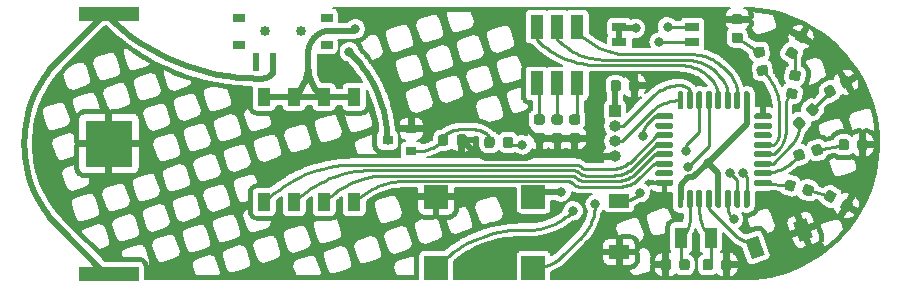
<source format=gbr>
%TF.GenerationSoftware,KiCad,Pcbnew,(5.99.0-1734-g575ad7128)*%
%TF.CreationDate,2020-06-02T15:09:08-04:00*%
%TF.ProjectId,DG376_KiCad,44473337-365f-44b6-9943-61642e6b6963,rev?*%
%TF.SameCoordinates,Original*%
%TF.FileFunction,Copper,L1,Top*%
%TF.FilePolarity,Positive*%
%FSLAX46Y46*%
G04 Gerber Fmt 4.6, Leading zero omitted, Abs format (unit mm)*
G04 Created by KiCad (PCBNEW (5.99.0-1734-g575ad7128)) date 2020-06-02 15:09:08*
%MOMM*%
%LPD*%
G01*
G04 APERTURE LIST*
%TA.AperFunction,SMDPad,CuDef*%
%ADD10R,1.100000X1.500000*%
%TD*%
%TA.AperFunction,SMDPad,CuDef*%
%ADD11R,1.250000X0.760000*%
%TD*%
%TA.AperFunction,ComponentPad*%
%ADD12O,1.000000X1.000000*%
%TD*%
%TA.AperFunction,ComponentPad*%
%ADD13R,1.000000X1.000000*%
%TD*%
%TA.AperFunction,SMDPad,CuDef*%
%ADD14R,1.000000X1.800000*%
%TD*%
%TA.AperFunction,SMDPad,CuDef*%
%ADD15R,1.700000X1.150000*%
%TD*%
%TA.AperFunction,SMDPad,CuDef*%
%ADD16R,2.000000X2.000000*%
%TD*%
%TA.AperFunction,SMDPad,CuDef*%
%ADD17R,0.600000X1.500000*%
%TD*%
%TA.AperFunction,ComponentPad*%
%ADD18C,0.850000*%
%TD*%
%TA.AperFunction,SMDPad,CuDef*%
%ADD19R,1.000000X0.700000*%
%TD*%
%TA.AperFunction,SMDPad,CuDef*%
%ADD20R,0.900000X0.800000*%
%TD*%
%TA.AperFunction,ComponentPad*%
%ADD21C,0.800000*%
%TD*%
%TA.AperFunction,SMDPad,CuDef*%
%ADD22R,1.100000X2.000000*%
%TD*%
%TA.AperFunction,SMDPad,CuDef*%
%ADD23R,4.000000X4.000000*%
%TD*%
%TA.AperFunction,SMDPad,CuDef*%
%ADD24R,5.080000X1.150000*%
%TD*%
%TA.AperFunction,ViaPad*%
%ADD25C,0.800000*%
%TD*%
%TA.AperFunction,Conductor*%
%ADD26C,0.500000*%
%TD*%
%TA.AperFunction,Conductor*%
%ADD27C,0.250000*%
%TD*%
%TA.AperFunction,Conductor*%
%ADD28C,0.200000*%
%TD*%
G04 APERTURE END LIST*
D10*
%TO.P,SW3,1*%
%TO.N,+3V0*%
X101060000Y-56050000D03*
%TO.P,SW3,2*%
X98520000Y-56050000D03*
%TO.P,SW3,3*%
X95980000Y-56050000D03*
%TO.P,SW3,4*%
X93440000Y-56050000D03*
%TO.P,SW3,5*%
%TO.N,Net-(SW3-Pad5)*%
X101060000Y-64950000D03*
%TO.P,SW3,6*%
%TO.N,Net-(SW3-Pad6)*%
X98520000Y-64950000D03*
%TO.P,SW3,7*%
%TO.N,Net-(SW3-Pad7)*%
X95980000Y-64950000D03*
%TO.P,SW3,8*%
%TO.N,Net-(SW3-Pad8)*%
X93440000Y-64950000D03*
%TD*%
D11*
%TO.P,SW7,4*%
%TO.N,/RGB_LED_EN*%
X129675000Y-51435000D03*
%TO.P,SW7,3*%
%TO.N,/VIBRATION_EN*%
X129675000Y-50165000D03*
%TO.P,SW7,2*%
%TO.N,+3V0*%
X123525000Y-51435000D03*
%TO.P,SW7,1*%
X123525000Y-50165000D03*
%TD*%
%TO.P,R7,2*%
%TO.N,Net-(D4-Pad2)*%
%TA.AperFunction,SMDPad,CuDef*%
G36*
G01*
X138563134Y-54699815D02*
X138058419Y-54610820D01*
G75*
G02*
X137880978Y-54357407I37986J215427D01*
G01*
X137956950Y-53926554D01*
G75*
G02*
X138210363Y-53749113I215427J-37986D01*
G01*
X138715077Y-53838108D01*
G75*
G02*
X138892518Y-54091521I-37986J-215427D01*
G01*
X138816546Y-54522374D01*
G75*
G02*
X138563133Y-54699815I-215427J37986D01*
G01*
G37*
%TD.AperFunction*%
%TO.P,R7,1*%
%TO.N,Net-(R7-Pad1)*%
%TA.AperFunction,SMDPad,CuDef*%
G36*
G01*
X138289638Y-56250887D02*
X137784923Y-56161892D01*
G75*
G02*
X137607482Y-55908479I37986J215427D01*
G01*
X137683454Y-55477626D01*
G75*
G02*
X137936867Y-55300185I215427J-37986D01*
G01*
X138441581Y-55389180D01*
G75*
G02*
X138619022Y-55642593I-37986J-215427D01*
G01*
X138543050Y-56073446D01*
G75*
G02*
X138289637Y-56250887I-215427J37986D01*
G01*
G37*
%TD.AperFunction*%
%TD*%
%TO.P,R6,2*%
%TO.N,Net-(D3-Pad2)*%
%TA.AperFunction,SMDPad,CuDef*%
G36*
G01*
X139735531Y-57626861D02*
X139373138Y-57264469D01*
G75*
G02*
X139373138Y-56955109I154680J154680D01*
G01*
X139682497Y-56645750D01*
G75*
G02*
X139991857Y-56645750I154680J-154680D01*
G01*
X140354250Y-57008143D01*
G75*
G02*
X140354250Y-57317503I-154680J-154680D01*
G01*
X140044891Y-57626862D01*
G75*
G02*
X139735531Y-57626862I-154680J154680D01*
G01*
G37*
%TD.AperFunction*%
%TO.P,R6,1*%
%TO.N,Net-(R6-Pad1)*%
%TA.AperFunction,SMDPad,CuDef*%
G36*
G01*
X138621837Y-58740555D02*
X138259444Y-58378163D01*
G75*
G02*
X138259444Y-58068803I154680J154680D01*
G01*
X138568803Y-57759444D01*
G75*
G02*
X138878163Y-57759444I154680J-154680D01*
G01*
X139240556Y-58121837D01*
G75*
G02*
X139240556Y-58431197I-154680J-154680D01*
G01*
X138931197Y-58740556D01*
G75*
G02*
X138621837Y-58740556I-154680J154680D01*
G01*
G37*
%TD.AperFunction*%
%TD*%
%TO.P,R4,2*%
%TO.N,Net-(D2-Pad2)*%
%TA.AperFunction,SMDPad,CuDef*%
G36*
G01*
X139904397Y-60906932D02*
X139771752Y-60411895D01*
G75*
G02*
X139926431Y-60143982I211296J56617D01*
G01*
X140349024Y-60030749D01*
G75*
G02*
X140616937Y-60185428I56617J-211296D01*
G01*
X140749582Y-60680465D01*
G75*
G02*
X140594903Y-60948378I-211296J-56617D01*
G01*
X140172310Y-61061611D01*
G75*
G02*
X139904397Y-60906932I-56617J211296D01*
G01*
G37*
%TD.AperFunction*%
%TO.P,R4,1*%
%TO.N,Net-(R4-Pad1)*%
%TA.AperFunction,SMDPad,CuDef*%
G36*
G01*
X138383063Y-61314572D02*
X138250418Y-60819535D01*
G75*
G02*
X138405097Y-60551622I211296J56617D01*
G01*
X138827690Y-60438389D01*
G75*
G02*
X139095603Y-60593068I56617J-211296D01*
G01*
X139228248Y-61088105D01*
G75*
G02*
X139073569Y-61356018I-211296J-56617D01*
G01*
X138650976Y-61469251D01*
G75*
G02*
X138383063Y-61314572I-56617J211296D01*
G01*
G37*
%TD.AperFunction*%
%TD*%
%TO.P,R3,2*%
%TO.N,Net-(D6-Pad2)*%
%TA.AperFunction,SMDPad,CuDef*%
G36*
G01*
X139021752Y-64088105D02*
X139154397Y-63593068D01*
G75*
G02*
X139422310Y-63438389I211296J-56617D01*
G01*
X139844903Y-63551622D01*
G75*
G02*
X139999582Y-63819535I-56617J-211296D01*
G01*
X139866937Y-64314572D01*
G75*
G02*
X139599024Y-64469251I-211296J56617D01*
G01*
X139176431Y-64356018D01*
G75*
G02*
X139021752Y-64088105I56617J211296D01*
G01*
G37*
%TD.AperFunction*%
%TO.P,R3,1*%
%TO.N,Net-(R3-Pad1)*%
%TA.AperFunction,SMDPad,CuDef*%
G36*
G01*
X137500418Y-63680465D02*
X137633063Y-63185428D01*
G75*
G02*
X137900976Y-63030749I211296J-56617D01*
G01*
X138323569Y-63143982D01*
G75*
G02*
X138478248Y-63411895I-56617J-211296D01*
G01*
X138345603Y-63906932D01*
G75*
G02*
X138077690Y-64061611I-211296J56617D01*
G01*
X137655097Y-63948378D01*
G75*
G02*
X137500418Y-63680465I56617J211296D01*
G01*
G37*
%TD.AperFunction*%
%TD*%
%TO.P,C3,2*%
%TO.N,GND*%
%TA.AperFunction,SMDPad,CuDef*%
G36*
G01*
X124350000Y-55356250D02*
X124350000Y-54843750D01*
G75*
G02*
X124568750Y-54625000I218750J0D01*
G01*
X125006250Y-54625000D01*
G75*
G02*
X125225000Y-54843750I0J-218750D01*
G01*
X125225000Y-55356250D01*
G75*
G02*
X125006250Y-55575000I-218750J0D01*
G01*
X124568750Y-55575000D01*
G75*
G02*
X124350000Y-55356250I0J218750D01*
G01*
G37*
%TD.AperFunction*%
%TO.P,C3,1*%
%TO.N,+3V0*%
%TA.AperFunction,SMDPad,CuDef*%
G36*
G01*
X122775000Y-55356250D02*
X122775000Y-54843750D01*
G75*
G02*
X122993750Y-54625000I218750J0D01*
G01*
X123431250Y-54625000D01*
G75*
G02*
X123650000Y-54843750I0J-218750D01*
G01*
X123650000Y-55356250D01*
G75*
G02*
X123431250Y-55575000I-218750J0D01*
G01*
X122993750Y-55575000D01*
G75*
G02*
X122775000Y-55356250I0J218750D01*
G01*
G37*
%TD.AperFunction*%
%TD*%
D12*
%TO.P,J1,4,Pin_4*%
%TO.N,GND*%
X123150000Y-61060000D03*
%TO.P,J1,3,Pin_3*%
%TO.N,/SWCLK*%
X123150000Y-59790000D03*
%TO.P,J1,2,Pin_2*%
%TO.N,/SWDIO*%
X123150000Y-58520000D03*
D13*
%TO.P,J1,1,Pin_1*%
%TO.N,+3V0*%
X123150000Y-57250000D03*
%TD*%
D14*
%TO.P,Y1,2,2*%
%TO.N,Net-(C1-Pad2)*%
X128750000Y-68000000D03*
%TO.P,Y1,1,1*%
%TO.N,Net-(C2-Pad2)*%
X131250000Y-68000000D03*
%TD*%
%TO.P,U1,32,VSS*%
%TO.N,GND*%
%TA.AperFunction,SMDPad,CuDef*%
G36*
G01*
X127950000Y-63550000D02*
X126700000Y-63550000D01*
G75*
G02*
X126575000Y-63425000I0J125000D01*
G01*
X126575000Y-63175000D01*
G75*
G02*
X126700000Y-63050000I125000J0D01*
G01*
X127950000Y-63050000D01*
G75*
G02*
X128075000Y-63175000I0J-125000D01*
G01*
X128075000Y-63425000D01*
G75*
G02*
X127950000Y-63550000I-125000J0D01*
G01*
G37*
%TD.AperFunction*%
%TO.P,U1,31,PB9*%
%TO.N,Net-(U1-Pad31)*%
%TA.AperFunction,SMDPad,CuDef*%
G36*
G01*
X127950000Y-62750000D02*
X126700000Y-62750000D01*
G75*
G02*
X126575000Y-62625000I0J125000D01*
G01*
X126575000Y-62375000D01*
G75*
G02*
X126700000Y-62250000I125000J0D01*
G01*
X127950000Y-62250000D01*
G75*
G02*
X128075000Y-62375000I0J-125000D01*
G01*
X128075000Y-62625000D01*
G75*
G02*
X127950000Y-62750000I-125000J0D01*
G01*
G37*
%TD.AperFunction*%
%TO.P,U1,30,PB7*%
%TO.N,Net-(SW3-Pad5)*%
%TA.AperFunction,SMDPad,CuDef*%
G36*
G01*
X127950000Y-61950000D02*
X126700000Y-61950000D01*
G75*
G02*
X126575000Y-61825000I0J125000D01*
G01*
X126575000Y-61575000D01*
G75*
G02*
X126700000Y-61450000I125000J0D01*
G01*
X127950000Y-61450000D01*
G75*
G02*
X128075000Y-61575000I0J-125000D01*
G01*
X128075000Y-61825000D01*
G75*
G02*
X127950000Y-61950000I-125000J0D01*
G01*
G37*
%TD.AperFunction*%
%TO.P,U1,29,PB6*%
%TO.N,Net-(SW3-Pad6)*%
%TA.AperFunction,SMDPad,CuDef*%
G36*
G01*
X127950000Y-61150000D02*
X126700000Y-61150000D01*
G75*
G02*
X126575000Y-61025000I0J125000D01*
G01*
X126575000Y-60775000D01*
G75*
G02*
X126700000Y-60650000I125000J0D01*
G01*
X127950000Y-60650000D01*
G75*
G02*
X128075000Y-60775000I0J-125000D01*
G01*
X128075000Y-61025000D01*
G75*
G02*
X127950000Y-61150000I-125000J0D01*
G01*
G37*
%TD.AperFunction*%
%TO.P,U1,28,PB5*%
%TO.N,Net-(SW3-Pad7)*%
%TA.AperFunction,SMDPad,CuDef*%
G36*
G01*
X127950000Y-60350000D02*
X126700000Y-60350000D01*
G75*
G02*
X126575000Y-60225000I0J125000D01*
G01*
X126575000Y-59975000D01*
G75*
G02*
X126700000Y-59850000I125000J0D01*
G01*
X127950000Y-59850000D01*
G75*
G02*
X128075000Y-59975000I0J-125000D01*
G01*
X128075000Y-60225000D01*
G75*
G02*
X127950000Y-60350000I-125000J0D01*
G01*
G37*
%TD.AperFunction*%
%TO.P,U1,27,PB4*%
%TO.N,Net-(SW3-Pad8)*%
%TA.AperFunction,SMDPad,CuDef*%
G36*
G01*
X127950000Y-59550000D02*
X126700000Y-59550000D01*
G75*
G02*
X126575000Y-59425000I0J125000D01*
G01*
X126575000Y-59175000D01*
G75*
G02*
X126700000Y-59050000I125000J0D01*
G01*
X127950000Y-59050000D01*
G75*
G02*
X128075000Y-59175000I0J-125000D01*
G01*
X128075000Y-59425000D01*
G75*
G02*
X127950000Y-59550000I-125000J0D01*
G01*
G37*
%TD.AperFunction*%
%TO.P,U1,26,PB3*%
%TO.N,Net-(U1-Pad26)*%
%TA.AperFunction,SMDPad,CuDef*%
G36*
G01*
X127950000Y-58750000D02*
X126700000Y-58750000D01*
G75*
G02*
X126575000Y-58625000I0J125000D01*
G01*
X126575000Y-58375000D01*
G75*
G02*
X126700000Y-58250000I125000J0D01*
G01*
X127950000Y-58250000D01*
G75*
G02*
X128075000Y-58375000I0J-125000D01*
G01*
X128075000Y-58625000D01*
G75*
G02*
X127950000Y-58750000I-125000J0D01*
G01*
G37*
%TD.AperFunction*%
%TO.P,U1,25,PA15*%
%TO.N,Net-(SW6-Pad1)*%
%TA.AperFunction,SMDPad,CuDef*%
G36*
G01*
X127950000Y-57950000D02*
X126700000Y-57950000D01*
G75*
G02*
X126575000Y-57825000I0J125000D01*
G01*
X126575000Y-57575000D01*
G75*
G02*
X126700000Y-57450000I125000J0D01*
G01*
X127950000Y-57450000D01*
G75*
G02*
X128075000Y-57575000I0J-125000D01*
G01*
X128075000Y-57825000D01*
G75*
G02*
X127950000Y-57950000I-125000J0D01*
G01*
G37*
%TD.AperFunction*%
%TO.P,U1,24,PA14*%
%TO.N,/SWCLK*%
%TA.AperFunction,SMDPad,CuDef*%
G36*
G01*
X128825000Y-57075000D02*
X128575000Y-57075000D01*
G75*
G02*
X128450000Y-56950000I0J125000D01*
G01*
X128450000Y-55700000D01*
G75*
G02*
X128575000Y-55575000I125000J0D01*
G01*
X128825000Y-55575000D01*
G75*
G02*
X128950000Y-55700000I0J-125000D01*
G01*
X128950000Y-56950000D01*
G75*
G02*
X128825000Y-57075000I-125000J0D01*
G01*
G37*
%TD.AperFunction*%
%TO.P,U1,23,PA13*%
%TO.N,/SWDIO*%
%TA.AperFunction,SMDPad,CuDef*%
G36*
G01*
X129625000Y-57075000D02*
X129375000Y-57075000D01*
G75*
G02*
X129250000Y-56950000I0J125000D01*
G01*
X129250000Y-55700000D01*
G75*
G02*
X129375000Y-55575000I125000J0D01*
G01*
X129625000Y-55575000D01*
G75*
G02*
X129750000Y-55700000I0J-125000D01*
G01*
X129750000Y-56950000D01*
G75*
G02*
X129625000Y-57075000I-125000J0D01*
G01*
G37*
%TD.AperFunction*%
%TO.P,U1,22,PA12*%
%TO.N,/CNT_RST*%
%TA.AperFunction,SMDPad,CuDef*%
G36*
G01*
X130425000Y-57075000D02*
X130175000Y-57075000D01*
G75*
G02*
X130050000Y-56950000I0J125000D01*
G01*
X130050000Y-55700000D01*
G75*
G02*
X130175000Y-55575000I125000J0D01*
G01*
X130425000Y-55575000D01*
G75*
G02*
X130550000Y-55700000I0J-125000D01*
G01*
X130550000Y-56950000D01*
G75*
G02*
X130425000Y-57075000I-125000J0D01*
G01*
G37*
%TD.AperFunction*%
%TO.P,U1,21,PA11*%
%TO.N,/CNT_START*%
%TA.AperFunction,SMDPad,CuDef*%
G36*
G01*
X131225000Y-57075000D02*
X130975000Y-57075000D01*
G75*
G02*
X130850000Y-56950000I0J125000D01*
G01*
X130850000Y-55700000D01*
G75*
G02*
X130975000Y-55575000I125000J0D01*
G01*
X131225000Y-55575000D01*
G75*
G02*
X131350000Y-55700000I0J-125000D01*
G01*
X131350000Y-56950000D01*
G75*
G02*
X131225000Y-57075000I-125000J0D01*
G01*
G37*
%TD.AperFunction*%
%TO.P,U1,20,PA10*%
%TO.N,Net-(D1-Pad3)*%
%TA.AperFunction,SMDPad,CuDef*%
G36*
G01*
X132025000Y-57075000D02*
X131775000Y-57075000D01*
G75*
G02*
X131650000Y-56950000I0J125000D01*
G01*
X131650000Y-55700000D01*
G75*
G02*
X131775000Y-55575000I125000J0D01*
G01*
X132025000Y-55575000D01*
G75*
G02*
X132150000Y-55700000I0J-125000D01*
G01*
X132150000Y-56950000D01*
G75*
G02*
X132025000Y-57075000I-125000J0D01*
G01*
G37*
%TD.AperFunction*%
%TO.P,U1,19,PA9*%
%TO.N,Net-(D1-Pad2)*%
%TA.AperFunction,SMDPad,CuDef*%
G36*
G01*
X132825000Y-57075000D02*
X132575000Y-57075000D01*
G75*
G02*
X132450000Y-56950000I0J125000D01*
G01*
X132450000Y-55700000D01*
G75*
G02*
X132575000Y-55575000I125000J0D01*
G01*
X132825000Y-55575000D01*
G75*
G02*
X132950000Y-55700000I0J-125000D01*
G01*
X132950000Y-56950000D01*
G75*
G02*
X132825000Y-57075000I-125000J0D01*
G01*
G37*
%TD.AperFunction*%
%TO.P,U1,18,PA8*%
%TO.N,Net-(D1-Pad1)*%
%TA.AperFunction,SMDPad,CuDef*%
G36*
G01*
X133625000Y-57075000D02*
X133375000Y-57075000D01*
G75*
G02*
X133250000Y-56950000I0J125000D01*
G01*
X133250000Y-55700000D01*
G75*
G02*
X133375000Y-55575000I125000J0D01*
G01*
X133625000Y-55575000D01*
G75*
G02*
X133750000Y-55700000I0J-125000D01*
G01*
X133750000Y-56950000D01*
G75*
G02*
X133625000Y-57075000I-125000J0D01*
G01*
G37*
%TD.AperFunction*%
%TO.P,U1,17,VDD*%
%TO.N,+3V0*%
%TA.AperFunction,SMDPad,CuDef*%
G36*
G01*
X134425000Y-57075000D02*
X134175000Y-57075000D01*
G75*
G02*
X134050000Y-56950000I0J125000D01*
G01*
X134050000Y-55700000D01*
G75*
G02*
X134175000Y-55575000I125000J0D01*
G01*
X134425000Y-55575000D01*
G75*
G02*
X134550000Y-55700000I0J-125000D01*
G01*
X134550000Y-56950000D01*
G75*
G02*
X134425000Y-57075000I-125000J0D01*
G01*
G37*
%TD.AperFunction*%
%TO.P,U1,16,VSS*%
%TO.N,GND*%
%TA.AperFunction,SMDPad,CuDef*%
G36*
G01*
X136300000Y-57950000D02*
X135050000Y-57950000D01*
G75*
G02*
X134925000Y-57825000I0J125000D01*
G01*
X134925000Y-57575000D01*
G75*
G02*
X135050000Y-57450000I125000J0D01*
G01*
X136300000Y-57450000D01*
G75*
G02*
X136425000Y-57575000I0J-125000D01*
G01*
X136425000Y-57825000D01*
G75*
G02*
X136300000Y-57950000I-125000J0D01*
G01*
G37*
%TD.AperFunction*%
%TO.P,U1,15,PB1*%
%TO.N,Net-(U1-Pad15)*%
%TA.AperFunction,SMDPad,CuDef*%
G36*
G01*
X136300000Y-58750000D02*
X135050000Y-58750000D01*
G75*
G02*
X134925000Y-58625000I0J125000D01*
G01*
X134925000Y-58375000D01*
G75*
G02*
X135050000Y-58250000I125000J0D01*
G01*
X136300000Y-58250000D01*
G75*
G02*
X136425000Y-58375000I0J-125000D01*
G01*
X136425000Y-58625000D01*
G75*
G02*
X136300000Y-58750000I-125000J0D01*
G01*
G37*
%TD.AperFunction*%
%TO.P,U1,14,PB0*%
%TO.N,Net-(U1-Pad14)*%
%TA.AperFunction,SMDPad,CuDef*%
G36*
G01*
X136300000Y-59550000D02*
X135050000Y-59550000D01*
G75*
G02*
X134925000Y-59425000I0J125000D01*
G01*
X134925000Y-59175000D01*
G75*
G02*
X135050000Y-59050000I125000J0D01*
G01*
X136300000Y-59050000D01*
G75*
G02*
X136425000Y-59175000I0J-125000D01*
G01*
X136425000Y-59425000D01*
G75*
G02*
X136300000Y-59550000I-125000J0D01*
G01*
G37*
%TD.AperFunction*%
%TO.P,U1,13,PA7*%
%TO.N,Net-(R5-Pad1)*%
%TA.AperFunction,SMDPad,CuDef*%
G36*
G01*
X136300000Y-60350000D02*
X135050000Y-60350000D01*
G75*
G02*
X134925000Y-60225000I0J125000D01*
G01*
X134925000Y-59975000D01*
G75*
G02*
X135050000Y-59850000I125000J0D01*
G01*
X136300000Y-59850000D01*
G75*
G02*
X136425000Y-59975000I0J-125000D01*
G01*
X136425000Y-60225000D01*
G75*
G02*
X136300000Y-60350000I-125000J0D01*
G01*
G37*
%TD.AperFunction*%
%TO.P,U1,12,PA6*%
%TO.N,Net-(R7-Pad1)*%
%TA.AperFunction,SMDPad,CuDef*%
G36*
G01*
X136300000Y-61150000D02*
X135050000Y-61150000D01*
G75*
G02*
X134925000Y-61025000I0J125000D01*
G01*
X134925000Y-60775000D01*
G75*
G02*
X135050000Y-60650000I125000J0D01*
G01*
X136300000Y-60650000D01*
G75*
G02*
X136425000Y-60775000I0J-125000D01*
G01*
X136425000Y-61025000D01*
G75*
G02*
X136300000Y-61150000I-125000J0D01*
G01*
G37*
%TD.AperFunction*%
%TO.P,U1,11,PA5*%
%TO.N,Net-(R6-Pad1)*%
%TA.AperFunction,SMDPad,CuDef*%
G36*
G01*
X136300000Y-61950000D02*
X135050000Y-61950000D01*
G75*
G02*
X134925000Y-61825000I0J125000D01*
G01*
X134925000Y-61575000D01*
G75*
G02*
X135050000Y-61450000I125000J0D01*
G01*
X136300000Y-61450000D01*
G75*
G02*
X136425000Y-61575000I0J-125000D01*
G01*
X136425000Y-61825000D01*
G75*
G02*
X136300000Y-61950000I-125000J0D01*
G01*
G37*
%TD.AperFunction*%
%TO.P,U1,10,PA4*%
%TO.N,Net-(R4-Pad1)*%
%TA.AperFunction,SMDPad,CuDef*%
G36*
G01*
X136300000Y-62750000D02*
X135050000Y-62750000D01*
G75*
G02*
X134925000Y-62625000I0J125000D01*
G01*
X134925000Y-62375000D01*
G75*
G02*
X135050000Y-62250000I125000J0D01*
G01*
X136300000Y-62250000D01*
G75*
G02*
X136425000Y-62375000I0J-125000D01*
G01*
X136425000Y-62625000D01*
G75*
G02*
X136300000Y-62750000I-125000J0D01*
G01*
G37*
%TD.AperFunction*%
%TO.P,U1,9,PA3*%
%TO.N,Net-(R3-Pad1)*%
%TA.AperFunction,SMDPad,CuDef*%
G36*
G01*
X136300000Y-63550000D02*
X135050000Y-63550000D01*
G75*
G02*
X134925000Y-63425000I0J125000D01*
G01*
X134925000Y-63175000D01*
G75*
G02*
X135050000Y-63050000I125000J0D01*
G01*
X136300000Y-63050000D01*
G75*
G02*
X136425000Y-63175000I0J-125000D01*
G01*
X136425000Y-63425000D01*
G75*
G02*
X136300000Y-63550000I-125000J0D01*
G01*
G37*
%TD.AperFunction*%
%TO.P,U1,8,PA2*%
%TO.N,/VIBRATION_EN*%
%TA.AperFunction,SMDPad,CuDef*%
G36*
G01*
X134425000Y-65425000D02*
X134175000Y-65425000D01*
G75*
G02*
X134050000Y-65300000I0J125000D01*
G01*
X134050000Y-64050000D01*
G75*
G02*
X134175000Y-63925000I125000J0D01*
G01*
X134425000Y-63925000D01*
G75*
G02*
X134550000Y-64050000I0J-125000D01*
G01*
X134550000Y-65300000D01*
G75*
G02*
X134425000Y-65425000I-125000J0D01*
G01*
G37*
%TD.AperFunction*%
%TO.P,U1,7,PA1*%
%TO.N,/RGB_LED_EN*%
%TA.AperFunction,SMDPad,CuDef*%
G36*
G01*
X133625000Y-65425000D02*
X133375000Y-65425000D01*
G75*
G02*
X133250000Y-65300000I0J125000D01*
G01*
X133250000Y-64050000D01*
G75*
G02*
X133375000Y-63925000I125000J0D01*
G01*
X133625000Y-63925000D01*
G75*
G02*
X133750000Y-64050000I0J-125000D01*
G01*
X133750000Y-65300000D01*
G75*
G02*
X133625000Y-65425000I-125000J0D01*
G01*
G37*
%TD.AperFunction*%
%TO.P,U1,6,PA0*%
%TO.N,/MOTOR_CTRL*%
%TA.AperFunction,SMDPad,CuDef*%
G36*
G01*
X132825000Y-65425000D02*
X132575000Y-65425000D01*
G75*
G02*
X132450000Y-65300000I0J125000D01*
G01*
X132450000Y-64050000D01*
G75*
G02*
X132575000Y-63925000I125000J0D01*
G01*
X132825000Y-63925000D01*
G75*
G02*
X132950000Y-64050000I0J-125000D01*
G01*
X132950000Y-65300000D01*
G75*
G02*
X132825000Y-65425000I-125000J0D01*
G01*
G37*
%TD.AperFunction*%
%TO.P,U1,5,VDDA*%
%TO.N,+3V0*%
%TA.AperFunction,SMDPad,CuDef*%
G36*
G01*
X132025000Y-65425000D02*
X131775000Y-65425000D01*
G75*
G02*
X131650000Y-65300000I0J125000D01*
G01*
X131650000Y-64050000D01*
G75*
G02*
X131775000Y-63925000I125000J0D01*
G01*
X132025000Y-63925000D01*
G75*
G02*
X132150000Y-64050000I0J-125000D01*
G01*
X132150000Y-65300000D01*
G75*
G02*
X132025000Y-65425000I-125000J0D01*
G01*
G37*
%TD.AperFunction*%
%TO.P,U1,4,NRST*%
%TO.N,Net-(SW5-Pad2)*%
%TA.AperFunction,SMDPad,CuDef*%
G36*
G01*
X131225000Y-65425000D02*
X130975000Y-65425000D01*
G75*
G02*
X130850000Y-65300000I0J125000D01*
G01*
X130850000Y-64050000D01*
G75*
G02*
X130975000Y-63925000I125000J0D01*
G01*
X131225000Y-63925000D01*
G75*
G02*
X131350000Y-64050000I0J-125000D01*
G01*
X131350000Y-65300000D01*
G75*
G02*
X131225000Y-65425000I-125000J0D01*
G01*
G37*
%TD.AperFunction*%
%TO.P,U1,3,PC15*%
%TO.N,Net-(C2-Pad2)*%
%TA.AperFunction,SMDPad,CuDef*%
G36*
G01*
X130425000Y-65425000D02*
X130175000Y-65425000D01*
G75*
G02*
X130050000Y-65300000I0J125000D01*
G01*
X130050000Y-64050000D01*
G75*
G02*
X130175000Y-63925000I125000J0D01*
G01*
X130425000Y-63925000D01*
G75*
G02*
X130550000Y-64050000I0J-125000D01*
G01*
X130550000Y-65300000D01*
G75*
G02*
X130425000Y-65425000I-125000J0D01*
G01*
G37*
%TD.AperFunction*%
%TO.P,U1,2,PC14*%
%TO.N,Net-(C1-Pad2)*%
%TA.AperFunction,SMDPad,CuDef*%
G36*
G01*
X129625000Y-65425000D02*
X129375000Y-65425000D01*
G75*
G02*
X129250000Y-65300000I0J125000D01*
G01*
X129250000Y-64050000D01*
G75*
G02*
X129375000Y-63925000I125000J0D01*
G01*
X129625000Y-63925000D01*
G75*
G02*
X129750000Y-64050000I0J-125000D01*
G01*
X129750000Y-65300000D01*
G75*
G02*
X129625000Y-65425000I-125000J0D01*
G01*
G37*
%TD.AperFunction*%
%TO.P,U1,1,VDD*%
%TO.N,+3V0*%
%TA.AperFunction,SMDPad,CuDef*%
G36*
G01*
X128825000Y-65425000D02*
X128575000Y-65425000D01*
G75*
G02*
X128450000Y-65300000I0J125000D01*
G01*
X128450000Y-64050000D01*
G75*
G02*
X128575000Y-63925000I125000J0D01*
G01*
X128825000Y-63925000D01*
G75*
G02*
X128950000Y-64050000I0J-125000D01*
G01*
X128950000Y-65300000D01*
G75*
G02*
X128825000Y-65425000I-125000J0D01*
G01*
G37*
%TD.AperFunction*%
%TD*%
D15*
%TO.P,SW6,2,2*%
%TO.N,GND*%
X123500000Y-69175000D03*
%TO.P,SW6,1,1*%
%TO.N,Net-(SW6-Pad1)*%
X123500000Y-64825000D03*
%TD*%
%TA.AperFunction,SMDPad,CuDef*%
%TO.P,SW5,2,2*%
%TO.N,Net-(SW5-Pad2)*%
G36*
X135249606Y-67804600D02*
G01*
X135831040Y-69402077D01*
X134750394Y-69795400D01*
X134168960Y-68197923D01*
X135249606Y-67804600D01*
G37*
%TD.AperFunction*%
%TA.AperFunction,SMDPad,CuDef*%
%TO.P,SW5,1,1*%
%TO.N,GND*%
G36*
X139337268Y-66316812D02*
G01*
X139918702Y-67914289D01*
X138838056Y-68307612D01*
X138256622Y-66710135D01*
X139337268Y-66316812D01*
G37*
%TD.AperFunction*%
%TD*%
D16*
%TO.P,SW4,2,2*%
%TO.N,+3V0*%
X116250000Y-64500000D03*
%TO.P,SW4,1,1*%
%TO.N,/CNT_RST*%
X116250000Y-70500000D03*
%TD*%
%TO.P,SW2,2,2*%
%TO.N,/CNT_START*%
X108000000Y-70500000D03*
%TO.P,SW2,1,1*%
%TO.N,GND*%
X108000000Y-64500000D03*
%TD*%
D17*
%TO.P,SW1,3,C*%
%TO.N,Net-(SW1-Pad3)*%
X92720000Y-53064000D03*
%TO.P,SW1,2,B*%
%TO.N,Net-(BT1-Pad1)*%
X94170000Y-53064000D03*
D18*
%TO.P,SW1,5*%
%TO.N,N/C*%
X93550000Y-50500000D03*
X96550000Y-50500000D03*
D17*
%TO.P,SW1,1,A*%
%TO.N,+3V0*%
X97170000Y-53064000D03*
D19*
%TO.P,SW1,4*%
%TO.N,N/C*%
X91350000Y-51650000D03*
X98750000Y-51650000D03*
X91350000Y-49350000D03*
X98750000Y-49350000D03*
%TD*%
%TO.P,R12,2*%
%TO.N,GND*%
%TA.AperFunction,SMDPad,CuDef*%
G36*
G01*
X109750000Y-59956250D02*
X109750000Y-59443750D01*
G75*
G02*
X109968750Y-59225000I218750J0D01*
G01*
X110406250Y-59225000D01*
G75*
G02*
X110625000Y-59443750I0J-218750D01*
G01*
X110625000Y-59956250D01*
G75*
G02*
X110406250Y-60175000I-218750J0D01*
G01*
X109968750Y-60175000D01*
G75*
G02*
X109750000Y-59956250I0J218750D01*
G01*
G37*
%TD.AperFunction*%
%TO.P,R12,1*%
%TO.N,Net-(Q1-Pad1)*%
%TA.AperFunction,SMDPad,CuDef*%
G36*
G01*
X108175000Y-59956250D02*
X108175000Y-59443750D01*
G75*
G02*
X108393750Y-59225000I218750J0D01*
G01*
X108831250Y-59225000D01*
G75*
G02*
X109050000Y-59443750I0J-218750D01*
G01*
X109050000Y-59956250D01*
G75*
G02*
X108831250Y-60175000I-218750J0D01*
G01*
X108393750Y-60175000D01*
G75*
G02*
X108175000Y-59956250I0J218750D01*
G01*
G37*
%TD.AperFunction*%
%TD*%
%TO.P,R11,2*%
%TO.N,Net-(Q1-Pad1)*%
%TA.AperFunction,SMDPad,CuDef*%
G36*
G01*
X112950000Y-59643750D02*
X112950000Y-60156250D01*
G75*
G02*
X112731250Y-60375000I-218750J0D01*
G01*
X112293750Y-60375000D01*
G75*
G02*
X112075000Y-60156250I0J218750D01*
G01*
X112075000Y-59643750D01*
G75*
G02*
X112293750Y-59425000I218750J0D01*
G01*
X112731250Y-59425000D01*
G75*
G02*
X112950000Y-59643750I0J-218750D01*
G01*
G37*
%TD.AperFunction*%
%TO.P,R11,1*%
%TO.N,/MOTOR_CTRL*%
%TA.AperFunction,SMDPad,CuDef*%
G36*
G01*
X114525000Y-59643750D02*
X114525000Y-60156250D01*
G75*
G02*
X114306250Y-60375000I-218750J0D01*
G01*
X113868750Y-60375000D01*
G75*
G02*
X113650000Y-60156250I0J218750D01*
G01*
X113650000Y-59643750D01*
G75*
G02*
X113868750Y-59425000I218750J0D01*
G01*
X114306250Y-59425000D01*
G75*
G02*
X114525000Y-59643750I0J-218750D01*
G01*
G37*
%TD.AperFunction*%
%TD*%
%TO.P,R10,2*%
%TO.N,GND*%
%TA.AperFunction,SMDPad,CuDef*%
G36*
G01*
X119493750Y-59100000D02*
X120006250Y-59100000D01*
G75*
G02*
X120225000Y-59318750I0J-218750D01*
G01*
X120225000Y-59756250D01*
G75*
G02*
X120006250Y-59975000I-218750J0D01*
G01*
X119493750Y-59975000D01*
G75*
G02*
X119275000Y-59756250I0J218750D01*
G01*
X119275000Y-59318750D01*
G75*
G02*
X119493750Y-59100000I218750J0D01*
G01*
G37*
%TD.AperFunction*%
%TO.P,R10,1*%
%TO.N,Net-(D1-Pad6)*%
%TA.AperFunction,SMDPad,CuDef*%
G36*
G01*
X119493750Y-57525000D02*
X120006250Y-57525000D01*
G75*
G02*
X120225000Y-57743750I0J-218750D01*
G01*
X120225000Y-58181250D01*
G75*
G02*
X120006250Y-58400000I-218750J0D01*
G01*
X119493750Y-58400000D01*
G75*
G02*
X119275000Y-58181250I0J218750D01*
G01*
X119275000Y-57743750D01*
G75*
G02*
X119493750Y-57525000I218750J0D01*
G01*
G37*
%TD.AperFunction*%
%TD*%
%TO.P,R9,2*%
%TO.N,GND*%
%TA.AperFunction,SMDPad,CuDef*%
G36*
G01*
X117993750Y-59100000D02*
X118506250Y-59100000D01*
G75*
G02*
X118725000Y-59318750I0J-218750D01*
G01*
X118725000Y-59756250D01*
G75*
G02*
X118506250Y-59975000I-218750J0D01*
G01*
X117993750Y-59975000D01*
G75*
G02*
X117775000Y-59756250I0J218750D01*
G01*
X117775000Y-59318750D01*
G75*
G02*
X117993750Y-59100000I218750J0D01*
G01*
G37*
%TD.AperFunction*%
%TO.P,R9,1*%
%TO.N,Net-(D1-Pad5)*%
%TA.AperFunction,SMDPad,CuDef*%
G36*
G01*
X117993750Y-57525000D02*
X118506250Y-57525000D01*
G75*
G02*
X118725000Y-57743750I0J-218750D01*
G01*
X118725000Y-58181250D01*
G75*
G02*
X118506250Y-58400000I-218750J0D01*
G01*
X117993750Y-58400000D01*
G75*
G02*
X117775000Y-58181250I0J218750D01*
G01*
X117775000Y-57743750D01*
G75*
G02*
X117993750Y-57525000I218750J0D01*
G01*
G37*
%TD.AperFunction*%
%TD*%
%TO.P,R8,2*%
%TO.N,GND*%
%TA.AperFunction,SMDPad,CuDef*%
G36*
G01*
X116493750Y-59100000D02*
X117006250Y-59100000D01*
G75*
G02*
X117225000Y-59318750I0J-218750D01*
G01*
X117225000Y-59756250D01*
G75*
G02*
X117006250Y-59975000I-218750J0D01*
G01*
X116493750Y-59975000D01*
G75*
G02*
X116275000Y-59756250I0J218750D01*
G01*
X116275000Y-59318750D01*
G75*
G02*
X116493750Y-59100000I218750J0D01*
G01*
G37*
%TD.AperFunction*%
%TO.P,R8,1*%
%TO.N,Net-(D1-Pad4)*%
%TA.AperFunction,SMDPad,CuDef*%
G36*
G01*
X116493750Y-57525000D02*
X117006250Y-57525000D01*
G75*
G02*
X117225000Y-57743750I0J-218750D01*
G01*
X117225000Y-58181250D01*
G75*
G02*
X117006250Y-58400000I-218750J0D01*
G01*
X116493750Y-58400000D01*
G75*
G02*
X116275000Y-58181250I0J218750D01*
G01*
X116275000Y-57743750D01*
G75*
G02*
X116493750Y-57525000I218750J0D01*
G01*
G37*
%TD.AperFunction*%
%TD*%
%TO.P,R5,2*%
%TO.N,Net-(D5-Pad2)*%
%TA.AperFunction,SMDPad,CuDef*%
G36*
G01*
X135691580Y-52640820D02*
X135186867Y-52729815D01*
G75*
G02*
X134933454Y-52552374I-37986J215427D01*
G01*
X134857482Y-52121521D01*
G75*
G02*
X135034923Y-51868108I215427J37986D01*
G01*
X135539637Y-51779113D01*
G75*
G02*
X135793050Y-51956554I37986J-215427D01*
G01*
X135869022Y-52387407D01*
G75*
G02*
X135691581Y-52640820I-215427J-37986D01*
G01*
G37*
%TD.AperFunction*%
%TO.P,R5,1*%
%TO.N,Net-(R5-Pad1)*%
%TA.AperFunction,SMDPad,CuDef*%
G36*
G01*
X135965076Y-54191892D02*
X135460363Y-54280887D01*
G75*
G02*
X135206950Y-54103446I-37986J215427D01*
G01*
X135130978Y-53672593D01*
G75*
G02*
X135308419Y-53419180I215427J37986D01*
G01*
X135813133Y-53330185D01*
G75*
G02*
X136066546Y-53507626I37986J-215427D01*
G01*
X136142518Y-53938479D01*
G75*
G02*
X135965077Y-54191892I-215427J-37986D01*
G01*
G37*
%TD.AperFunction*%
%TD*%
D20*
%TO.P,Q1,3,C*%
%TO.N,Net-(M1-Pad2)*%
X103900000Y-59700000D03*
%TO.P,Q1,2,E*%
%TO.N,GND*%
X105900000Y-58750000D03*
%TO.P,Q1,1,B*%
%TO.N,Net-(Q1-Pad1)*%
X105900000Y-60650000D03*
%TD*%
D21*
%TO.P,M1,2,-*%
%TO.N,Net-(M1-Pad2)*%
X100645304Y-52246219D03*
%TO.P,M1,1,+*%
%TO.N,+3V0*%
X101171225Y-50283458D03*
%TD*%
%TO.P,D6,2,A*%
%TO.N,Net-(D6-Pad2)*%
%TA.AperFunction,SMDPad,CuDef*%
G36*
G01*
X141893021Y-64459331D02*
X141636771Y-64903169D01*
G75*
G02*
X141337953Y-64983237I-189443J109375D01*
G01*
X140959067Y-64764487D01*
G75*
G02*
X140878999Y-64465669I109375J189443D01*
G01*
X141135249Y-64021831D01*
G75*
G02*
X141434067Y-63941763I189443J-109375D01*
G01*
X141812953Y-64160513D01*
G75*
G02*
X141893021Y-64459331I-109375J-189443D01*
G01*
G37*
%TD.AperFunction*%
%TO.P,D6,1,K*%
%TO.N,GND*%
%TA.AperFunction,SMDPad,CuDef*%
G36*
G01*
X143257011Y-65246831D02*
X143000761Y-65690669D01*
G75*
G02*
X142701943Y-65770737I-189443J109375D01*
G01*
X142323057Y-65551987D01*
G75*
G02*
X142242989Y-65253169I109375J189443D01*
G01*
X142499239Y-64809331D01*
G75*
G02*
X142798057Y-64729263I189443J-109375D01*
G01*
X143176943Y-64948013D01*
G75*
G02*
X143257011Y-65246831I-109375J-189443D01*
G01*
G37*
%TD.AperFunction*%
%TD*%
%TO.P,D5,2,A*%
%TO.N,Net-(D5-Pad2)*%
%TA.AperFunction,SMDPad,CuDef*%
G36*
G01*
X133243750Y-50600000D02*
X133756250Y-50600000D01*
G75*
G02*
X133975000Y-50818750I0J-218750D01*
G01*
X133975000Y-51256250D01*
G75*
G02*
X133756250Y-51475000I-218750J0D01*
G01*
X133243750Y-51475000D01*
G75*
G02*
X133025000Y-51256250I0J218750D01*
G01*
X133025000Y-50818750D01*
G75*
G02*
X133243750Y-50600000I218750J0D01*
G01*
G37*
%TD.AperFunction*%
%TO.P,D5,1,K*%
%TO.N,GND*%
%TA.AperFunction,SMDPad,CuDef*%
G36*
G01*
X133243750Y-49025000D02*
X133756250Y-49025000D01*
G75*
G02*
X133975000Y-49243750I0J-218750D01*
G01*
X133975000Y-49681250D01*
G75*
G02*
X133756250Y-49900000I-218750J0D01*
G01*
X133243750Y-49900000D01*
G75*
G02*
X133025000Y-49681250I0J218750D01*
G01*
X133025000Y-49243750D01*
G75*
G02*
X133243750Y-49025000I218750J0D01*
G01*
G37*
%TD.AperFunction*%
%TD*%
%TO.P,D4,2,A*%
%TO.N,Net-(D4-Pad2)*%
%TA.AperFunction,SMDPad,CuDef*%
G36*
G01*
X138109331Y-51831979D02*
X138553169Y-52088229D01*
G75*
G02*
X138633237Y-52387047I-109375J-189443D01*
G01*
X138414487Y-52765933D01*
G75*
G02*
X138115669Y-52846001I-189443J109375D01*
G01*
X137671831Y-52589751D01*
G75*
G02*
X137591763Y-52290933I109375J189443D01*
G01*
X137810513Y-51912047D01*
G75*
G02*
X138109331Y-51831979I189443J-109375D01*
G01*
G37*
%TD.AperFunction*%
%TO.P,D4,1,K*%
%TO.N,GND*%
%TA.AperFunction,SMDPad,CuDef*%
G36*
G01*
X138896831Y-50467989D02*
X139340669Y-50724239D01*
G75*
G02*
X139420737Y-51023057I-109375J-189443D01*
G01*
X139201987Y-51401943D01*
G75*
G02*
X138903169Y-51482011I-189443J109375D01*
G01*
X138459331Y-51225761D01*
G75*
G02*
X138379263Y-50926943I109375J189443D01*
G01*
X138598013Y-50548057D01*
G75*
G02*
X138896831Y-50467989I189443J-109375D01*
G01*
G37*
%TD.AperFunction*%
%TD*%
%TO.P,D3,2,A*%
%TO.N,Net-(D3-Pad2)*%
%TA.AperFunction,SMDPad,CuDef*%
G36*
G01*
X141586771Y-55146831D02*
X141843021Y-55590669D01*
G75*
G02*
X141762953Y-55889487I-189443J-109375D01*
G01*
X141384067Y-56108237D01*
G75*
G02*
X141085249Y-56028169I-109375J189443D01*
G01*
X140828999Y-55584331D01*
G75*
G02*
X140909067Y-55285513I189443J109375D01*
G01*
X141287953Y-55066763D01*
G75*
G02*
X141586771Y-55146831I109375J-189443D01*
G01*
G37*
%TD.AperFunction*%
%TO.P,D3,1,K*%
%TO.N,GND*%
%TA.AperFunction,SMDPad,CuDef*%
G36*
G01*
X142950761Y-54359331D02*
X143207011Y-54803169D01*
G75*
G02*
X143126943Y-55101987I-189443J-109375D01*
G01*
X142748057Y-55320737D01*
G75*
G02*
X142449239Y-55240669I-109375J189443D01*
G01*
X142192989Y-54796831D01*
G75*
G02*
X142273057Y-54498013I189443J109375D01*
G01*
X142651943Y-54279263D01*
G75*
G02*
X142950761Y-54359331I109375J-189443D01*
G01*
G37*
%TD.AperFunction*%
%TD*%
%TO.P,D2,2,A*%
%TO.N,Net-(D2-Pad2)*%
%TA.AperFunction,SMDPad,CuDef*%
G36*
G01*
X142962500Y-59843750D02*
X142962500Y-60356250D01*
G75*
G02*
X142743750Y-60575000I-218750J0D01*
G01*
X142306250Y-60575000D01*
G75*
G02*
X142087500Y-60356250I0J218750D01*
G01*
X142087500Y-59843750D01*
G75*
G02*
X142306250Y-59625000I218750J0D01*
G01*
X142743750Y-59625000D01*
G75*
G02*
X142962500Y-59843750I0J-218750D01*
G01*
G37*
%TD.AperFunction*%
%TO.P,D2,1,K*%
%TO.N,GND*%
%TA.AperFunction,SMDPad,CuDef*%
G36*
G01*
X144537500Y-59843750D02*
X144537500Y-60356250D01*
G75*
G02*
X144318750Y-60575000I-218750J0D01*
G01*
X143881250Y-60575000D01*
G75*
G02*
X143662500Y-60356250I0J218750D01*
G01*
X143662500Y-59843750D01*
G75*
G02*
X143881250Y-59625000I218750J0D01*
G01*
X144318750Y-59625000D01*
G75*
G02*
X144537500Y-59843750I0J-218750D01*
G01*
G37*
%TD.AperFunction*%
%TD*%
D22*
%TO.P,D1,6,K*%
%TO.N,Net-(D1-Pad6)*%
X119950000Y-54900000D03*
%TO.P,D1,5,K*%
%TO.N,Net-(D1-Pad5)*%
X118250000Y-54900000D03*
%TO.P,D1,4,K*%
%TO.N,Net-(D1-Pad4)*%
X116550000Y-54900000D03*
%TO.P,D1,3,A*%
%TO.N,Net-(D1-Pad3)*%
X116550000Y-50100000D03*
%TO.P,D1,2,A*%
%TO.N,Net-(D1-Pad2)*%
X118250000Y-50100000D03*
%TO.P,D1,1,A*%
%TO.N,Net-(D1-Pad1)*%
X119950000Y-50100000D03*
%TD*%
%TO.P,C2,2*%
%TO.N,Net-(C2-Pad2)*%
%TA.AperFunction,SMDPad,CuDef*%
G36*
G01*
X131437500Y-69993750D02*
X131437500Y-70506250D01*
G75*
G02*
X131218750Y-70725000I-218750J0D01*
G01*
X130781250Y-70725000D01*
G75*
G02*
X130562500Y-70506250I0J218750D01*
G01*
X130562500Y-69993750D01*
G75*
G02*
X130781250Y-69775000I218750J0D01*
G01*
X131218750Y-69775000D01*
G75*
G02*
X131437500Y-69993750I0J-218750D01*
G01*
G37*
%TD.AperFunction*%
%TO.P,C2,1*%
%TO.N,GND*%
%TA.AperFunction,SMDPad,CuDef*%
G36*
G01*
X133012500Y-69993750D02*
X133012500Y-70506250D01*
G75*
G02*
X132793750Y-70725000I-218750J0D01*
G01*
X132356250Y-70725000D01*
G75*
G02*
X132137500Y-70506250I0J218750D01*
G01*
X132137500Y-69993750D01*
G75*
G02*
X132356250Y-69775000I218750J0D01*
G01*
X132793750Y-69775000D01*
G75*
G02*
X133012500Y-69993750I0J-218750D01*
G01*
G37*
%TD.AperFunction*%
%TD*%
%TO.P,C1,2*%
%TO.N,Net-(C1-Pad2)*%
%TA.AperFunction,SMDPad,CuDef*%
G36*
G01*
X128600000Y-70506250D02*
X128600000Y-69993750D01*
G75*
G02*
X128818750Y-69775000I218750J0D01*
G01*
X129256250Y-69775000D01*
G75*
G02*
X129475000Y-69993750I0J-218750D01*
G01*
X129475000Y-70506250D01*
G75*
G02*
X129256250Y-70725000I-218750J0D01*
G01*
X128818750Y-70725000D01*
G75*
G02*
X128600000Y-70506250I0J218750D01*
G01*
G37*
%TD.AperFunction*%
%TO.P,C1,1*%
%TO.N,GND*%
%TA.AperFunction,SMDPad,CuDef*%
G36*
G01*
X127025000Y-70506250D02*
X127025000Y-69993750D01*
G75*
G02*
X127243750Y-69775000I218750J0D01*
G01*
X127681250Y-69775000D01*
G75*
G02*
X127900000Y-69993750I0J-218750D01*
G01*
X127900000Y-70506250D01*
G75*
G02*
X127681250Y-70725000I-218750J0D01*
G01*
X127243750Y-70725000D01*
G75*
G02*
X127025000Y-70506250I0J218750D01*
G01*
G37*
%TD.AperFunction*%
%TD*%
D23*
%TO.P,BT1,2,-*%
%TO.N,GND*%
X80300000Y-60000000D03*
D24*
%TO.P,BT1,1,+*%
%TO.N,Net-(BT1-Pad1)*%
X80300000Y-71000000D03*
X80300000Y-49000000D03*
%TD*%
D25*
%TO.N,+3V0*%
X124900000Y-50250000D03*
%TO.N,Net-(SW6-Pad1)*%
X125500000Y-59350000D03*
X125300000Y-64150000D03*
%TO.N,/CNT_RST*%
X121450000Y-65150000D03*
%TO.N,+3V0*%
X118600000Y-64100000D03*
%TO.N,/CNT_START*%
X119600000Y-65687347D03*
X129300000Y-62000000D03*
%TO.N,/CNT_RST*%
X129200000Y-60600000D03*
%TO.N,/MOTOR_CTRL*%
X133187653Y-66412347D03*
%TO.N,/VIBRATION_EN*%
X127600000Y-50100000D03*
X134000000Y-62500000D03*
%TO.N,/RGB_LED_EN*%
X132900000Y-62500000D03*
X126875000Y-51400000D03*
%TO.N,+3V0*%
X130993970Y-61619276D03*
%TO.N,GND*%
X111500000Y-60800000D03*
%TO.N,/MOTOR_CTRL*%
X115300000Y-60100000D03*
%TO.N,GND*%
X110100000Y-65000000D03*
%TD*%
D26*
%TO.N,+3V0*%
X128700000Y-64675000D02*
X128700000Y-63506623D01*
X128700000Y-63506623D02*
X129356622Y-62850001D01*
X129356622Y-62850001D02*
X129763245Y-62850001D01*
X129763245Y-62850001D02*
X131006623Y-61606623D01*
%TO.N,GND*%
X111546445Y-60846445D02*
X111500000Y-60800000D01*
X111589354Y-60887299D02*
X111546445Y-60846445D01*
X111634217Y-60925998D02*
X111589354Y-60887299D01*
X111680925Y-60962449D02*
X111634217Y-60925998D01*
X111729365Y-60996564D02*
X111680925Y-60962449D01*
X111779421Y-61028262D02*
X111729365Y-60996564D01*
X111830972Y-61057465D02*
X111779421Y-61028262D01*
X111883893Y-61084103D02*
X111830972Y-61057465D01*
X111938058Y-61108113D02*
X111883893Y-61084103D01*
X111993336Y-61129436D02*
X111938058Y-61108113D01*
X112049594Y-61148021D02*
X111993336Y-61129436D01*
X112106695Y-61163823D02*
X112049594Y-61148021D01*
X112164503Y-61176804D02*
X112106695Y-61163823D01*
X112222879Y-61186933D02*
X112164503Y-61176804D01*
X112281681Y-61194186D02*
X112222879Y-61186933D01*
X112340769Y-61198544D02*
X112281681Y-61194186D01*
X112399999Y-61199999D02*
X112340769Y-61198544D01*
X112399999Y-61199999D02*
X115500001Y-61199999D01*
X116353554Y-60846445D02*
X116750000Y-60450000D01*
X116310643Y-60887298D02*
X116353554Y-60846445D01*
X116265780Y-60925997D02*
X116310643Y-60887298D01*
X116219073Y-60962448D02*
X116265780Y-60925997D01*
X116170633Y-60996564D02*
X116219073Y-60962448D01*
X116120577Y-61028261D02*
X116170633Y-60996564D01*
X116069026Y-61057464D02*
X116120577Y-61028261D01*
X116016105Y-61084103D02*
X116069026Y-61057464D01*
X115961940Y-61108112D02*
X116016105Y-61084103D01*
X115906662Y-61129435D02*
X115961940Y-61108112D01*
X115850405Y-61148020D02*
X115906662Y-61129435D01*
X115793303Y-61163823D02*
X115850405Y-61148020D01*
X115735495Y-61176804D02*
X115793303Y-61163823D01*
X115677120Y-61186933D02*
X115735495Y-61176804D01*
X115618318Y-61194186D02*
X115677120Y-61186933D01*
X115559230Y-61198544D02*
X115618318Y-61194186D01*
X115500001Y-61199999D02*
X115559230Y-61198544D01*
X116750000Y-60450000D02*
X116750000Y-59537500D01*
X111500000Y-60800000D02*
X111287500Y-60800000D01*
X111287500Y-60800000D02*
X110187500Y-59700000D01*
%TO.N,+3V0*%
X98230660Y-55920660D02*
X98360000Y-56050000D01*
X98108098Y-55791929D02*
X98230660Y-55920660D01*
X97992001Y-55657341D02*
X98108098Y-55791929D01*
X97882648Y-55517217D02*
X97992001Y-55657341D01*
X97780302Y-55371897D02*
X97882648Y-55517217D01*
X97685210Y-55221730D02*
X97780302Y-55371897D01*
X97597600Y-55067078D02*
X97685210Y-55221730D01*
X97517685Y-54908313D02*
X97597600Y-55067078D01*
X97445656Y-54745819D02*
X97517685Y-54908313D01*
X97381687Y-54579985D02*
X97445656Y-54745819D01*
X97325932Y-54411213D02*
X97381687Y-54579985D01*
X97278526Y-54239908D02*
X97325932Y-54411213D01*
X97239582Y-54066484D02*
X97278526Y-54239908D01*
X97209195Y-53891358D02*
X97239582Y-54066484D01*
X97187437Y-53714951D02*
X97209195Y-53891358D01*
X97174362Y-53537689D02*
X97187437Y-53714951D01*
X97170000Y-53360000D02*
X97174362Y-53537689D01*
X97170000Y-53360000D02*
X97170000Y-53064000D01*
X97170000Y-53360000D02*
X97170000Y-53064000D01*
X97165637Y-53537689D02*
X97170000Y-53360000D01*
X97152561Y-53714951D02*
X97165637Y-53537689D01*
X97130804Y-53891358D02*
X97152561Y-53714951D01*
X97100416Y-54066484D02*
X97130804Y-53891358D01*
X97061472Y-54239909D02*
X97100416Y-54066484D01*
X97014066Y-54411213D02*
X97061472Y-54239909D01*
X96958311Y-54579986D02*
X97014066Y-54411213D01*
X96894342Y-54745819D02*
X96958311Y-54579986D01*
X96822313Y-54908313D02*
X96894342Y-54745819D01*
X96742398Y-55067078D02*
X96822313Y-54908313D01*
X96654788Y-55221730D02*
X96742398Y-55067078D01*
X96559696Y-55371897D02*
X96654788Y-55221730D01*
X96457350Y-55517217D02*
X96559696Y-55371897D01*
X96347997Y-55657341D02*
X96457350Y-55517217D01*
X96231900Y-55791929D02*
X96347997Y-55657341D01*
X96109339Y-55920660D02*
X96231900Y-55791929D01*
X96109339Y-55920660D02*
X95980000Y-56050000D01*
%TO.N,GND*%
X124787500Y-54737500D02*
X124150000Y-54100000D01*
X124787500Y-55100000D02*
X124787500Y-54737500D01*
D27*
%TO.N,Net-(R5-Pad1)*%
X135706497Y-53875285D02*
X135636748Y-53805536D01*
X135861741Y-54038343D02*
X135706497Y-53875285D01*
X136008797Y-54208822D02*
X135861741Y-54038343D01*
X136147311Y-54386311D02*
X136008797Y-54208822D01*
X136276950Y-54570384D02*
X136147311Y-54386311D01*
X136397400Y-54760595D02*
X136276950Y-54570384D01*
X136508372Y-54956488D02*
X136397400Y-54760595D01*
X136609598Y-55157590D02*
X136508372Y-54956488D01*
X136700834Y-55363416D02*
X136609598Y-55157590D01*
X136781862Y-55573472D02*
X136700834Y-55363416D01*
X136852485Y-55787250D02*
X136781862Y-55573472D01*
X136912533Y-56004236D02*
X136852485Y-55787250D01*
X136961861Y-56223907D02*
X136912533Y-56004236D01*
X137000352Y-56445734D02*
X136961861Y-56223907D01*
X137027912Y-56669182D02*
X137000352Y-56445734D01*
X137044474Y-56893714D02*
X137027912Y-56669182D01*
X137050000Y-57118788D02*
X137044474Y-56893714D01*
X137050000Y-57118788D02*
X137050000Y-59050000D01*
%TO.N,Net-(R7-Pad1)*%
X137953553Y-55935234D02*
X138113252Y-55775536D01*
X137912699Y-55978143D02*
X137953553Y-55935234D01*
X137874000Y-56023006D02*
X137912699Y-55978143D01*
X137837548Y-56069714D02*
X137874000Y-56023006D01*
X137803433Y-56118154D02*
X137837548Y-56069714D01*
X137771736Y-56168210D02*
X137803433Y-56118154D01*
X137742533Y-56219761D02*
X137771736Y-56168210D01*
X137715894Y-56272682D02*
X137742533Y-56219761D01*
X137691885Y-56326847D02*
X137715894Y-56272682D01*
X137670562Y-56382125D02*
X137691885Y-56326847D01*
X137651977Y-56438383D02*
X137670562Y-56382125D01*
X137636175Y-56495484D02*
X137651977Y-56438383D01*
X137623193Y-56553292D02*
X137636175Y-56495484D01*
X137613064Y-56611668D02*
X137623193Y-56553292D01*
X137605812Y-56670470D02*
X137613064Y-56611668D01*
X137601453Y-56729558D02*
X137605812Y-56670470D01*
X137600000Y-56788788D02*
X137601453Y-56729558D01*
X137600000Y-56788788D02*
X137600000Y-58900000D01*
%TO.N,Net-(R5-Pad1)*%
X136625735Y-60074264D02*
X136600000Y-60100000D01*
X136674759Y-60022771D02*
X136625735Y-60074264D01*
X136721198Y-59968936D02*
X136674759Y-60022771D01*
X136764939Y-59912887D02*
X136721198Y-59968936D01*
X136805878Y-59854759D02*
X136764939Y-59912887D01*
X136843915Y-59794692D02*
X136805878Y-59854759D01*
X136878958Y-59732831D02*
X136843915Y-59794692D01*
X136910925Y-59669325D02*
X136878958Y-59732831D01*
X136939736Y-59604327D02*
X136910925Y-59669325D01*
X136965324Y-59537994D02*
X136939736Y-59604327D01*
X136987626Y-59470485D02*
X136965324Y-59537994D01*
X137006588Y-59401963D02*
X136987626Y-59470485D01*
X137022166Y-59332593D02*
X137006588Y-59401963D01*
X137034321Y-59262543D02*
X137022166Y-59332593D01*
X137043024Y-59191980D02*
X137034321Y-59262543D01*
X137048254Y-59121075D02*
X137043024Y-59191980D01*
X137050000Y-59050000D02*
X137048254Y-59121075D01*
%TO.N,Net-(R7-Pad1)*%
X136892893Y-60607106D02*
X136600000Y-60900000D01*
X136974600Y-60521285D02*
X136892893Y-60607106D01*
X137051998Y-60431559D02*
X136974600Y-60521285D01*
X137124900Y-60338144D02*
X137051998Y-60431559D01*
X137193131Y-60241264D02*
X137124900Y-60338144D01*
X137256525Y-60141153D02*
X137193131Y-60241264D01*
X137314932Y-60038051D02*
X137256525Y-60141153D01*
X137368209Y-59932208D02*
X137314932Y-60038051D01*
X137416228Y-59823879D02*
X137368209Y-59932208D01*
X137458874Y-59713323D02*
X137416228Y-59823879D01*
X137496044Y-59600808D02*
X137458874Y-59713323D01*
X137527648Y-59486605D02*
X137496044Y-59600808D01*
X137553611Y-59370989D02*
X137527648Y-59486605D01*
X137573869Y-59254238D02*
X137553611Y-59370989D01*
X137588374Y-59136634D02*
X137573869Y-59254238D01*
X137597091Y-59018459D02*
X137588374Y-59136634D01*
X137600000Y-58900000D02*
X137597091Y-59018459D01*
%TO.N,Net-(R6-Pad1)*%
X138750000Y-58450000D02*
X138750000Y-58250000D01*
X138747091Y-58568459D02*
X138750000Y-58450000D01*
X138738374Y-58686634D02*
X138747091Y-58568459D01*
X138723869Y-58804238D02*
X138738374Y-58686634D01*
X138703611Y-58920989D02*
X138723869Y-58804238D01*
X138677648Y-59036605D02*
X138703611Y-58920989D01*
X138646044Y-59150808D02*
X138677648Y-59036605D01*
X138608874Y-59263323D02*
X138646044Y-59150808D01*
X138566228Y-59373879D02*
X138608874Y-59263323D01*
X138518209Y-59482208D02*
X138566228Y-59373879D01*
X138464932Y-59588051D02*
X138518209Y-59482208D01*
X138406526Y-59691153D02*
X138464932Y-59588051D01*
X138343131Y-59791264D02*
X138406526Y-59691153D01*
X138274900Y-59888144D02*
X138343131Y-59791264D01*
X138201998Y-59981560D02*
X138274900Y-59888144D01*
X138124600Y-60071285D02*
X138201998Y-59981560D01*
X138042893Y-60157106D02*
X138124600Y-60071285D01*
X138042893Y-60157106D02*
X136500000Y-61700000D01*
%TO.N,Net-(R5-Pad1)*%
X136600000Y-60100000D02*
X135675000Y-60100000D01*
%TO.N,Net-(R7-Pad1)*%
X135675000Y-60900000D02*
X136600000Y-60900000D01*
%TO.N,Net-(R6-Pad1)*%
X135675000Y-61700000D02*
X136500000Y-61700000D01*
%TO.N,Net-(R4-Pad1)*%
X138543149Y-61175876D02*
X138739333Y-60953820D01*
X138421676Y-61307114D02*
X138543149Y-61175876D01*
X138294259Y-61432589D02*
X138421676Y-61307114D01*
X138161170Y-61552031D02*
X138294259Y-61432589D01*
X138022694Y-61665185D02*
X138161170Y-61552031D01*
X137879130Y-61771807D02*
X138022694Y-61665185D01*
X137730783Y-61871669D02*
X137879130Y-61771807D01*
X137577973Y-61964557D02*
X137730783Y-61871669D01*
X137421027Y-62050272D02*
X137577973Y-61964557D01*
X137260281Y-62128629D02*
X137421027Y-62050272D01*
X137096081Y-62199462D02*
X137260281Y-62128629D01*
X136928777Y-62262618D02*
X137096081Y-62199462D01*
X136758730Y-62317961D02*
X136928777Y-62262618D01*
X136586302Y-62365374D02*
X136758730Y-62317961D01*
X136411865Y-62404754D02*
X136586302Y-62365374D01*
X136235792Y-62436017D02*
X136411865Y-62404754D01*
X136058461Y-62459097D02*
X136235792Y-62436017D01*
X136058461Y-62459097D02*
X135675000Y-62500000D01*
%TO.N,Net-(R3-Pad1)*%
X135675000Y-63300000D02*
X138000000Y-63550000D01*
%TO.N,Net-(D5-Pad2)*%
X133500000Y-51037500D02*
X133450000Y-51037500D01*
X133450000Y-51037500D02*
X135363252Y-52254464D01*
%TO.N,Net-(D2-Pad2)*%
X140260667Y-60546180D02*
X142500000Y-60100000D01*
X142500000Y-60100000D02*
X142525000Y-60100000D01*
%TO.N,Net-(D6-Pad2)*%
X141386010Y-64462500D02*
X140100000Y-64100000D01*
X140100000Y-64100000D02*
X139510667Y-63953820D01*
%TO.N,Net-(D1-Pad1)*%
X129699980Y-52449980D02*
X124349980Y-52449980D01*
X129877669Y-52454341D02*
X129699980Y-52449980D01*
X130054931Y-52467417D02*
X129877669Y-52454341D01*
X130231338Y-52489175D02*
X130054931Y-52467417D01*
X130406464Y-52519562D02*
X130231338Y-52489175D01*
X130579889Y-52558506D02*
X130406464Y-52519562D01*
X130751193Y-52605912D02*
X130579889Y-52558506D01*
X130919965Y-52661667D02*
X130751193Y-52605912D01*
X131085799Y-52725636D02*
X130919965Y-52661667D01*
X131248293Y-52797665D02*
X131085799Y-52725636D01*
X131407058Y-52877580D02*
X131248293Y-52797665D01*
X131561710Y-52965190D02*
X131407058Y-52877580D01*
X131711877Y-53060282D02*
X131561710Y-52965190D01*
X131857197Y-53162628D02*
X131711877Y-53060282D01*
X131997321Y-53271981D02*
X131857197Y-53162628D01*
X132131909Y-53388078D02*
X131997321Y-53271981D01*
X132260640Y-53510640D02*
X132131909Y-53388078D01*
X132260640Y-53510640D02*
X132792893Y-54042893D01*
%TO.N,Net-(D1-Pad2)*%
X129149990Y-52899990D02*
X122349990Y-52899990D01*
X129327679Y-52904350D02*
X129149990Y-52899990D01*
X129504941Y-52917426D02*
X129327679Y-52904350D01*
X129681348Y-52939184D02*
X129504941Y-52917426D01*
X129856474Y-52969571D02*
X129681348Y-52939184D01*
X130029899Y-53008515D02*
X129856474Y-52969571D01*
X130201203Y-53055921D02*
X130029899Y-53008515D01*
X130369976Y-53111676D02*
X130201203Y-53055921D01*
X130535809Y-53175645D02*
X130369976Y-53111676D01*
X130698304Y-53247674D02*
X130535809Y-53175645D01*
X130857068Y-53327590D02*
X130698304Y-53247674D01*
X131011721Y-53415199D02*
X130857068Y-53327590D01*
X131161888Y-53510291D02*
X131011721Y-53415199D01*
X131307208Y-53612637D02*
X131161888Y-53510291D01*
X131447331Y-53721991D02*
X131307208Y-53612637D01*
X131581920Y-53838088D02*
X131447331Y-53721991D01*
X131710650Y-53960650D02*
X131581920Y-53838088D01*
X131710650Y-53960650D02*
X131992893Y-54242893D01*
%TO.N,Net-(D1-Pad3)*%
X128600000Y-53350000D02*
X121675000Y-53350000D01*
X128777689Y-53354361D02*
X128600000Y-53350000D01*
X128954951Y-53367437D02*
X128777689Y-53354361D01*
X129131358Y-53389195D02*
X128954951Y-53367437D01*
X129306484Y-53419582D02*
X129131358Y-53389195D01*
X129479909Y-53458526D02*
X129306484Y-53419582D01*
X129651213Y-53505932D02*
X129479909Y-53458526D01*
X129819985Y-53561687D02*
X129651213Y-53505932D01*
X129985819Y-53625656D02*
X129819985Y-53561687D01*
X130148313Y-53697685D02*
X129985819Y-53625656D01*
X130307078Y-53777600D02*
X130148313Y-53697685D01*
X130461730Y-53865210D02*
X130307078Y-53777600D01*
X130611897Y-53960302D02*
X130461730Y-53865210D01*
X130757217Y-54062648D02*
X130611897Y-53960302D01*
X130897341Y-54172001D02*
X130757217Y-54062648D01*
X131031929Y-54288098D02*
X130897341Y-54172001D01*
X131160660Y-54410660D02*
X131031929Y-54288098D01*
X131160660Y-54410660D02*
X131192893Y-54442893D01*
%TO.N,Net-(D1-Pad1)*%
X133500000Y-55750000D02*
X133500000Y-56325000D01*
X133497091Y-55631540D02*
X133500000Y-55750000D01*
X133488374Y-55513365D02*
X133497091Y-55631540D01*
X133473869Y-55395761D02*
X133488374Y-55513365D01*
X133453611Y-55279010D02*
X133473869Y-55395761D01*
X133427648Y-55163393D02*
X133453611Y-55279010D01*
X133396044Y-55049190D02*
X133427648Y-55163393D01*
X133358874Y-54936675D02*
X133396044Y-55049190D01*
X133316228Y-54826120D02*
X133358874Y-54936675D01*
X133268209Y-54717790D02*
X133316228Y-54826120D01*
X133214932Y-54611947D02*
X133268209Y-54717790D01*
X133156526Y-54508846D02*
X133214932Y-54611947D01*
X133093131Y-54408734D02*
X133156526Y-54508846D01*
X133024900Y-54311854D02*
X133093131Y-54408734D01*
X132951998Y-54218438D02*
X133024900Y-54311854D01*
X132874600Y-54128713D02*
X132951998Y-54218438D01*
X132792893Y-54042893D02*
X132874600Y-54128713D01*
%TO.N,Net-(D1-Pad2)*%
X132700000Y-55950000D02*
X132700000Y-56325000D01*
X132697091Y-55831540D02*
X132700000Y-55950000D01*
X132688374Y-55713365D02*
X132697091Y-55831540D01*
X132673869Y-55595761D02*
X132688374Y-55713365D01*
X132653611Y-55479010D02*
X132673869Y-55595761D01*
X132627648Y-55363393D02*
X132653611Y-55479010D01*
X132596044Y-55249190D02*
X132627648Y-55363393D01*
X132558874Y-55136675D02*
X132596044Y-55249190D01*
X132516228Y-55026120D02*
X132558874Y-55136675D01*
X132468209Y-54917790D02*
X132516228Y-55026120D01*
X132414932Y-54811947D02*
X132468209Y-54917790D01*
X132356526Y-54708846D02*
X132414932Y-54811947D01*
X132293131Y-54608734D02*
X132356526Y-54708846D01*
X132224900Y-54511854D02*
X132293131Y-54608734D01*
X132151998Y-54418438D02*
X132224900Y-54511854D01*
X132074600Y-54328713D02*
X132151998Y-54418438D01*
X131992893Y-54242893D02*
X132074600Y-54328713D01*
%TO.N,Net-(D1-Pad3)*%
X131900000Y-56150000D02*
X131900000Y-56325000D01*
X131897091Y-56031540D02*
X131900000Y-56150000D01*
X131888374Y-55913365D02*
X131897091Y-56031540D01*
X131873869Y-55795761D02*
X131888374Y-55913365D01*
X131853611Y-55679010D02*
X131873869Y-55795761D01*
X131827648Y-55563393D02*
X131853611Y-55679010D01*
X131796044Y-55449190D02*
X131827648Y-55563393D01*
X131758874Y-55336675D02*
X131796044Y-55449190D01*
X131716228Y-55226120D02*
X131758874Y-55336675D01*
X131668209Y-55117790D02*
X131716228Y-55226120D01*
X131614932Y-55011947D02*
X131668209Y-55117790D01*
X131556526Y-54908846D02*
X131614932Y-55011947D01*
X131493131Y-54808734D02*
X131556526Y-54908846D01*
X131424900Y-54711854D02*
X131493131Y-54808734D01*
X131351998Y-54618438D02*
X131424900Y-54711854D01*
X131274600Y-54528713D02*
X131351998Y-54618438D01*
X131192893Y-54442893D02*
X131274600Y-54528713D01*
X118903361Y-52798686D02*
X119235027Y-52926624D01*
X121319620Y-53341275D02*
X121675000Y-53350000D01*
X120612283Y-53271608D02*
X120965096Y-53315124D01*
X119915181Y-53132946D02*
X120262030Y-53210834D01*
X119235027Y-52926624D02*
X119572572Y-53038133D01*
X118578371Y-52654628D02*
X118903361Y-52798686D01*
X119572572Y-53038133D02*
X119915181Y-53132946D01*
X117951538Y-52319578D02*
X118260842Y-52494797D01*
X117651203Y-52129394D02*
X117951538Y-52319578D01*
X117360563Y-51924702D02*
X117651203Y-52129394D01*
X120965096Y-53315124D02*
X121319620Y-53341275D01*
X117080316Y-51705995D02*
X117360563Y-51924702D01*
X118260842Y-52494797D02*
X118578371Y-52654628D01*
X116811139Y-51473801D02*
X117080316Y-51705995D01*
X116550000Y-50100000D02*
X116550000Y-51225000D01*
X120262030Y-53210834D02*
X120612283Y-53271608D01*
X116553679Y-51228679D02*
X116811139Y-51473801D01*
X116553679Y-51228679D02*
X116550000Y-51225000D01*
%TO.N,Net-(D1-Pad2)*%
X118252933Y-51202933D02*
X118250000Y-51200000D01*
X118458900Y-51399031D02*
X118252933Y-51202933D01*
X118674242Y-51584786D02*
X118458900Y-51399031D01*
X118898440Y-51759752D02*
X118674242Y-51584786D01*
X119130952Y-51923505D02*
X118898440Y-51759752D01*
X119371220Y-52075653D02*
X119130952Y-51923505D01*
X119618663Y-52215828D02*
X119371220Y-52075653D01*
X119872687Y-52343693D02*
X119618663Y-52215828D01*
X120132678Y-52458939D02*
X119872687Y-52343693D01*
X120398011Y-52561289D02*
X120132678Y-52458939D01*
X120668047Y-52650497D02*
X120398011Y-52561289D01*
X120942135Y-52726347D02*
X120668047Y-52650497D01*
X121219614Y-52788657D02*
X120942135Y-52726347D01*
X121499816Y-52837277D02*
X121219614Y-52788657D01*
X121782067Y-52872089D02*
X121499816Y-52837277D01*
X122065686Y-52893010D02*
X121782067Y-52872089D01*
X122349990Y-52899990D02*
X122065686Y-52893010D01*
X118250000Y-51200000D02*
X118250000Y-50100000D01*
D26*
%TO.N,+3V0*%
X124900000Y-50250000D02*
X123610000Y-50250000D01*
X123610000Y-50250000D02*
X123525000Y-50165000D01*
X123525000Y-50165000D02*
X123525000Y-51435000D01*
D27*
%TO.N,/VIBRATION_EN*%
X129700000Y-50200000D02*
X129661750Y-50161750D01*
X127661750Y-50161750D02*
X127600000Y-50100000D01*
X129661750Y-50161750D02*
X127661750Y-50161750D01*
%TO.N,/RGB_LED_EN*%
X126875000Y-51400000D02*
X129640000Y-51400000D01*
X129640000Y-51400000D02*
X129675000Y-51435000D01*
%TO.N,Net-(D1-Pad1)*%
X124053830Y-52442709D02*
X124349980Y-52449980D01*
X123758394Y-52420917D02*
X124053830Y-52442709D01*
X123464383Y-52384654D02*
X123758394Y-52420917D01*
X123172505Y-52334008D02*
X123464383Y-52384654D01*
X122883464Y-52269102D02*
X123172505Y-52334008D01*
X122597956Y-52190091D02*
X122883464Y-52269102D01*
X122316669Y-52097167D02*
X122597956Y-52190091D01*
X122040281Y-51990552D02*
X122316669Y-52097167D01*
X121769456Y-51870504D02*
X122040281Y-51990552D01*
X121504848Y-51737311D02*
X121769456Y-51870504D01*
X121247095Y-51591296D02*
X121504848Y-51737311D01*
X120996816Y-51432809D02*
X121247095Y-51591296D01*
X120754616Y-51262232D02*
X120996816Y-51432809D01*
X120521077Y-51079976D02*
X120754616Y-51262232D01*
X120296763Y-50886481D02*
X120521077Y-51079976D01*
X120082213Y-50682213D02*
X120296763Y-50886481D01*
X120082213Y-50682213D02*
X119950000Y-50550000D01*
D26*
%TO.N,+3V0*%
X123150000Y-55150000D02*
X123150000Y-57250000D01*
D27*
%TO.N,/SWDIO*%
X126380761Y-55969238D02*
X123830000Y-58520000D01*
X126492327Y-55863018D02*
X126380761Y-55969238D01*
X126608970Y-55762400D02*
X126492327Y-55863018D01*
X126730410Y-55667628D02*
X126608970Y-55762400D01*
X126856355Y-55578928D02*
X126730410Y-55667628D01*
X126986499Y-55496514D02*
X126856355Y-55578928D01*
X127120531Y-55420586D02*
X126986499Y-55496514D01*
X127258127Y-55351326D02*
X127120531Y-55420586D01*
X127398956Y-55288901D02*
X127258127Y-55351326D01*
X127542678Y-55233462D02*
X127398956Y-55288901D01*
X127688948Y-55185141D02*
X127542678Y-55233462D01*
X127837412Y-55144055D02*
X127688948Y-55185141D01*
X127987713Y-55110304D02*
X127837412Y-55144055D01*
X128139489Y-55083968D02*
X127987713Y-55110304D01*
X128292375Y-55065112D02*
X128139489Y-55083968D01*
X128446002Y-55053780D02*
X128292375Y-55065112D01*
X128600000Y-55050000D02*
X128446002Y-55053780D01*
X128600000Y-55050000D02*
X128600000Y-55050000D01*
X129453553Y-55403553D02*
X129500000Y-55450000D01*
X129410642Y-55362699D02*
X129453553Y-55403553D01*
X129365779Y-55324000D02*
X129410642Y-55362699D01*
X129319072Y-55287549D02*
X129365779Y-55324000D01*
X129270632Y-55253434D02*
X129319072Y-55287549D01*
X129220576Y-55221736D02*
X129270632Y-55253434D01*
X129169025Y-55192533D02*
X129220576Y-55221736D01*
X129116104Y-55165895D02*
X129169025Y-55192533D01*
X129061939Y-55141885D02*
X129116104Y-55165895D01*
X129006661Y-55120562D02*
X129061939Y-55141885D01*
X128950404Y-55101977D02*
X129006661Y-55120562D01*
X128893302Y-55086175D02*
X128950404Y-55101977D01*
X128835494Y-55073194D02*
X128893302Y-55086175D01*
X128777119Y-55063065D02*
X128835494Y-55073194D01*
X128718317Y-55055812D02*
X128777119Y-55063065D01*
X128659229Y-55051454D02*
X128718317Y-55055812D01*
X128600000Y-55050000D02*
X128659229Y-55051454D01*
%TO.N,/SWCLK*%
X128675000Y-56325000D02*
X128700000Y-56325000D01*
X128497310Y-56329361D02*
X128675000Y-56325000D01*
X128320048Y-56342437D02*
X128497310Y-56329361D01*
X128143641Y-56364195D02*
X128320048Y-56342437D01*
X127968515Y-56394582D02*
X128143641Y-56364195D01*
X127795090Y-56433526D02*
X127968515Y-56394582D01*
X127623785Y-56480932D02*
X127795090Y-56433526D01*
X127455013Y-56536687D02*
X127623785Y-56480932D01*
X127289180Y-56600656D02*
X127455013Y-56536687D01*
X127126685Y-56672685D02*
X127289180Y-56600656D01*
X126967920Y-56752600D02*
X127126685Y-56672685D01*
X126813268Y-56840209D02*
X126967920Y-56752600D01*
X126663101Y-56935302D02*
X126813268Y-56840209D01*
X126517781Y-57037648D02*
X126663101Y-56935302D01*
X126377657Y-57147001D02*
X126517781Y-57037648D01*
X126243068Y-57263098D02*
X126377657Y-57147001D01*
X126114339Y-57385660D02*
X126243068Y-57263098D01*
X126114339Y-57385660D02*
X123710000Y-59790000D01*
%TO.N,Net-(SW6-Pad1)*%
X123875000Y-64825000D02*
X123500000Y-64825000D01*
X123969767Y-64822673D02*
X123875000Y-64825000D01*
X124064307Y-64815699D02*
X123969767Y-64822673D01*
X124158390Y-64804095D02*
X124064307Y-64815699D01*
X124251791Y-64787888D02*
X124158390Y-64804095D01*
X124344284Y-64767118D02*
X124251791Y-64787888D01*
X124435647Y-64741835D02*
X124344284Y-64767118D01*
X124525658Y-64712099D02*
X124435647Y-64741835D01*
X124614103Y-64677982D02*
X124525658Y-64712099D01*
X124700766Y-64639566D02*
X124614103Y-64677982D01*
X124785441Y-64596945D02*
X124700766Y-64639566D01*
X124867922Y-64550220D02*
X124785441Y-64596945D01*
X124948011Y-64499504D02*
X124867922Y-64550220D01*
X125025515Y-64444919D02*
X124948011Y-64499504D01*
X125100247Y-64386597D02*
X125025515Y-64444919D01*
X125172028Y-64324679D02*
X125100247Y-64386597D01*
X125240685Y-64259314D02*
X125172028Y-64324679D01*
X125240685Y-64259314D02*
X125300000Y-64200000D01*
%TO.N,Net-(C1-Pad2)*%
X128792893Y-67957106D02*
X128750000Y-68000000D01*
X128874600Y-67871285D02*
X128792893Y-67957106D01*
X128951998Y-67781559D02*
X128874600Y-67871285D01*
X129024900Y-67688144D02*
X128951998Y-67781559D01*
X129093131Y-67591264D02*
X129024900Y-67688144D01*
X129156525Y-67491153D02*
X129093131Y-67591264D01*
X129214932Y-67388051D02*
X129156525Y-67491153D01*
X129268209Y-67282208D02*
X129214932Y-67388051D01*
X129316228Y-67173879D02*
X129268209Y-67282208D01*
X129358874Y-67063323D02*
X129316228Y-67173879D01*
X129396044Y-66950808D02*
X129358874Y-67063323D01*
X129427648Y-66836605D02*
X129396044Y-66950808D01*
X129453611Y-66720989D02*
X129427648Y-66836605D01*
X129473869Y-66604238D02*
X129453611Y-66720989D01*
X129488374Y-66486634D02*
X129473869Y-66604238D01*
X129497091Y-66368459D02*
X129488374Y-66486634D01*
X129500000Y-66250000D02*
X129497091Y-66368459D01*
X129500000Y-66250000D02*
X129500000Y-64675000D01*
%TO.N,Net-(C2-Pad2)*%
X130300000Y-65750000D02*
X130300000Y-64675000D01*
X130303780Y-65903997D02*
X130300000Y-65750000D01*
X130315112Y-66057624D02*
X130303780Y-65903997D01*
X130333968Y-66210510D02*
X130315112Y-66057624D01*
X130360304Y-66362286D02*
X130333968Y-66210510D01*
X130394055Y-66512587D02*
X130360304Y-66362286D01*
X130435141Y-66661051D02*
X130394055Y-66512587D01*
X130483462Y-66807320D02*
X130435141Y-66661051D01*
X130538902Y-66951042D02*
X130483462Y-66807320D01*
X130601327Y-67091871D02*
X130538902Y-66951042D01*
X130670587Y-67229467D02*
X130601327Y-67091871D01*
X130746515Y-67363499D02*
X130670587Y-67229467D01*
X130828928Y-67493643D02*
X130746515Y-67363499D01*
X130917628Y-67619587D02*
X130828928Y-67493643D01*
X131012401Y-67741027D02*
X130917628Y-67619587D01*
X131113018Y-67857671D02*
X131012401Y-67741027D01*
X131219238Y-67969238D02*
X131113018Y-67857671D01*
X131219238Y-67969238D02*
X131250000Y-68000000D01*
%TO.N,/MOTOR_CTRL*%
X132700000Y-65424694D02*
X132700000Y-64675000D01*
X132701453Y-65483923D02*
X132700000Y-65424694D01*
X132705812Y-65543011D02*
X132701453Y-65483923D01*
X132713065Y-65601813D02*
X132705812Y-65543011D01*
X132723194Y-65660188D02*
X132713065Y-65601813D01*
X132736175Y-65717996D02*
X132723194Y-65660188D01*
X132751977Y-65775098D02*
X132736175Y-65717996D01*
X132770562Y-65831355D02*
X132751977Y-65775098D01*
X132791885Y-65886633D02*
X132770562Y-65831355D01*
X132815895Y-65940798D02*
X132791885Y-65886633D01*
X132842533Y-65993719D02*
X132815895Y-65940798D01*
X132871736Y-66045270D02*
X132842533Y-65993719D01*
X132903434Y-66095325D02*
X132871736Y-66045270D01*
X132937549Y-66143765D02*
X132903434Y-66095325D01*
X132974000Y-66190473D02*
X132937549Y-66143765D01*
X133012699Y-66235336D02*
X132974000Y-66190473D01*
X133053553Y-66278247D02*
X133012699Y-66235336D01*
X133053553Y-66278247D02*
X133187653Y-66412347D01*
%TO.N,Net-(SW5-Pad2)*%
X134450000Y-68250000D02*
X134450000Y-68250000D01*
X134378924Y-68248254D02*
X134450000Y-68250000D01*
X134308019Y-68243024D02*
X134378924Y-68248254D01*
X134237456Y-68234321D02*
X134308019Y-68243024D01*
X134167405Y-68222166D02*
X134237456Y-68234321D01*
X134098036Y-68206588D02*
X134167405Y-68222166D01*
X134029514Y-68187626D02*
X134098036Y-68206588D01*
X133962005Y-68165324D02*
X134029514Y-68187626D01*
X133895671Y-68139736D02*
X133962005Y-68165324D01*
X133830673Y-68110925D02*
X133895671Y-68139736D01*
X133767167Y-68078958D02*
X133830673Y-68110925D01*
X133705307Y-68043915D02*
X133767167Y-68078958D01*
X133645240Y-68005878D02*
X133705307Y-68043915D01*
X133587112Y-67964939D02*
X133645240Y-68005878D01*
X133531062Y-67921198D02*
X133587112Y-67964939D01*
X133477227Y-67874759D02*
X133531062Y-67921198D01*
X133425735Y-67825735D02*
X133477227Y-67874759D01*
X133425735Y-67825735D02*
X131100000Y-65500000D01*
%TO.N,Net-(SW3-Pad8)*%
X93478730Y-64911269D02*
X93440000Y-64950000D01*
X93856338Y-64551756D02*
X93478730Y-64911269D01*
X94251132Y-64211204D02*
X93856338Y-64551756D01*
X94662160Y-63890435D02*
X94251132Y-64211204D01*
X95088433Y-63590220D02*
X94662160Y-63890435D01*
X95528923Y-63311282D02*
X95088433Y-63590220D01*
X95982569Y-63054295D02*
X95528923Y-63311282D01*
X96448279Y-62819876D02*
X95982569Y-63054295D01*
X96924930Y-62608592D02*
X96448279Y-62819876D01*
X97411374Y-62420949D02*
X96924930Y-62608592D01*
X97906439Y-62257402D02*
X97411374Y-62420949D01*
X98408933Y-62118343D02*
X97906439Y-62257402D01*
X98917645Y-62004108D02*
X98408933Y-62118343D01*
X99431349Y-61914972D02*
X98917645Y-62004108D01*
X99948809Y-61851150D02*
X99431349Y-61914972D01*
X100468776Y-61812794D02*
X99948809Y-61851150D01*
X100990000Y-61800000D02*
X100468776Y-61812794D01*
X100990000Y-61800000D02*
X119850000Y-61800000D01*
%TO.N,Net-(SW3-Pad7)*%
X95992984Y-64937015D02*
X95980000Y-64950000D01*
X96319100Y-64626526D02*
X95992984Y-64937015D01*
X96660058Y-64332413D02*
X96319100Y-64626526D01*
X97015037Y-64055385D02*
X96660058Y-64332413D01*
X97383182Y-63796109D02*
X97015037Y-64055385D01*
X97763605Y-63555208D02*
X97383182Y-63796109D01*
X98155390Y-63333265D02*
X97763605Y-63555208D01*
X98557594Y-63130812D02*
X98155390Y-63333265D01*
X98969247Y-62948339D02*
X98557594Y-63130812D01*
X99389358Y-62786284D02*
X98969247Y-62948339D01*
X99816914Y-62645039D02*
X99389358Y-62786284D01*
X100250886Y-62524943D02*
X99816914Y-62645039D01*
X100690229Y-62426285D02*
X100250886Y-62524943D01*
X101133882Y-62349304D02*
X100690229Y-62426285D01*
X101580779Y-62294184D02*
X101133882Y-62349304D01*
X102029842Y-62261060D02*
X101580779Y-62294184D01*
X102479990Y-62250010D02*
X102029842Y-62261060D01*
X102479990Y-62250010D02*
X119570010Y-62250010D01*
%TO.N,Net-(SW3-Pad6)*%
X98577948Y-64892051D02*
X98520000Y-64950000D01*
X98843989Y-64638757D02*
X98577948Y-64892051D01*
X99122140Y-64398823D02*
X98843989Y-64638757D01*
X99411728Y-64172826D02*
X99122140Y-64398823D01*
X99712056Y-63961311D02*
X99411728Y-64172826D01*
X100022402Y-63764787D02*
X99712056Y-63961311D01*
X100342016Y-63583728D02*
X100022402Y-63764787D01*
X100670130Y-63418569D02*
X100342016Y-63583728D01*
X101005952Y-63269709D02*
X100670130Y-63418569D01*
X101348674Y-63137507D02*
X101005952Y-63269709D01*
X101697470Y-63022280D02*
X101348674Y-63137507D01*
X102051500Y-62924307D02*
X101697470Y-63022280D01*
X102409911Y-62843823D02*
X102051500Y-62924307D01*
X102771839Y-62781023D02*
X102409911Y-62843823D01*
X103136413Y-62736057D02*
X102771839Y-62781023D01*
X103502754Y-62709034D02*
X103136413Y-62736057D01*
X103869980Y-62700020D02*
X103502754Y-62709034D01*
X103869980Y-62700020D02*
X119370020Y-62700020D01*
%TO.N,Net-(SW3-Pad5)*%
X101132203Y-64917796D02*
X101100000Y-64950000D01*
X101346753Y-64713527D02*
X101132203Y-64917796D01*
X101571067Y-64520032D02*
X101346753Y-64713527D01*
X101804606Y-64337776D02*
X101571067Y-64520032D01*
X102046807Y-64167200D02*
X101804606Y-64337776D01*
X102297085Y-64008713D02*
X102046807Y-64167200D01*
X102554839Y-63862697D02*
X102297085Y-64008713D01*
X102819446Y-63729505D02*
X102554839Y-63862697D01*
X103090271Y-63609457D02*
X102819446Y-63729505D01*
X103366659Y-63502842D02*
X103090271Y-63609457D01*
X103647947Y-63409917D02*
X103366659Y-63502842D01*
X103933454Y-63330906D02*
X103647947Y-63409917D01*
X104222495Y-63266000D02*
X103933454Y-63330906D01*
X104514373Y-63215355D02*
X104222495Y-63266000D01*
X104808384Y-63179092D02*
X104514373Y-63215355D01*
X105103820Y-63157299D02*
X104808384Y-63179092D01*
X105399970Y-63150030D02*
X105103820Y-63157299D01*
X105399970Y-63150030D02*
X119000030Y-63150030D01*
%TO.N,/SWDIO*%
X123150000Y-58520000D02*
X123830000Y-58520000D01*
X129500000Y-55450000D02*
X129500000Y-56325000D01*
%TO.N,Net-(SW6-Pad1)*%
X125924264Y-58275735D02*
X126500000Y-57700000D01*
X125875239Y-58327226D02*
X125924264Y-58275735D01*
X125828800Y-58381062D02*
X125875239Y-58327226D01*
X125785058Y-58437111D02*
X125828800Y-58381062D01*
X125744120Y-58495239D02*
X125785058Y-58437111D01*
X125706083Y-58555306D02*
X125744120Y-58495239D01*
X125671039Y-58617167D02*
X125706083Y-58555306D01*
X125639073Y-58680673D02*
X125671039Y-58617167D01*
X125610262Y-58745671D02*
X125639073Y-58680673D01*
X125584674Y-58812005D02*
X125610262Y-58745671D01*
X125562372Y-58879514D02*
X125584674Y-58812005D01*
X125543410Y-58948036D02*
X125562372Y-58879514D01*
X125527832Y-59017405D02*
X125543410Y-58948036D01*
X125515677Y-59087456D02*
X125527832Y-59017405D01*
X125506974Y-59158019D02*
X125515677Y-59087456D01*
X125501744Y-59228924D02*
X125506974Y-59158019D01*
X125500000Y-59300000D02*
X125501744Y-59228924D01*
X125500000Y-59300000D02*
X125500000Y-59350000D01*
%TO.N,Net-(SW3-Pad7)*%
X119609101Y-62250969D02*
X119570010Y-62250010D01*
X119648099Y-62253846D02*
X119609101Y-62250969D01*
X119686908Y-62258632D02*
X119648099Y-62253846D01*
X119725436Y-62265318D02*
X119686908Y-62258632D01*
X119763589Y-62273885D02*
X119725436Y-62265318D01*
X119801276Y-62284315D02*
X119763589Y-62273885D01*
X119838406Y-62296581D02*
X119801276Y-62284315D01*
X119874890Y-62310654D02*
X119838406Y-62296581D01*
X119910638Y-62326500D02*
X119874890Y-62310654D01*
X119945567Y-62344082D02*
X119910638Y-62326500D01*
X119979590Y-62363356D02*
X119945567Y-62344082D01*
X120012627Y-62384276D02*
X119979590Y-62363356D01*
X120044597Y-62406792D02*
X120012627Y-62384276D01*
X120075424Y-62430850D02*
X120044597Y-62406792D01*
X120105034Y-62456391D02*
X120075424Y-62430850D01*
X120133355Y-62483355D02*
X120105034Y-62456391D01*
X120133355Y-62483355D02*
X120137867Y-62487867D01*
%TO.N,Net-(SW3-Pad6)*%
X119409111Y-62700979D02*
X119370020Y-62700020D01*
X119448109Y-62703856D02*
X119409111Y-62700979D01*
X119486918Y-62708642D02*
X119448109Y-62703856D01*
X119525446Y-62715328D02*
X119486918Y-62708642D01*
X119563599Y-62723895D02*
X119525446Y-62715328D01*
X119601286Y-62734325D02*
X119563599Y-62723895D01*
X119638416Y-62746591D02*
X119601286Y-62734325D01*
X119674900Y-62760664D02*
X119638416Y-62746591D01*
X119710648Y-62776510D02*
X119674900Y-62760664D01*
X119745577Y-62794092D02*
X119710648Y-62776510D01*
X119779600Y-62813366D02*
X119745577Y-62794092D01*
X119812637Y-62834286D02*
X119779600Y-62813366D01*
X119844607Y-62856802D02*
X119812637Y-62834286D01*
X119875434Y-62880860D02*
X119844607Y-62856802D01*
X119905044Y-62906401D02*
X119875434Y-62880860D01*
X119933365Y-62933365D02*
X119905044Y-62906401D01*
X119933365Y-62933365D02*
X119937867Y-62937867D01*
%TO.N,Net-(SW3-Pad5)*%
X119041490Y-63151046D02*
X119000030Y-63150030D01*
X119082852Y-63154097D02*
X119041490Y-63151046D01*
X119124013Y-63159174D02*
X119082852Y-63154097D01*
X119164876Y-63166264D02*
X119124013Y-63159174D01*
X119205342Y-63175351D02*
X119164876Y-63166264D01*
X119245313Y-63186413D02*
X119205342Y-63175351D01*
X119284693Y-63199422D02*
X119245313Y-63186413D01*
X119323387Y-63214348D02*
X119284693Y-63199422D01*
X119361303Y-63231155D02*
X119323387Y-63214348D01*
X119398348Y-63249802D02*
X119361303Y-63231155D01*
X119434433Y-63270244D02*
X119398348Y-63249802D01*
X119469472Y-63292432D02*
X119434433Y-63270244D01*
X119503381Y-63316313D02*
X119469472Y-63292432D01*
X119536076Y-63341829D02*
X119503381Y-63316313D01*
X119567480Y-63368918D02*
X119536076Y-63341829D01*
X119597517Y-63397517D02*
X119567480Y-63368918D01*
X119597517Y-63397517D02*
X119602512Y-63402512D01*
%TO.N,Net-(SW3-Pad8)*%
X119879614Y-61800726D02*
X119850000Y-61800000D01*
X119909158Y-61802905D02*
X119879614Y-61800726D01*
X119938559Y-61806532D02*
X119909158Y-61802905D01*
X119967747Y-61811596D02*
X119938559Y-61806532D01*
X119996651Y-61818087D02*
X119967747Y-61811596D01*
X120025202Y-61825988D02*
X119996651Y-61818087D01*
X120053330Y-61835280D02*
X120025202Y-61825988D01*
X120080969Y-61845942D02*
X120053330Y-61835280D01*
X120108051Y-61857947D02*
X120080969Y-61845942D01*
X120134512Y-61871266D02*
X120108051Y-61857947D01*
X120160287Y-61885867D02*
X120134512Y-61871266D01*
X120185315Y-61901716D02*
X120160287Y-61885867D01*
X120209535Y-61918774D02*
X120185315Y-61901716D01*
X120232889Y-61936999D02*
X120209535Y-61918774D01*
X120255321Y-61956349D02*
X120232889Y-61936999D01*
X120276776Y-61976776D02*
X120255321Y-61956349D01*
X120276776Y-61976776D02*
X120308578Y-62008578D01*
X120325741Y-62024919D02*
X120308578Y-62008578D01*
X120343687Y-62040399D02*
X120325741Y-62024919D01*
X120362370Y-62054979D02*
X120343687Y-62040399D01*
X120381746Y-62068626D02*
X120362370Y-62054979D01*
X120401768Y-62081305D02*
X120381746Y-62068626D01*
X120422388Y-62092986D02*
X120401768Y-62081305D01*
X120443557Y-62103641D02*
X120422388Y-62092986D01*
X120465223Y-62113245D02*
X120443557Y-62103641D01*
X120487334Y-62121774D02*
X120465223Y-62113245D01*
X120509837Y-62129208D02*
X120487334Y-62121774D01*
X120532678Y-62135529D02*
X120509837Y-62129208D01*
X120555801Y-62140722D02*
X120532678Y-62135529D01*
X120579152Y-62144773D02*
X120555801Y-62140722D01*
X120602673Y-62147674D02*
X120579152Y-62144773D01*
X120626307Y-62149418D02*
X120602673Y-62147674D01*
X120650000Y-62150000D02*
X120626307Y-62149418D01*
X120650000Y-62150000D02*
X122850000Y-62150000D01*
%TO.N,Net-(SW3-Pad7)*%
X120163612Y-62512379D02*
X120137867Y-62487867D01*
X120190530Y-62535599D02*
X120163612Y-62512379D01*
X120218555Y-62557469D02*
X120190530Y-62535599D01*
X120247619Y-62577939D02*
X120218555Y-62557469D01*
X120277652Y-62596957D02*
X120247619Y-62577939D01*
X120308583Y-62614479D02*
X120277652Y-62596957D01*
X120340336Y-62630462D02*
X120308583Y-62614479D01*
X120372835Y-62644868D02*
X120340336Y-62630462D01*
X120406002Y-62657662D02*
X120372835Y-62644868D01*
X120439756Y-62668813D02*
X120406002Y-62657662D01*
X120474017Y-62678294D02*
X120439756Y-62668813D01*
X120508702Y-62686083D02*
X120474017Y-62678294D01*
X120543728Y-62692160D02*
X120508702Y-62686083D01*
X120579009Y-62696512D02*
X120543728Y-62692160D01*
X120614461Y-62699127D02*
X120579009Y-62696512D01*
X120650000Y-62700000D02*
X120614461Y-62699127D01*
X120650000Y-62700000D02*
X123050000Y-62700000D01*
%TO.N,Net-(SW3-Pad6)*%
X119963612Y-62962379D02*
X119937867Y-62937867D01*
X119990530Y-62985599D02*
X119963612Y-62962379D01*
X120018555Y-63007469D02*
X119990530Y-62985599D01*
X120047619Y-63027939D02*
X120018555Y-63007469D01*
X120077652Y-63046957D02*
X120047619Y-63027939D01*
X120108583Y-63064479D02*
X120077652Y-63046957D01*
X120140336Y-63080462D02*
X120108583Y-63064479D01*
X120172835Y-63094868D02*
X120140336Y-63080462D01*
X120206002Y-63107662D02*
X120172835Y-63094868D01*
X120239756Y-63118813D02*
X120206002Y-63107662D01*
X120274017Y-63128294D02*
X120239756Y-63118813D01*
X120308702Y-63136083D02*
X120274017Y-63128294D01*
X120343728Y-63142160D02*
X120308702Y-63136083D01*
X120379009Y-63146512D02*
X120343728Y-63142160D01*
X120414461Y-63149127D02*
X120379009Y-63146512D01*
X120450000Y-63150000D02*
X120414461Y-63149127D01*
X120450000Y-63150000D02*
X123300000Y-63150000D01*
%TO.N,Net-(SW3-Pad5)*%
X119632548Y-63431109D02*
X119602512Y-63402512D01*
X119663952Y-63458199D02*
X119632548Y-63431109D01*
X119696648Y-63483715D02*
X119663952Y-63458199D01*
X119730556Y-63507595D02*
X119696648Y-63483715D01*
X119765595Y-63529784D02*
X119730556Y-63507595D01*
X119801681Y-63550226D02*
X119765595Y-63529784D01*
X119838726Y-63568873D02*
X119801681Y-63550226D01*
X119876641Y-63585680D02*
X119838726Y-63568873D01*
X119915336Y-63600606D02*
X119876641Y-63585680D01*
X119954716Y-63613615D02*
X119915336Y-63600606D01*
X119994687Y-63624677D02*
X119954716Y-63613615D01*
X120035153Y-63633764D02*
X119994687Y-63624677D01*
X120076016Y-63640854D02*
X120035153Y-63633764D01*
X120117177Y-63645931D02*
X120076016Y-63640854D01*
X120158538Y-63648982D02*
X120117177Y-63645931D01*
X120200000Y-63650000D02*
X120158538Y-63648982D01*
X120200000Y-63650000D02*
X123500000Y-63650000D01*
X123618459Y-63647091D02*
X123500000Y-63650000D01*
X123736634Y-63638374D02*
X123618459Y-63647091D01*
X123854238Y-63623869D02*
X123736634Y-63638374D01*
X123970989Y-63603611D02*
X123854238Y-63623869D01*
X124086605Y-63577648D02*
X123970989Y-63603611D01*
X124200808Y-63546044D02*
X124086605Y-63577648D01*
X124313323Y-63508874D02*
X124200808Y-63546044D01*
X124423879Y-63466228D02*
X124313323Y-63508874D01*
X124532208Y-63418209D02*
X124423879Y-63466228D01*
X124638051Y-63364932D02*
X124532208Y-63418209D01*
X124741153Y-63306526D02*
X124638051Y-63364932D01*
X124841264Y-63243131D02*
X124741153Y-63306526D01*
X124938144Y-63174900D02*
X124841264Y-63243131D01*
X125031560Y-63101998D02*
X124938144Y-63174900D01*
X125121285Y-63024600D02*
X125031560Y-63101998D01*
X125207106Y-62942893D02*
X125121285Y-63024600D01*
X125207106Y-62942893D02*
X126450000Y-61700000D01*
%TO.N,Net-(SW3-Pad6)*%
X125007106Y-62442893D02*
X126550000Y-60900000D01*
X124921285Y-62524600D02*
X125007106Y-62442893D01*
X124831559Y-62601998D02*
X124921285Y-62524600D01*
X124738144Y-62674900D02*
X124831559Y-62601998D01*
X124641264Y-62743131D02*
X124738144Y-62674900D01*
X124541153Y-62806525D02*
X124641264Y-62743131D01*
X124438051Y-62864932D02*
X124541153Y-62806525D01*
X124332208Y-62918209D02*
X124438051Y-62864932D01*
X124223879Y-62966228D02*
X124332208Y-62918209D01*
X124113323Y-63008874D02*
X124223879Y-62966228D01*
X124000808Y-63046044D02*
X124113323Y-63008874D01*
X123886605Y-63077648D02*
X124000808Y-63046044D01*
X123770989Y-63103611D02*
X123886605Y-63077648D01*
X123654238Y-63123869D02*
X123770989Y-63103611D01*
X123536634Y-63138374D02*
X123654238Y-63123869D01*
X123418459Y-63147091D02*
X123536634Y-63138374D01*
X123300000Y-63150000D02*
X123418459Y-63147091D01*
%TO.N,Net-(SW3-Pad7)*%
X123168459Y-62697091D02*
X123050000Y-62700000D01*
X123286634Y-62688374D02*
X123168459Y-62697091D01*
X123404238Y-62673869D02*
X123286634Y-62688374D01*
X123520989Y-62653611D02*
X123404238Y-62673869D01*
X123636605Y-62627648D02*
X123520989Y-62653611D01*
X123750808Y-62596044D02*
X123636605Y-62627648D01*
X123863323Y-62558874D02*
X123750808Y-62596044D01*
X123973879Y-62516228D02*
X123863323Y-62558874D01*
X124082208Y-62468209D02*
X123973879Y-62516228D01*
X124188051Y-62414932D02*
X124082208Y-62468209D01*
X124291153Y-62356526D02*
X124188051Y-62414932D01*
X124391264Y-62293131D02*
X124291153Y-62356526D01*
X124488144Y-62224900D02*
X124391264Y-62293131D01*
X124581560Y-62151998D02*
X124488144Y-62224900D01*
X124671285Y-62074600D02*
X124581560Y-62151998D01*
X124757106Y-61992893D02*
X124671285Y-62074600D01*
X124757106Y-61992893D02*
X126650000Y-60100000D01*
%TO.N,/CNT_RST*%
X116300000Y-70500000D02*
X116250000Y-70500000D01*
X116465843Y-70495928D02*
X116300000Y-70500000D01*
X116631287Y-70483724D02*
X116465843Y-70495928D01*
X116795934Y-70463417D02*
X116631287Y-70483724D01*
X116959385Y-70435055D02*
X116795934Y-70463417D01*
X117121248Y-70398707D02*
X116959385Y-70435055D01*
X117281132Y-70354461D02*
X117121248Y-70398707D01*
X117438653Y-70302424D02*
X117281132Y-70354461D01*
X117593430Y-70242719D02*
X117438653Y-70302424D01*
X117745092Y-70175492D02*
X117593430Y-70242719D01*
X117893272Y-70100904D02*
X117745092Y-70175492D01*
X118037614Y-70019136D02*
X117893272Y-70100904D01*
X118177770Y-69930383D02*
X118037614Y-70019136D01*
X118313402Y-69834860D02*
X118177770Y-69930383D01*
X118444184Y-69732797D02*
X118313402Y-69834860D01*
X118569800Y-69624439D02*
X118444184Y-69732797D01*
X118689949Y-69510050D02*
X118569800Y-69624439D01*
X118689949Y-69510050D02*
X120318629Y-67881370D01*
X120449360Y-67744057D02*
X120318629Y-67881370D01*
X120573197Y-67600496D02*
X120449360Y-67744057D01*
X120689841Y-67451031D02*
X120573197Y-67600496D01*
X120799010Y-67296023D02*
X120689841Y-67451031D01*
X120900441Y-67135845D02*
X120799010Y-67296023D01*
X120993891Y-66970883D02*
X120900441Y-67135845D01*
X121079134Y-66801534D02*
X120993891Y-66970883D01*
X121155965Y-66628206D02*
X121079134Y-66801534D01*
X121224199Y-66451318D02*
X121155965Y-66628206D01*
X121283671Y-66271294D02*
X121224199Y-66451318D01*
X121334238Y-66088569D02*
X121283671Y-66271294D01*
X121375778Y-65903583D02*
X121334238Y-66088569D01*
X121408191Y-65716781D02*
X121375778Y-65903583D01*
X121431399Y-65528614D02*
X121408191Y-65716781D01*
X121445346Y-65339535D02*
X121431399Y-65528614D01*
X121450000Y-65150000D02*
X121445346Y-65339535D01*
X121450000Y-65150000D02*
X121450000Y-65150000D01*
%TO.N,Net-(SW3-Pad5)*%
X127325000Y-61700000D02*
X126450000Y-61700000D01*
X101100000Y-64950000D02*
X101060000Y-64950000D01*
%TO.N,Net-(SW3-Pad8)*%
X124557106Y-61442893D02*
X126700000Y-59300000D01*
X124471285Y-61524600D02*
X124557106Y-61442893D01*
X124381559Y-61601998D02*
X124471285Y-61524600D01*
X124288144Y-61674900D02*
X124381559Y-61601998D01*
X124191264Y-61743131D02*
X124288144Y-61674900D01*
X124091153Y-61806525D02*
X124191264Y-61743131D01*
X123988051Y-61864932D02*
X124091153Y-61806525D01*
X123882208Y-61918209D02*
X123988051Y-61864932D01*
X123773879Y-61966228D02*
X123882208Y-61918209D01*
X123663323Y-62008874D02*
X123773879Y-61966228D01*
X123550808Y-62046044D02*
X123663323Y-62008874D01*
X123436605Y-62077648D02*
X123550808Y-62046044D01*
X123320989Y-62103611D02*
X123436605Y-62077648D01*
X123204238Y-62123869D02*
X123320989Y-62103611D01*
X123086634Y-62138374D02*
X123204238Y-62123869D01*
X122968459Y-62147091D02*
X123086634Y-62138374D01*
X122850000Y-62150000D02*
X122968459Y-62147091D01*
%TO.N,Net-(SW6-Pad1)*%
X126500000Y-57700000D02*
X127325000Y-57700000D01*
%TO.N,/SWCLK*%
X123710000Y-59790000D02*
X123150000Y-59790000D01*
%TO.N,Net-(SW3-Pad8)*%
X126700000Y-59300000D02*
X127325000Y-59300000D01*
%TO.N,Net-(SW3-Pad7)*%
X127325000Y-60100000D02*
X126650000Y-60100000D01*
%TO.N,Net-(SW3-Pad6)*%
X126550000Y-60900000D02*
X127325000Y-60900000D01*
%TO.N,Net-(SW6-Pad1)*%
X125300000Y-64150000D02*
X125300000Y-64200000D01*
%TO.N,Net-(D1-Pad1)*%
X119950000Y-50100000D02*
X119950000Y-50550000D01*
%TO.N,/CNT_START*%
X119542981Y-65744365D02*
X119600000Y-65687347D01*
X119354176Y-65924121D02*
X119542981Y-65744365D01*
X119156779Y-66094396D02*
X119354176Y-65924121D01*
X118951265Y-66254781D02*
X119156779Y-66094396D01*
X118738129Y-66404889D02*
X118951265Y-66254781D01*
X118517884Y-66544357D02*
X118738129Y-66404889D01*
X118291061Y-66672851D02*
X118517884Y-66544357D01*
X118058206Y-66790060D02*
X118291061Y-66672851D01*
X117819881Y-66895703D02*
X118058206Y-66790060D01*
X117576659Y-66989524D02*
X117819881Y-66895703D01*
X117329126Y-67071298D02*
X117576659Y-66989524D01*
X117077879Y-67140827D02*
X117329126Y-67071298D01*
X116823524Y-67197945D02*
X117077879Y-67140827D01*
X116566671Y-67242513D02*
X116823524Y-67197945D01*
X116307942Y-67274424D02*
X116566671Y-67242513D01*
X116047958Y-67293601D02*
X116307942Y-67274424D01*
X115787347Y-67300000D02*
X116047958Y-67293601D01*
X115787347Y-67300000D02*
X115200000Y-67300000D01*
X114726160Y-67311631D02*
X115200000Y-67300000D01*
X114253462Y-67346500D02*
X114726160Y-67311631D01*
X113783045Y-67404520D02*
X114253462Y-67346500D01*
X113316040Y-67485553D02*
X113783045Y-67404520D01*
X112853575Y-67589403D02*
X113316040Y-67485553D01*
X112396762Y-67715820D02*
X112853575Y-67589403D01*
X111946703Y-67864500D02*
X112396762Y-67715820D01*
X111504481Y-68035084D02*
X111946703Y-67864500D01*
X111071162Y-68227161D02*
X111504481Y-68035084D01*
X110647789Y-68440268D02*
X111071162Y-68227161D01*
X110235384Y-68673893D02*
X110647789Y-68440268D01*
X109834938Y-68927473D02*
X110235384Y-68673893D01*
X109447417Y-69200395D02*
X109834938Y-68927473D01*
X109073755Y-69492004D02*
X109447417Y-69200395D01*
X108714852Y-69801596D02*
X109073755Y-69492004D01*
X108371572Y-70128427D02*
X108714852Y-69801596D01*
X108371572Y-70128427D02*
X108000000Y-70500000D01*
%TO.N,Net-(Q1-Pad1)*%
X112394974Y-59294974D02*
X112458526Y-59358526D01*
X112334899Y-59237779D02*
X112394974Y-59294974D01*
X112272091Y-59183600D02*
X112334899Y-59237779D01*
X112206700Y-59132569D02*
X112272091Y-59183600D01*
X112138884Y-59084807D02*
X112206700Y-59132569D01*
X112068806Y-59040431D02*
X112138884Y-59084807D01*
X111996635Y-58999546D02*
X112068806Y-59040431D01*
X111922545Y-58962253D02*
X111996635Y-58999546D01*
X111846715Y-58928639D02*
X111922545Y-58962253D01*
X111769326Y-58898787D02*
X111846715Y-58928639D01*
X111690566Y-58872768D02*
X111769326Y-58898787D01*
X111610623Y-58850645D02*
X111690566Y-58872768D01*
X111529692Y-58832471D02*
X111610623Y-58850645D01*
X111447966Y-58818291D02*
X111529692Y-58832471D01*
X111365643Y-58808137D02*
X111447966Y-58818291D01*
X111282921Y-58802035D02*
X111365643Y-58808137D01*
X111200000Y-58800000D02*
X111282921Y-58802035D01*
X111200000Y-58800000D02*
X110000000Y-58800000D01*
X108634314Y-59365685D02*
X108612500Y-59387500D01*
X108702969Y-59300318D02*
X108634314Y-59365685D01*
X108774750Y-59238400D02*
X108702969Y-59300318D01*
X108849483Y-59180078D02*
X108774750Y-59238400D01*
X108926987Y-59125494D02*
X108849483Y-59180078D01*
X109007076Y-59074778D02*
X108926987Y-59125494D01*
X109089557Y-59028053D02*
X109007076Y-59074778D01*
X109174232Y-58985431D02*
X109089557Y-59028053D01*
X109260896Y-58947016D02*
X109174232Y-58985431D01*
X109349340Y-58912899D02*
X109260896Y-58947016D01*
X109439352Y-58883163D02*
X109349340Y-58912899D01*
X109530714Y-58857880D02*
X109439352Y-58883163D01*
X109623208Y-58837110D02*
X109530714Y-58857880D01*
X109716608Y-58820903D02*
X109623208Y-58837110D01*
X109810692Y-58809299D02*
X109716608Y-58820903D01*
X109905232Y-58802326D02*
X109810692Y-58809299D01*
X110000000Y-58800000D02*
X109905232Y-58802326D01*
X106362500Y-60650000D02*
X105900000Y-60650000D01*
X106516497Y-60646219D02*
X106362500Y-60650000D01*
X106670124Y-60634887D02*
X106516497Y-60646219D01*
X106823010Y-60616030D02*
X106670124Y-60634887D01*
X106974786Y-60589694D02*
X106823010Y-60616030D01*
X107125087Y-60555943D02*
X106974786Y-60589694D01*
X107273551Y-60514857D02*
X107125087Y-60555943D01*
X107419820Y-60466537D02*
X107273551Y-60514857D01*
X107563542Y-60411097D02*
X107419820Y-60466537D01*
X107704371Y-60348672D02*
X107563542Y-60411097D01*
X107841967Y-60279412D02*
X107704371Y-60348672D01*
X107975999Y-60203484D02*
X107841967Y-60279412D01*
X108106144Y-60121070D02*
X107975999Y-60203484D01*
X108232088Y-60032370D02*
X108106144Y-60121070D01*
X108353528Y-59937598D02*
X108232088Y-60032370D01*
X108470171Y-59836980D02*
X108353528Y-59937598D01*
X108581738Y-59730761D02*
X108470171Y-59836980D01*
X108581738Y-59730761D02*
X108612500Y-59700000D01*
D26*
%TO.N,Net-(M1-Pad2)*%
X100859440Y-52460355D02*
X100645304Y-52246219D01*
X101210782Y-52829380D02*
X100859440Y-52460355D01*
X101543594Y-53215202D02*
X101210782Y-52829380D01*
X101857073Y-53616889D02*
X101543594Y-53215202D01*
X102150465Y-54033473D02*
X101857073Y-53616889D01*
X102423063Y-54463952D02*
X102150465Y-54033473D01*
X102674210Y-54907288D02*
X102423063Y-54463952D01*
X102903301Y-55362414D02*
X102674210Y-54907288D01*
X103109784Y-55828232D02*
X102903301Y-55362414D01*
X103293161Y-56303621D02*
X103109784Y-55828232D01*
X103452992Y-56787434D02*
X103293161Y-56303621D01*
X103588890Y-57278508D02*
X103452992Y-56787434D01*
X103700529Y-57775658D02*
X103588890Y-57278508D01*
X103787640Y-58277688D02*
X103700529Y-57775658D01*
X103850012Y-58783387D02*
X103787640Y-58277688D01*
X103887495Y-59291537D02*
X103850012Y-58783387D01*
X103900000Y-59800915D02*
X103887495Y-59291537D01*
X103900000Y-59800915D02*
X103900000Y-59900000D01*
%TO.N,+3V0*%
X99000000Y-50450000D02*
X101004683Y-50450000D01*
X98917078Y-50452034D02*
X99000000Y-50450000D01*
X98834355Y-50458136D02*
X98917078Y-50452034D01*
X98752032Y-50468290D02*
X98834355Y-50458136D01*
X98670306Y-50482471D02*
X98752032Y-50468290D01*
X98589375Y-50500644D02*
X98670306Y-50482471D01*
X98509433Y-50522767D02*
X98589375Y-50500644D01*
X98430672Y-50548786D02*
X98509433Y-50522767D01*
X98353283Y-50578638D02*
X98430672Y-50548786D01*
X98277452Y-50612252D02*
X98353283Y-50578638D01*
X98203362Y-50649546D02*
X98277452Y-50612252D01*
X98131191Y-50690430D02*
X98203362Y-50649546D01*
X98061113Y-50734806D02*
X98131191Y-50690430D01*
X97993297Y-50782568D02*
X98061113Y-50734806D01*
X97927906Y-50833599D02*
X97993297Y-50782568D01*
X97865097Y-50887778D02*
X97927906Y-50833599D01*
X97805024Y-50944974D02*
X97865097Y-50887778D01*
X97805024Y-50944974D02*
X97735685Y-51014314D01*
X97670318Y-51082969D02*
X97735685Y-51014314D01*
X97608400Y-51154750D02*
X97670318Y-51082969D01*
X97550078Y-51229483D02*
X97608400Y-51154750D01*
X97495494Y-51306987D02*
X97550078Y-51229483D01*
X97444778Y-51387076D02*
X97495494Y-51306987D01*
X97398053Y-51469557D02*
X97444778Y-51387076D01*
X97355431Y-51554232D02*
X97398053Y-51469557D01*
X97317016Y-51640896D02*
X97355431Y-51554232D01*
X97282899Y-51729340D02*
X97317016Y-51640896D01*
X97253163Y-51819352D02*
X97282899Y-51729340D01*
X97227880Y-51910714D02*
X97253163Y-51819352D01*
X97207110Y-52003208D02*
X97227880Y-51910714D01*
X97190903Y-52096608D02*
X97207110Y-52003208D01*
X97179299Y-52190692D02*
X97190903Y-52096608D01*
X97172326Y-52285232D02*
X97179299Y-52190692D01*
X97170000Y-52380000D02*
X97172326Y-52285232D01*
X97170000Y-52380000D02*
X97170000Y-53064000D01*
X101171225Y-50283458D02*
X101004683Y-50450000D01*
%TO.N,Net-(BT1-Pad1)*%
X94103553Y-54146446D02*
X94170000Y-54080000D01*
X94060642Y-54187299D02*
X94103553Y-54146446D01*
X94015779Y-54225998D02*
X94060642Y-54187299D01*
X93969072Y-54262449D02*
X94015779Y-54225998D01*
X93920632Y-54296565D02*
X93969072Y-54262449D01*
X93870576Y-54328262D02*
X93920632Y-54296565D01*
X93819025Y-54357465D02*
X93870576Y-54328262D01*
X93766104Y-54384104D02*
X93819025Y-54357465D01*
X93711939Y-54408113D02*
X93766104Y-54384104D01*
X93656661Y-54429436D02*
X93711939Y-54408113D01*
X93600404Y-54448021D02*
X93656661Y-54429436D01*
X93543302Y-54463824D02*
X93600404Y-54448021D01*
X93485494Y-54476805D02*
X93543302Y-54463824D01*
X93427119Y-54486934D02*
X93485494Y-54476805D01*
X93368317Y-54494187D02*
X93427119Y-54486934D01*
X93309229Y-54498545D02*
X93368317Y-54494187D01*
X93250000Y-54500000D02*
X93309229Y-54498545D01*
X93250000Y-54500000D02*
X93000000Y-54500000D01*
X92111551Y-54478189D02*
X93000000Y-54500000D01*
X91225242Y-54412811D02*
X92111551Y-54478189D01*
X90343209Y-54304023D02*
X91225242Y-54412811D01*
X89467577Y-54152086D02*
X90343209Y-54304023D01*
X88600454Y-53957367D02*
X89467577Y-54152086D01*
X87743930Y-53720335D02*
X88600454Y-53957367D01*
X86900069Y-53441561D02*
X87743930Y-53720335D01*
X86070903Y-53121716D02*
X86900069Y-53441561D01*
X85258430Y-52761572D02*
X86070903Y-53121716D01*
X84464606Y-52361995D02*
X85258430Y-52761572D01*
X83691346Y-51923948D02*
X84464606Y-52361995D01*
X82940510Y-51448487D02*
X83691346Y-51923948D01*
X82213909Y-50936757D02*
X82940510Y-51448487D01*
X81513293Y-50389990D02*
X82213909Y-50936757D01*
X80840349Y-49809505D02*
X81513293Y-50389990D01*
X80196699Y-49196699D02*
X80840349Y-49809505D01*
X80196699Y-49196699D02*
X80000000Y-49000000D01*
X94170000Y-53064000D02*
X94170000Y-54080000D01*
X75978427Y-66978427D02*
X80000000Y-71000000D01*
X75651597Y-66635146D02*
X75978427Y-66978427D01*
X75342004Y-66276243D02*
X75651597Y-66635146D01*
X75050396Y-65902581D02*
X75342004Y-66276243D01*
X74777473Y-65515060D02*
X75050396Y-65902581D01*
X74523894Y-65114615D02*
X74777473Y-65515060D01*
X74290269Y-64702209D02*
X74523894Y-65114615D01*
X74077161Y-64278837D02*
X74290269Y-64702209D01*
X73885084Y-63845518D02*
X74077161Y-64278837D01*
X73714500Y-63403296D02*
X73885084Y-63845518D01*
X73565820Y-62953236D02*
X73714500Y-63403296D01*
X73439403Y-62496424D02*
X73565820Y-62953236D01*
X73335553Y-62033958D02*
X73439403Y-62496424D01*
X73254520Y-61566954D02*
X73335553Y-62033958D01*
X73196500Y-61096537D02*
X73254520Y-61566954D01*
X73161632Y-60623839D02*
X73196500Y-61096537D01*
X73150000Y-60150000D02*
X73161632Y-60623839D01*
X73150000Y-60150000D02*
X73150000Y-59850000D01*
X73161631Y-59376160D02*
X73150000Y-59850000D01*
X73196500Y-58903462D02*
X73161631Y-59376160D01*
X73254520Y-58433044D02*
X73196500Y-58903462D01*
X73335553Y-57966040D02*
X73254520Y-58433044D01*
X73439403Y-57503575D02*
X73335553Y-57966040D01*
X73565820Y-57046762D02*
X73439403Y-57503575D01*
X73714499Y-56596703D02*
X73565820Y-57046762D01*
X73885083Y-56154481D02*
X73714499Y-56596703D01*
X74077160Y-55721161D02*
X73885083Y-56154481D01*
X74290268Y-55297789D02*
X74077160Y-55721161D01*
X74523893Y-54885383D02*
X74290268Y-55297789D01*
X74777472Y-54484938D02*
X74523893Y-54885383D01*
X75050395Y-54097417D02*
X74777472Y-54484938D01*
X75342004Y-53723755D02*
X75050395Y-54097417D01*
X75651596Y-53364851D02*
X75342004Y-53723755D01*
X75978427Y-53021572D02*
X75651596Y-53364851D01*
X75978427Y-53021572D02*
X80000000Y-49000000D01*
%TO.N,+3V0*%
X116650000Y-64100000D02*
X116250000Y-64500000D01*
X118600000Y-64100000D02*
X116650000Y-64100000D01*
D27*
%TO.N,Net-(SW5-Pad2)*%
X131100000Y-65500000D02*
X131100000Y-64675000D01*
%TO.N,/CNT_START*%
X131100000Y-56325000D02*
X131100000Y-60200000D01*
X131100000Y-60200000D02*
X129300000Y-62000000D01*
%TO.N,/CNT_RST*%
X129200000Y-60600000D02*
X129200000Y-60100000D01*
X129200000Y-60100000D02*
X130300000Y-59000000D01*
X130300000Y-59000000D02*
X130300000Y-56325000D01*
D26*
%TO.N,+3V0*%
X93440000Y-56050000D02*
X95980000Y-56050000D01*
X95980000Y-56050000D02*
X98520000Y-56050000D01*
X101060000Y-56050000D02*
X98520000Y-56050000D01*
X98520000Y-56050000D02*
X98360000Y-56050000D01*
D27*
%TO.N,Net-(C1-Pad2)*%
X128750000Y-69962500D02*
X129037500Y-70250000D01*
X128750000Y-68000000D02*
X128750000Y-69962500D01*
%TO.N,Net-(C2-Pad2)*%
X131250000Y-70000000D02*
X131250000Y-68000000D01*
X131000000Y-70250000D02*
X131250000Y-70000000D01*
%TO.N,Net-(D3-Pad2)*%
X141336010Y-55663990D02*
X139863694Y-57136306D01*
X141336010Y-55587500D02*
X141336010Y-55663990D01*
%TO.N,Net-(D4-Pad2)*%
X138386748Y-52613238D02*
X138112500Y-52338990D01*
X138386748Y-54224464D02*
X138386748Y-52613238D01*
%TO.N,Net-(D1-Pad4)*%
X116750000Y-55100000D02*
X116550000Y-54900000D01*
X116750000Y-57962500D02*
X116750000Y-55100000D01*
%TO.N,Net-(D1-Pad5)*%
X118250000Y-54900000D02*
X118250000Y-57962500D01*
%TO.N,Net-(D1-Pad6)*%
X119950000Y-57762500D02*
X119750000Y-57962500D01*
X119950000Y-54900000D02*
X119950000Y-57762500D01*
%TO.N,/SWCLK*%
X123710000Y-59790000D02*
X123500000Y-59790000D01*
%TO.N,/VIBRATION_EN*%
X134300000Y-62800000D02*
X134300000Y-64675000D01*
X134000000Y-62500000D02*
X134300000Y-62800000D01*
%TO.N,/RGB_LED_EN*%
X133500000Y-63100000D02*
X132900000Y-62500000D01*
X133500000Y-64675000D02*
X133500000Y-63100000D01*
%TO.N,Net-(Q1-Pad1)*%
X112512500Y-59412500D02*
X112458526Y-59358526D01*
X112606250Y-59506250D02*
X112458526Y-59358526D01*
X112618005Y-59506250D02*
X112606250Y-59506250D01*
D26*
%TO.N,+3V0*%
X134300000Y-58313246D02*
X134300000Y-56325000D01*
X131900000Y-62500000D02*
X131006623Y-61606623D01*
X131900000Y-64675000D02*
X131900000Y-62500000D01*
X131006623Y-61606623D02*
X134300000Y-58313246D01*
D27*
%TO.N,Net-(Q1-Pad1)*%
X108612500Y-59700000D02*
X108612500Y-59387500D01*
%TO.N,/MOTOR_CTRL*%
X114287500Y-60100000D02*
X114087500Y-59900000D01*
X115300000Y-60100000D02*
X114287500Y-60100000D01*
D26*
%TO.N,GND*%
X116537500Y-59537500D02*
X115300000Y-58300000D01*
X115300000Y-58300000D02*
X114900000Y-58300000D01*
X116750000Y-59537500D02*
X116537500Y-59537500D01*
D27*
%TO.N,Net-(SW5-Pad2)*%
X135000000Y-68800000D02*
X134450000Y-68250000D01*
%TD*%
%TO.N,GND*%
G36*
X132710998Y-48617762D02*
G01*
X132700296Y-48627036D01*
X132555674Y-48793938D01*
X132548018Y-48805851D01*
X132456277Y-49006736D01*
X132452287Y-49020324D01*
X132428012Y-49189163D01*
X132487227Y-49257500D01*
X133237008Y-49257501D01*
X133237009Y-49257500D01*
X134508473Y-49257501D01*
X134567914Y-49183740D01*
X134509376Y-48914648D01*
X134502596Y-48898278D01*
X134382238Y-48710998D01*
X134372964Y-48700296D01*
X134206062Y-48555674D01*
X134194149Y-48548018D01*
X134104800Y-48507214D01*
X134661732Y-48523257D01*
X135321315Y-48580383D01*
X135976467Y-48675375D01*
X136625063Y-48807923D01*
X137264968Y-48977590D01*
X137894079Y-49183823D01*
X138510233Y-49425913D01*
X139111439Y-49703072D01*
X139695682Y-50014373D01*
X140261065Y-50358807D01*
X140805681Y-50735215D01*
X141327701Y-51142329D01*
X141825425Y-51578821D01*
X142297210Y-52043253D01*
X142741475Y-52534067D01*
X143156756Y-53049652D01*
X143541652Y-53588261D01*
X143894924Y-54148164D01*
X144215372Y-54727457D01*
X144501938Y-55324231D01*
X144753687Y-55936533D01*
X144969762Y-56562291D01*
X145149457Y-57199442D01*
X145292181Y-57845895D01*
X145397457Y-58499499D01*
X145464933Y-59158063D01*
X145494387Y-59819429D01*
X145485721Y-60481388D01*
X145438964Y-61141767D01*
X145354273Y-61798336D01*
X145231922Y-62448971D01*
X145072330Y-63091445D01*
X144876007Y-63723708D01*
X144643630Y-64343580D01*
X144375949Y-64949059D01*
X144073842Y-65538161D01*
X143738354Y-66108845D01*
X143370547Y-66659309D01*
X142971675Y-67187668D01*
X142543048Y-67692196D01*
X142086087Y-68171213D01*
X141602305Y-68623137D01*
X141093334Y-69046444D01*
X140560811Y-69439772D01*
X140006551Y-69801780D01*
X139432354Y-70131290D01*
X138840150Y-70427199D01*
X138231895Y-70688527D01*
X137609592Y-70914412D01*
X136975339Y-71104094D01*
X136331206Y-71256954D01*
X135679345Y-71372481D01*
X135021912Y-71450293D01*
X134357792Y-71490332D01*
X133988195Y-71496137D01*
X133980450Y-71496869D01*
X133956781Y-71501000D01*
X117756836Y-71501000D01*
X117756836Y-70850645D01*
X117787156Y-70838949D01*
X117798300Y-70835983D01*
X117805636Y-70833398D01*
X117833063Y-70821241D01*
X117861052Y-70810444D01*
X117868066Y-70807084D01*
X117878036Y-70801306D01*
X117967849Y-70761495D01*
X117978828Y-70757987D01*
X117986029Y-70755046D01*
X118012832Y-70741554D01*
X118040245Y-70729403D01*
X118047090Y-70725701D01*
X118056773Y-70719435D01*
X118144505Y-70675275D01*
X118155303Y-70671231D01*
X118162352Y-70667939D01*
X118188466Y-70653146D01*
X118215251Y-70639664D01*
X118221904Y-70635632D01*
X118231264Y-70628902D01*
X118270435Y-70606712D01*
X124291675Y-70606712D01*
X124397942Y-70933768D01*
X124646475Y-71224762D01*
X124979843Y-71250999D01*
X125039639Y-71250999D01*
X126169247Y-70883967D01*
X126233427Y-70829152D01*
X126179641Y-70581902D01*
X126181538Y-70528761D01*
X126423929Y-70528761D01*
X126490624Y-70835352D01*
X126497404Y-70851721D01*
X126617762Y-71039002D01*
X126627036Y-71049704D01*
X126793938Y-71194326D01*
X126805851Y-71201982D01*
X127006736Y-71293723D01*
X127020324Y-71297713D01*
X127189163Y-71321988D01*
X127257500Y-71262773D01*
X127257500Y-70512993D01*
X127199507Y-70455000D01*
X126483370Y-70455000D01*
X126423929Y-70528761D01*
X126181538Y-70528761D01*
X126184054Y-70458327D01*
X126229268Y-70371893D01*
X126288708Y-70298132D01*
X126349459Y-70252654D01*
X126292896Y-70208713D01*
X126233681Y-70140375D01*
X126180384Y-70038488D01*
X126177071Y-69976662D01*
X126422620Y-69976662D01*
X126481835Y-70045000D01*
X127199507Y-70045000D01*
X127257500Y-69987007D01*
X127257500Y-69241527D01*
X127183739Y-69182086D01*
X126914648Y-69240624D01*
X126898278Y-69247404D01*
X126710998Y-69367762D01*
X126700296Y-69377036D01*
X126555674Y-69543938D01*
X126548018Y-69555851D01*
X126456277Y-69756736D01*
X126452287Y-69770323D01*
X126422620Y-69976662D01*
X126177071Y-69976662D01*
X126175164Y-69941082D01*
X126204831Y-69734742D01*
X126212414Y-69699885D01*
X126216403Y-69686298D01*
X126228868Y-69652881D01*
X126267493Y-69568304D01*
X126119446Y-69112663D01*
X125870913Y-68821668D01*
X125489409Y-68791643D01*
X125206712Y-68883497D01*
X125206712Y-68912007D01*
X125187681Y-69007680D01*
X125133487Y-69088785D01*
X125075494Y-69146777D01*
X125033256Y-69175000D01*
X125075495Y-69203222D01*
X125133488Y-69261214D01*
X125187682Y-69342321D01*
X125206712Y-69437992D01*
X125206712Y-69754321D01*
X125205761Y-69776111D01*
X125205008Y-69784724D01*
X125202161Y-69806346D01*
X125169287Y-69992780D01*
X125158009Y-70034869D01*
X125152085Y-70051147D01*
X125133667Y-70090646D01*
X125036842Y-70258352D01*
X125011852Y-70294043D01*
X125000718Y-70307313D01*
X124969897Y-70338134D01*
X124819882Y-70464011D01*
X124774613Y-70494257D01*
X124755379Y-70504269D01*
X124704657Y-70523992D01*
X124434059Y-70596499D01*
X124401980Y-70602880D01*
X124389114Y-70604574D01*
X124356488Y-70606712D01*
X124291675Y-70606712D01*
X118270435Y-70606712D01*
X118316732Y-70580486D01*
X118327319Y-70575916D01*
X118334197Y-70572283D01*
X118359528Y-70556242D01*
X118385636Y-70541452D01*
X118392084Y-70537098D01*
X118401106Y-70529913D01*
X118484099Y-70477359D01*
X118494444Y-70472278D01*
X118501135Y-70468312D01*
X118525658Y-70451042D01*
X118551007Y-70434989D01*
X118557234Y-70430323D01*
X118565886Y-70422709D01*
X118646202Y-70366146D01*
X118656285Y-70360563D01*
X118662774Y-70356274D01*
X118686418Y-70337821D01*
X118710946Y-70320547D01*
X118716935Y-70315583D01*
X118725211Y-70307547D01*
X118802644Y-70247118D01*
X118812451Y-70241042D01*
X118818722Y-70236438D01*
X118841434Y-70216846D01*
X118865081Y-70198392D01*
X118870822Y-70193138D01*
X118878693Y-70184706D01*
X118953066Y-70120551D01*
X118962554Y-70114008D01*
X118968592Y-70109102D01*
X118990320Y-70088416D01*
X119013038Y-70068819D01*
X119018512Y-70063291D01*
X119025955Y-70054489D01*
X119091511Y-69992076D01*
X119094606Y-69989827D01*
X119100521Y-69984776D01*
X119127188Y-69958109D01*
X119154452Y-69932152D01*
X119159649Y-69926361D01*
X119161966Y-69923331D01*
X119647305Y-69437992D01*
X122043287Y-69437992D01*
X122043287Y-69756489D01*
X122044981Y-69769355D01*
X122117488Y-70039953D01*
X122127500Y-70059187D01*
X122253377Y-70209202D01*
X122266647Y-70220337D01*
X122434353Y-70317161D01*
X122450631Y-70323086D01*
X122637066Y-70355960D01*
X122645678Y-70356713D01*
X123237007Y-70356713D01*
X123295000Y-70298720D01*
X123704999Y-70298720D01*
X123762992Y-70356713D01*
X124356489Y-70356713D01*
X124369355Y-70355019D01*
X124639953Y-70282512D01*
X124659187Y-70272500D01*
X124809202Y-70146623D01*
X124820337Y-70133353D01*
X124917161Y-69965647D01*
X124923086Y-69949369D01*
X124955960Y-69762934D01*
X124956713Y-69754322D01*
X124956713Y-69437993D01*
X124898720Y-69380000D01*
X123762993Y-69379999D01*
X123705000Y-69437992D01*
X123704999Y-70298720D01*
X123295000Y-70298720D01*
X123295001Y-69437993D01*
X123237008Y-69380000D01*
X122101280Y-69379999D01*
X122043287Y-69437992D01*
X119647305Y-69437992D01*
X120489619Y-68595678D01*
X122043287Y-68595678D01*
X122043287Y-68912007D01*
X122101280Y-68970000D01*
X123237007Y-68970001D01*
X123295000Y-68912008D01*
X123295000Y-68912007D01*
X123704999Y-68912007D01*
X123762992Y-68970000D01*
X124898720Y-68970001D01*
X124956713Y-68912008D01*
X124956713Y-68593511D01*
X124955019Y-68580644D01*
X124882512Y-68310048D01*
X124872500Y-68290814D01*
X124746623Y-68140798D01*
X124733353Y-68129663D01*
X124565647Y-68032839D01*
X124549369Y-68026914D01*
X124362934Y-67994040D01*
X124354322Y-67993287D01*
X123762993Y-67993287D01*
X123705000Y-68051280D01*
X123704999Y-68912007D01*
X123295000Y-68912007D01*
X123295001Y-68051280D01*
X123237008Y-67993287D01*
X122643511Y-67993287D01*
X122630644Y-67994981D01*
X122360048Y-68067488D01*
X122340814Y-68077500D01*
X122190798Y-68203377D01*
X122179663Y-68216647D01*
X122082839Y-68384353D01*
X122076914Y-68400631D01*
X122044040Y-68587066D01*
X122043287Y-68595678D01*
X120489619Y-68595678D01*
X120731909Y-68353389D01*
X120734940Y-68351071D01*
X120740730Y-68345874D01*
X120766670Y-68318628D01*
X120793357Y-68291941D01*
X120798411Y-68286022D01*
X120800661Y-68282925D01*
X120879412Y-68200210D01*
X120888213Y-68192767D01*
X120893741Y-68187294D01*
X120913339Y-68164575D01*
X120934022Y-68142849D01*
X120938928Y-68136812D01*
X120945472Y-68127324D01*
X121025110Y-68035001D01*
X121033539Y-68027132D01*
X121038791Y-68021394D01*
X121057242Y-67997752D01*
X121076840Y-67975032D01*
X121081444Y-67968760D01*
X121087518Y-67958957D01*
X121162527Y-67862840D01*
X121170561Y-67854567D01*
X121175526Y-67848577D01*
X121192799Y-67824052D01*
X121211255Y-67800403D01*
X121215545Y-67793914D01*
X121221130Y-67783826D01*
X121291341Y-67684134D01*
X121298954Y-67675482D01*
X121303619Y-67669256D01*
X121319660Y-67643923D01*
X121336940Y-67619389D01*
X121340907Y-67612695D01*
X121345994Y-67602337D01*
X121411219Y-67499336D01*
X121418402Y-67490316D01*
X121422754Y-67483870D01*
X121437538Y-67457774D01*
X121453589Y-67432425D01*
X121457222Y-67425548D01*
X121461790Y-67414964D01*
X121521891Y-67308872D01*
X121528621Y-67299511D01*
X121532652Y-67292860D01*
X121546147Y-67266053D01*
X121560925Y-67239965D01*
X121564216Y-67232917D01*
X121567313Y-67224647D01*
X123192776Y-67224647D01*
X123377125Y-67792015D01*
X123413783Y-67816508D01*
X123471776Y-67874501D01*
X123499999Y-67916741D01*
X123528221Y-67874503D01*
X123586214Y-67816510D01*
X123667321Y-67762317D01*
X123762991Y-67743286D01*
X124354321Y-67743286D01*
X124376095Y-67744236D01*
X124384706Y-67744989D01*
X124406345Y-67747837D01*
X124592781Y-67780711D01*
X124634877Y-67791991D01*
X124651155Y-67797916D01*
X124690644Y-67816331D01*
X124858350Y-67913155D01*
X124894049Y-67938151D01*
X124907319Y-67949286D01*
X124938135Y-67980101D01*
X125064011Y-68130118D01*
X125094250Y-68175374D01*
X125104263Y-68194608D01*
X125123992Y-68245342D01*
X125158329Y-68373486D01*
X125334901Y-68316115D01*
X125625895Y-68067581D01*
X125655921Y-67686078D01*
X125285100Y-66544810D01*
X125153138Y-66390302D01*
X125760628Y-66390302D01*
X126131449Y-67531569D01*
X126379982Y-67822564D01*
X126761486Y-67852589D01*
X127493163Y-67614853D01*
X127493163Y-67095135D01*
X127494365Y-67070648D01*
X127495318Y-67060969D01*
X127498920Y-67036681D01*
X127532817Y-66866276D01*
X127547039Y-66819389D01*
X127554501Y-66801372D01*
X127577607Y-66758142D01*
X127676848Y-66609615D01*
X127707935Y-66571734D01*
X127721724Y-66557944D01*
X127759615Y-66526848D01*
X127908142Y-66427607D01*
X127951374Y-66404501D01*
X127969391Y-66397039D01*
X128016275Y-66382818D01*
X128068066Y-66372516D01*
X127899167Y-65852699D01*
X127868814Y-65819726D01*
X127843445Y-65787129D01*
X127834472Y-65773393D01*
X127814829Y-65737094D01*
X127750561Y-65590579D01*
X127604419Y-65419470D01*
X127222916Y-65389444D01*
X126081648Y-65760265D01*
X125790654Y-66008798D01*
X125760628Y-66390302D01*
X125153138Y-66390302D01*
X125036567Y-66253816D01*
X124655063Y-66223790D01*
X123513796Y-66594611D01*
X123222801Y-66843144D01*
X123192776Y-67224647D01*
X121567313Y-67224647D01*
X121568260Y-67222119D01*
X121623078Y-67113213D01*
X121629343Y-67103532D01*
X121633046Y-67096687D01*
X121645193Y-67069281D01*
X121658689Y-67042469D01*
X121661632Y-67035265D01*
X121665142Y-67024277D01*
X121714550Y-66912815D01*
X121720330Y-66902843D01*
X121723690Y-66895827D01*
X121734486Y-66867841D01*
X121746643Y-66840414D01*
X121749227Y-66833078D01*
X121752192Y-66821940D01*
X121796076Y-66708178D01*
X121801361Y-66697931D01*
X121804373Y-66690759D01*
X121813784Y-66662272D01*
X121824578Y-66634291D01*
X121826799Y-66626837D01*
X121829216Y-66615557D01*
X121867462Y-66499785D01*
X121872238Y-66489289D01*
X121874894Y-66481978D01*
X121882897Y-66453062D01*
X121892306Y-66424584D01*
X121894159Y-66417027D01*
X121896018Y-66405646D01*
X121928539Y-66288134D01*
X121932793Y-66277421D01*
X121935087Y-66269988D01*
X121941655Y-66240738D01*
X121949660Y-66211811D01*
X121951140Y-66204175D01*
X121952440Y-66192718D01*
X121979156Y-66073743D01*
X121982878Y-66062840D01*
X121984805Y-66055302D01*
X121989930Y-66025769D01*
X121996507Y-65996477D01*
X121997610Y-65988778D01*
X121998345Y-65977273D01*
X122019191Y-65857134D01*
X122021964Y-65847484D01*
X122139583Y-65741579D01*
X122148295Y-65731269D01*
X122208167Y-65636926D01*
X122284717Y-65751493D01*
X122298507Y-65765283D01*
X122447034Y-65864524D01*
X122465051Y-65871986D01*
X122635456Y-65905883D01*
X122645136Y-65906836D01*
X124354864Y-65906836D01*
X124364544Y-65905883D01*
X124534949Y-65871986D01*
X124552966Y-65864524D01*
X124701493Y-65765283D01*
X124715283Y-65751493D01*
X124814524Y-65602966D01*
X124821986Y-65584949D01*
X124855883Y-65414544D01*
X124856836Y-65404864D01*
X124856836Y-65255308D01*
X124881722Y-65245708D01*
X124888737Y-65242348D01*
X124898720Y-65236563D01*
X124923515Y-65225572D01*
X124934496Y-65222064D01*
X124941696Y-65219123D01*
X124968498Y-65205632D01*
X124995926Y-65193473D01*
X125002769Y-65189772D01*
X125012443Y-65183512D01*
X125036673Y-65171317D01*
X125047477Y-65167270D01*
X125054525Y-65163978D01*
X125080617Y-65149197D01*
X125107413Y-65135709D01*
X125114065Y-65131678D01*
X125123438Y-65124939D01*
X125147031Y-65111573D01*
X125157623Y-65107002D01*
X125164503Y-65103368D01*
X125189854Y-65087315D01*
X125215947Y-65072533D01*
X125222393Y-65068181D01*
X125231412Y-65060999D01*
X125248891Y-65049930D01*
X125340809Y-65057649D01*
X125354289Y-65056942D01*
X125583391Y-65013238D01*
X125596183Y-65008932D01*
X125805093Y-64905230D01*
X125816257Y-64897642D01*
X125989583Y-64741579D01*
X125998295Y-64731269D01*
X126123268Y-64534344D01*
X126128887Y-64522071D01*
X126196374Y-64298544D01*
X126198494Y-64284686D01*
X126201118Y-64034161D01*
X126199288Y-64020261D01*
X126170160Y-63915935D01*
X126265119Y-64010894D01*
X126277726Y-64020053D01*
X126468012Y-64117009D01*
X126482832Y-64121824D01*
X126689913Y-64154623D01*
X126697668Y-64155233D01*
X127116007Y-64155233D01*
X127174000Y-64097240D01*
X127174001Y-63508993D01*
X127116008Y-63451000D01*
X126043173Y-63450999D01*
X125983891Y-63520408D01*
X125990542Y-63562400D01*
X125831801Y-63413333D01*
X125820798Y-63405514D01*
X125695359Y-63339936D01*
X125989196Y-63046100D01*
X125983891Y-63079591D01*
X126043172Y-63149000D01*
X126362120Y-63149000D01*
X126489000Y-63217664D01*
X126504518Y-63222992D01*
X126689472Y-63253855D01*
X126697633Y-63254531D01*
X127476000Y-63254531D01*
X127475999Y-64097240D01*
X127533992Y-64155233D01*
X127945469Y-64155233D01*
X127945469Y-65301342D01*
X127945849Y-65307471D01*
X127963404Y-65448299D01*
X127967213Y-65462132D01*
X128043773Y-65636670D01*
X128052746Y-65650405D01*
X128182527Y-65791385D01*
X128195474Y-65801462D01*
X128364000Y-65892664D01*
X128379518Y-65897992D01*
X128564472Y-65928855D01*
X128572633Y-65929531D01*
X128826342Y-65929531D01*
X128832471Y-65929151D01*
X128874000Y-65923974D01*
X128874000Y-66242353D01*
X128871658Y-66337716D01*
X128865199Y-66425284D01*
X128854461Y-66512342D01*
X128840437Y-66593164D01*
X128245136Y-66593164D01*
X128235456Y-66594117D01*
X128065051Y-66628014D01*
X128047034Y-66635476D01*
X127898507Y-66734717D01*
X127884717Y-66748507D01*
X127785476Y-66897034D01*
X127778014Y-66915051D01*
X127744117Y-67085456D01*
X127743164Y-67095136D01*
X127743164Y-68904864D01*
X127744117Y-68914544D01*
X127778014Y-69084949D01*
X127785476Y-69102966D01*
X127846224Y-69193883D01*
X127735837Y-69178012D01*
X127667500Y-69237227D01*
X127667500Y-71258473D01*
X127741261Y-71317914D01*
X128010352Y-71259376D01*
X128026722Y-71252596D01*
X128214002Y-71132238D01*
X128224704Y-71122964D01*
X128318092Y-71015190D01*
X128388757Y-71085855D01*
X128401364Y-71095014D01*
X128589886Y-71191072D01*
X128604707Y-71195887D01*
X128809832Y-71228376D01*
X128817587Y-71228986D01*
X129257413Y-71228986D01*
X129265168Y-71228376D01*
X129470293Y-71195887D01*
X129485114Y-71191072D01*
X129673636Y-71095014D01*
X129686243Y-71085855D01*
X129835855Y-70936243D01*
X129845014Y-70923636D01*
X129941072Y-70735114D01*
X129945887Y-70720293D01*
X129978376Y-70515168D01*
X129978986Y-70507413D01*
X129978986Y-69992587D01*
X129978376Y-69984832D01*
X129945887Y-69779707D01*
X129941072Y-69764886D01*
X129845014Y-69576364D01*
X129835855Y-69563757D01*
X129686243Y-69414145D01*
X129673636Y-69404986D01*
X129514082Y-69323688D01*
X129601493Y-69265283D01*
X129615283Y-69251493D01*
X129714524Y-69102966D01*
X129721986Y-69084949D01*
X129755883Y-68914544D01*
X129756836Y-68904864D01*
X129756836Y-67703786D01*
X129767180Y-67683234D01*
X129781964Y-67657137D01*
X129785256Y-67650088D01*
X129789298Y-67639297D01*
X129812156Y-67593883D01*
X129818419Y-67584206D01*
X129822121Y-67577361D01*
X129834271Y-67549949D01*
X129847763Y-67523145D01*
X129850705Y-67515942D01*
X129854214Y-67504959D01*
X129874813Y-67458488D01*
X129880593Y-67448514D01*
X129883954Y-67441499D01*
X129894745Y-67413524D01*
X129906906Y-67386086D01*
X129909490Y-67378751D01*
X129912458Y-67367604D01*
X129930749Y-67320186D01*
X129936036Y-67309935D01*
X129939048Y-67302762D01*
X129948459Y-67274277D01*
X129959254Y-67246292D01*
X129961476Y-67238835D01*
X129963892Y-67227559D01*
X129968835Y-67212595D01*
X129971175Y-67218661D01*
X129974537Y-67225679D01*
X129980320Y-67235658D01*
X130015323Y-67314624D01*
X130018831Y-67325605D01*
X130021773Y-67332806D01*
X130035251Y-67359581D01*
X130047415Y-67387023D01*
X130051116Y-67393865D01*
X130057383Y-67403552D01*
X130096214Y-67480696D01*
X130100260Y-67491498D01*
X130103552Y-67498548D01*
X130118349Y-67524669D01*
X130131826Y-67551444D01*
X130135859Y-67558098D01*
X130142586Y-67567453D01*
X130185166Y-67642618D01*
X130189734Y-67653202D01*
X130193368Y-67660082D01*
X130209420Y-67685430D01*
X130224200Y-67711522D01*
X130228554Y-67717970D01*
X130235740Y-67726994D01*
X130243164Y-67738718D01*
X130243164Y-68904864D01*
X130244117Y-68914544D01*
X130278014Y-69084949D01*
X130285476Y-69102966D01*
X130384717Y-69251493D01*
X130398507Y-69265283D01*
X130502142Y-69334529D01*
X130363864Y-69404986D01*
X130351257Y-69414145D01*
X130201645Y-69563757D01*
X130192486Y-69576364D01*
X130096428Y-69764886D01*
X130091613Y-69779707D01*
X130059124Y-69984832D01*
X130058514Y-69992587D01*
X130058514Y-70507413D01*
X130059124Y-70515168D01*
X130091613Y-70720293D01*
X130096428Y-70735114D01*
X130192486Y-70923636D01*
X130201645Y-70936243D01*
X130351257Y-71085855D01*
X130363864Y-71095014D01*
X130552386Y-71191072D01*
X130567207Y-71195887D01*
X130772332Y-71228376D01*
X130780087Y-71228986D01*
X131219913Y-71228986D01*
X131227668Y-71228376D01*
X131432793Y-71195887D01*
X131447614Y-71191072D01*
X131636136Y-71095014D01*
X131648743Y-71085855D01*
X131716700Y-71017899D01*
X131730262Y-71039002D01*
X131739536Y-71049704D01*
X131906438Y-71194326D01*
X131918351Y-71201982D01*
X132119236Y-71293723D01*
X132132824Y-71297713D01*
X132301663Y-71321988D01*
X132370000Y-71262773D01*
X132370000Y-71258473D01*
X132779999Y-71258473D01*
X132853760Y-71317914D01*
X133122852Y-71259376D01*
X133139222Y-71252596D01*
X133326502Y-71132238D01*
X133337204Y-71122964D01*
X133481826Y-70956062D01*
X133489482Y-70944149D01*
X133581223Y-70743264D01*
X133585213Y-70729677D01*
X133614880Y-70523338D01*
X133555665Y-70455000D01*
X132837993Y-70454999D01*
X132780000Y-70512992D01*
X132779999Y-71258473D01*
X132370000Y-71258473D01*
X132370001Y-70512992D01*
X132370000Y-70512991D01*
X132370000Y-69987007D01*
X132779999Y-69987007D01*
X132837992Y-70045000D01*
X133554131Y-70045001D01*
X133613572Y-69971240D01*
X133546876Y-69664648D01*
X133540096Y-69648278D01*
X133419738Y-69460998D01*
X133410464Y-69450296D01*
X133243562Y-69305674D01*
X133231649Y-69298018D01*
X133030764Y-69206277D01*
X133017176Y-69202287D01*
X132848337Y-69178012D01*
X132780000Y-69237227D01*
X132779999Y-69987007D01*
X132370000Y-69987007D01*
X132370001Y-69241527D01*
X132296240Y-69182086D01*
X132138770Y-69216342D01*
X132214524Y-69102966D01*
X132221986Y-69084949D01*
X132255883Y-68914544D01*
X132256836Y-68904864D01*
X132256836Y-67542135D01*
X132953715Y-68239014D01*
X132956033Y-68242045D01*
X132961230Y-68247835D01*
X132988477Y-68273776D01*
X133015163Y-68300461D01*
X133021078Y-68305513D01*
X133022607Y-68306624D01*
X133028515Y-68313610D01*
X133033988Y-68319137D01*
X133056707Y-68338735D01*
X133078433Y-68359420D01*
X133084469Y-68364324D01*
X133093956Y-68370868D01*
X133096556Y-68373111D01*
X133104431Y-68381545D01*
X133110168Y-68386797D01*
X133133815Y-68405250D01*
X133156525Y-68424840D01*
X133162796Y-68429443D01*
X133172599Y-68435516D01*
X133175303Y-68437627D01*
X133183573Y-68445657D01*
X133189563Y-68450623D01*
X133214102Y-68467905D01*
X133237746Y-68486357D01*
X133244236Y-68490647D01*
X133254313Y-68496225D01*
X133257121Y-68498203D01*
X133265778Y-68505820D01*
X133272006Y-68510486D01*
X133297353Y-68526537D01*
X133321869Y-68543804D01*
X133328562Y-68547772D01*
X133338912Y-68552855D01*
X133341822Y-68554697D01*
X133350838Y-68561877D01*
X133357284Y-68566230D01*
X133383387Y-68581017D01*
X133408726Y-68597064D01*
X133415606Y-68600697D01*
X133426194Y-68605267D01*
X133429182Y-68606960D01*
X133438532Y-68613684D01*
X133445186Y-68617716D01*
X133471962Y-68631194D01*
X133498085Y-68645993D01*
X133505136Y-68649285D01*
X133515940Y-68653332D01*
X133518988Y-68654865D01*
X133528681Y-68661138D01*
X133535523Y-68664839D01*
X133562968Y-68677004D01*
X133589732Y-68690477D01*
X133596932Y-68693418D01*
X133607925Y-68696931D01*
X133611059Y-68698320D01*
X133621034Y-68704101D01*
X133628050Y-68707462D01*
X133656039Y-68718259D01*
X133683469Y-68730417D01*
X133690807Y-68733002D01*
X133701947Y-68735967D01*
X133705142Y-68737199D01*
X133715393Y-68742486D01*
X133722566Y-68745498D01*
X133751060Y-68754912D01*
X133779035Y-68765703D01*
X133786492Y-68767925D01*
X133797766Y-68770340D01*
X133801023Y-68771417D01*
X133811521Y-68776194D01*
X133818834Y-68778851D01*
X133843524Y-68785684D01*
X134275788Y-69973318D01*
X134279995Y-69982089D01*
X134370128Y-70130624D01*
X134383303Y-70145002D01*
X134527359Y-70250629D01*
X134545033Y-70258870D01*
X134718544Y-70301328D01*
X134738027Y-70302179D01*
X134909749Y-70275748D01*
X134919172Y-70273333D01*
X136008958Y-69876683D01*
X136017729Y-69872476D01*
X136166264Y-69782343D01*
X136180642Y-69769168D01*
X136286269Y-69625112D01*
X136294510Y-69607438D01*
X136336968Y-69433927D01*
X136337819Y-69414444D01*
X136311388Y-69242722D01*
X136308973Y-69233299D01*
X135846809Y-67963514D01*
X138067164Y-67963514D01*
X138268671Y-68517150D01*
X138270325Y-68521141D01*
X138311382Y-68609189D01*
X138318355Y-68620134D01*
X138441433Y-68766814D01*
X138454703Y-68777949D01*
X138622409Y-68874773D01*
X138638687Y-68880698D01*
X138829395Y-68914325D01*
X138846717Y-68914325D01*
X139033152Y-68881451D01*
X139041502Y-68879214D01*
X139338754Y-68771023D01*
X139373415Y-68696693D01*
X138984974Y-67629458D01*
X138910644Y-67594797D01*
X138101825Y-67889184D01*
X138067164Y-67963514D01*
X135846809Y-67963514D01*
X135724212Y-67626682D01*
X135720005Y-67617911D01*
X135629872Y-67469376D01*
X135616697Y-67454998D01*
X135472641Y-67349371D01*
X135454967Y-67341130D01*
X135281456Y-67298672D01*
X135261973Y-67297821D01*
X135090251Y-67324252D01*
X135080828Y-67326667D01*
X134301943Y-67610158D01*
X134289581Y-67608013D01*
X134250184Y-67599165D01*
X134211292Y-67588403D01*
X134172957Y-67575739D01*
X134135313Y-67561218D01*
X134098397Y-67544855D01*
X134062356Y-67526713D01*
X134027228Y-67506813D01*
X133993126Y-67485219D01*
X133960144Y-67461989D01*
X133928305Y-67437143D01*
X133897750Y-67410786D01*
X133862976Y-67377679D01*
X133666101Y-67180804D01*
X133692746Y-67167577D01*
X133703910Y-67159989D01*
X133877236Y-67003926D01*
X133885948Y-66993616D01*
X134010921Y-66796691D01*
X134016540Y-66784418D01*
X134084027Y-66560891D01*
X134086147Y-66547033D01*
X134088771Y-66296508D01*
X134086941Y-66282608D01*
X134060111Y-66186513D01*
X134319672Y-66186513D01*
X134327731Y-66215377D01*
X134334801Y-66249978D01*
X134336631Y-66263878D01*
X134338756Y-66299125D01*
X134336132Y-66549650D01*
X134334754Y-66566597D01*
X134557198Y-67251207D01*
X134995322Y-67091742D01*
X135018760Y-67084493D01*
X135028182Y-67082078D01*
X135052218Y-67077161D01*
X135223940Y-67050730D01*
X135272884Y-67048059D01*
X135292367Y-67048910D01*
X135340876Y-67055836D01*
X135514388Y-67098294D01*
X135560616Y-67114550D01*
X135578290Y-67122791D01*
X135620468Y-67147759D01*
X135764524Y-67253386D01*
X135801018Y-67286102D01*
X135814193Y-67300481D01*
X135843599Y-67339682D01*
X135933732Y-67488217D01*
X135945413Y-67509786D01*
X135949620Y-67518557D01*
X135959134Y-67541176D01*
X136011818Y-67685922D01*
X136440657Y-67546584D01*
X136731651Y-67298050D01*
X136761677Y-66916547D01*
X136691796Y-66701474D01*
X137649909Y-66701474D01*
X137649909Y-66718796D01*
X137682783Y-66905231D01*
X137685020Y-66913581D01*
X137887267Y-67469248D01*
X137961597Y-67503909D01*
X138001924Y-67489231D01*
X139370247Y-67489231D01*
X139758689Y-68556464D01*
X139833019Y-68591125D01*
X140132307Y-68482193D01*
X140143819Y-68476201D01*
X140373298Y-68315518D01*
X140387949Y-68299531D01*
X140485863Y-68129936D01*
X140491788Y-68113658D01*
X140525415Y-67922950D01*
X140525415Y-67905628D01*
X140492541Y-67719193D01*
X140490304Y-67710843D01*
X140288057Y-67155176D01*
X140213727Y-67120515D01*
X139404908Y-67414901D01*
X139370247Y-67489231D01*
X138001924Y-67489231D01*
X138770416Y-67209523D01*
X138805077Y-67135193D01*
X138416635Y-66067960D01*
X138342305Y-66033299D01*
X138043017Y-66142231D01*
X138031505Y-66148223D01*
X137802026Y-66308906D01*
X137787375Y-66324893D01*
X137689461Y-66494488D01*
X137683536Y-66510766D01*
X137649909Y-66701474D01*
X136691796Y-66701474D01*
X136440391Y-65927731D01*
X138801909Y-65927731D01*
X139190350Y-66994966D01*
X139264680Y-67029627D01*
X139578201Y-66915514D01*
X140365652Y-66915514D01*
X140393710Y-66928598D01*
X140472375Y-66986278D01*
X140522980Y-67069670D01*
X140725226Y-67625337D01*
X140731780Y-67646125D01*
X140734018Y-67654475D01*
X140738742Y-67675780D01*
X140771616Y-67862215D01*
X140775414Y-67905631D01*
X140775414Y-67922953D01*
X140771616Y-67966361D01*
X140737989Y-68157069D01*
X140726709Y-68199167D01*
X140720784Y-68215444D01*
X140702369Y-68254933D01*
X140612053Y-68411369D01*
X140639404Y-68495545D01*
X140887937Y-68786539D01*
X141003893Y-68795666D01*
X141436899Y-68435539D01*
X141910165Y-67993437D01*
X142357183Y-67524844D01*
X142559748Y-67286409D01*
X142360907Y-66674440D01*
X142112374Y-66383446D01*
X141730871Y-66353420D01*
X140589603Y-66724241D01*
X140365652Y-66915514D01*
X139578201Y-66915514D01*
X140073499Y-66735240D01*
X140108160Y-66660910D01*
X139952497Y-66233227D01*
X142419047Y-66233227D01*
X142444310Y-66315627D01*
X142502130Y-66343716D01*
X142512119Y-66347306D01*
X142725012Y-66398954D01*
X142739109Y-66400300D01*
X142959701Y-66389792D01*
X142973607Y-66387112D01*
X143182303Y-66314881D01*
X143194890Y-66308392D01*
X143374783Y-66180291D01*
X143385032Y-66170518D01*
X143513894Y-66006657D01*
X143496782Y-65917867D01*
X142875259Y-65559031D01*
X142796039Y-65580258D01*
X142419047Y-66233227D01*
X139952497Y-66233227D01*
X139906653Y-66107274D01*
X139904999Y-66103283D01*
X139863942Y-66015235D01*
X139856969Y-66004290D01*
X139733891Y-65857610D01*
X139720621Y-65846475D01*
X139552915Y-65749651D01*
X139536637Y-65743726D01*
X139345929Y-65710099D01*
X139328607Y-65710099D01*
X139142172Y-65742973D01*
X139133822Y-65745210D01*
X138836570Y-65853401D01*
X138801909Y-65927731D01*
X136440391Y-65927731D01*
X136390856Y-65775279D01*
X136142323Y-65484285D01*
X135760820Y-65454259D01*
X135240448Y-65623338D01*
X135237531Y-65629987D01*
X135146329Y-65798512D01*
X135123749Y-65833073D01*
X135113672Y-65846021D01*
X135085705Y-65876404D01*
X134944725Y-66006185D01*
X134912128Y-66031553D01*
X134898393Y-66040526D01*
X134862093Y-66060169D01*
X134687555Y-66136730D01*
X134653500Y-66148816D01*
X134639667Y-66152625D01*
X134604221Y-66159675D01*
X134463393Y-66177230D01*
X134447958Y-66178669D01*
X134441829Y-66179050D01*
X134426341Y-66179530D01*
X134320222Y-66179530D01*
X134319672Y-66186513D01*
X134060111Y-66186513D01*
X134024150Y-66057716D01*
X134018789Y-66045328D01*
X133907970Y-65862342D01*
X133964000Y-65892664D01*
X133979518Y-65897992D01*
X134164472Y-65928855D01*
X134172633Y-65929531D01*
X134426342Y-65929531D01*
X134432471Y-65929151D01*
X134573299Y-65911596D01*
X134587132Y-65907787D01*
X134761670Y-65831227D01*
X134775405Y-65822254D01*
X134916385Y-65692473D01*
X134926462Y-65679526D01*
X135017664Y-65511000D01*
X135022992Y-65495482D01*
X135053855Y-65310528D01*
X135054531Y-65302367D01*
X135054531Y-64054531D01*
X136301342Y-64054531D01*
X136307471Y-64054151D01*
X136448299Y-64036596D01*
X136462132Y-64032787D01*
X136496079Y-64017896D01*
X137086141Y-64081344D01*
X137146361Y-64185649D01*
X137156168Y-64197759D01*
X137313405Y-64339336D01*
X137326474Y-64347823D01*
X137516202Y-64432294D01*
X137523535Y-64434891D01*
X137948374Y-64548725D01*
X137956024Y-64550143D01*
X138162567Y-64571851D01*
X138178128Y-64571036D01*
X138385087Y-64527046D01*
X138399635Y-64521461D01*
X138569578Y-64423345D01*
X138667695Y-64593289D01*
X138677502Y-64605399D01*
X138834739Y-64746976D01*
X138847808Y-64755463D01*
X139037536Y-64839934D01*
X139044869Y-64842531D01*
X139469708Y-64956365D01*
X139477358Y-64957783D01*
X139683901Y-64979491D01*
X139699462Y-64978676D01*
X139906421Y-64934686D01*
X139920969Y-64929101D01*
X140104207Y-64823309D01*
X140116317Y-64813502D01*
X140158334Y-64766837D01*
X140398928Y-64834656D01*
X140406255Y-64862001D01*
X140412593Y-64876237D01*
X140527829Y-65053686D01*
X140538256Y-65065266D01*
X140699656Y-65195964D01*
X140706067Y-65200371D01*
X141086968Y-65420283D01*
X141093989Y-65423633D01*
X141287877Y-65498059D01*
X141303119Y-65501299D01*
X141514412Y-65512372D01*
X141529910Y-65510743D01*
X141622740Y-65485869D01*
X141623934Y-65510927D01*
X141626614Y-65524833D01*
X141698845Y-65733529D01*
X141705334Y-65746116D01*
X141833435Y-65926009D01*
X141843208Y-65936259D01*
X141977290Y-66041700D01*
X142066079Y-66024587D01*
X142420466Y-65410771D01*
X142585605Y-65124741D01*
X143059031Y-65124741D01*
X143080258Y-65203961D01*
X143700453Y-65562030D01*
X143788810Y-65527871D01*
X143884346Y-65229008D01*
X143886658Y-65211442D01*
X143876066Y-64989073D01*
X143873386Y-64975167D01*
X143801155Y-64766471D01*
X143794666Y-64753884D01*
X143666565Y-64573991D01*
X143656792Y-64563741D01*
X143522710Y-64458300D01*
X143433921Y-64475413D01*
X143059031Y-65124741D01*
X142585605Y-65124741D01*
X143080953Y-64266773D01*
X143055690Y-64184373D01*
X142997870Y-64156284D01*
X142987881Y-64152694D01*
X142774988Y-64101046D01*
X142760891Y-64099700D01*
X142540299Y-64110208D01*
X142526393Y-64112888D01*
X142391631Y-64159530D01*
X142365765Y-64062999D01*
X142359427Y-64048763D01*
X142244191Y-63871314D01*
X142233764Y-63859734D01*
X142072364Y-63729036D01*
X142065953Y-63724629D01*
X141685052Y-63504717D01*
X141678031Y-63501367D01*
X141484143Y-63426941D01*
X141468901Y-63423701D01*
X141257608Y-63412628D01*
X141242110Y-63414257D01*
X141037735Y-63469019D01*
X141023499Y-63475357D01*
X140846050Y-63590593D01*
X140834470Y-63601020D01*
X140797801Y-63646302D01*
X140474141Y-63555068D01*
X140465016Y-63512136D01*
X140459431Y-63497588D01*
X140353639Y-63314351D01*
X140343832Y-63302241D01*
X140186595Y-63160664D01*
X140173526Y-63152177D01*
X139983798Y-63067706D01*
X139976465Y-63065109D01*
X139551626Y-62951275D01*
X139543976Y-62949857D01*
X139337433Y-62928149D01*
X139321872Y-62928964D01*
X139114913Y-62972954D01*
X139100365Y-62978539D01*
X138930422Y-63076655D01*
X138832305Y-62906711D01*
X138822498Y-62894601D01*
X138665261Y-62753024D01*
X138652192Y-62744537D01*
X138462464Y-62660066D01*
X138455131Y-62657469D01*
X138030292Y-62543635D01*
X138022642Y-62542217D01*
X137860211Y-62525145D01*
X137864370Y-62523045D01*
X137890742Y-62507016D01*
X137917840Y-62492215D01*
X137924355Y-62487962D01*
X137932794Y-62481453D01*
X138026288Y-62424622D01*
X138035953Y-62420126D01*
X138042726Y-62416302D01*
X138068322Y-62399071D01*
X138094709Y-62383031D01*
X138101018Y-62378482D01*
X138109150Y-62371588D01*
X138199922Y-62310483D01*
X138209363Y-62305547D01*
X138215953Y-62301414D01*
X138240725Y-62283016D01*
X138266336Y-62265775D01*
X138272430Y-62260937D01*
X138280233Y-62253675D01*
X138368076Y-62188436D01*
X138377279Y-62183068D01*
X138383668Y-62178634D01*
X138407561Y-62159111D01*
X138432355Y-62140696D01*
X138438217Y-62135582D01*
X138445677Y-62127964D01*
X138530391Y-62058742D01*
X138539345Y-62052947D01*
X138545526Y-62048221D01*
X138568497Y-62027604D01*
X138592401Y-62008071D01*
X138598022Y-62002689D01*
X138605113Y-61994742D01*
X138629537Y-61972824D01*
X138772642Y-61957783D01*
X138780292Y-61956365D01*
X139205131Y-61842531D01*
X139212464Y-61839934D01*
X139402193Y-61755462D01*
X139415262Y-61746975D01*
X139572499Y-61605398D01*
X139582306Y-61593288D01*
X139680422Y-61423345D01*
X139850363Y-61521460D01*
X139864911Y-61527045D01*
X140071871Y-61571036D01*
X140087432Y-61571851D01*
X140293976Y-61550143D01*
X140301626Y-61548725D01*
X140674779Y-61448740D01*
X141188706Y-61448740D01*
X141538564Y-62525494D01*
X141787098Y-62816488D01*
X142168601Y-62846514D01*
X143309869Y-62475693D01*
X143600863Y-62227160D01*
X143630889Y-61845657D01*
X143465611Y-61336983D01*
X143339497Y-61279389D01*
X143308185Y-61262292D01*
X143296272Y-61254635D01*
X143267721Y-61233262D01*
X143222682Y-61194236D01*
X143086112Y-61263822D01*
X143049867Y-61278835D01*
X143035047Y-61283651D01*
X142996901Y-61292809D01*
X142791775Y-61325297D01*
X142772272Y-61327605D01*
X142764518Y-61328215D01*
X142744913Y-61328985D01*
X142305086Y-61328985D01*
X142285499Y-61328217D01*
X142277744Y-61327607D01*
X142258222Y-61325297D01*
X142053096Y-61292808D01*
X142014958Y-61283652D01*
X142000137Y-61278838D01*
X141963886Y-61263823D01*
X141775363Y-61167764D01*
X141741929Y-61147276D01*
X141738672Y-61144910D01*
X141373868Y-61217596D01*
X141320146Y-61310646D01*
X141297925Y-61342977D01*
X141288118Y-61355087D01*
X141261115Y-61383543D01*
X141188706Y-61448740D01*
X140674779Y-61448740D01*
X140726465Y-61434891D01*
X140733798Y-61432294D01*
X140923527Y-61347822D01*
X140936596Y-61339335D01*
X141093833Y-61197758D01*
X141103640Y-61185648D01*
X141209432Y-61002410D01*
X141212327Y-60994869D01*
X141815159Y-60874757D01*
X141876257Y-60935855D01*
X141888864Y-60945014D01*
X142077386Y-61041072D01*
X142092207Y-61045887D01*
X142297332Y-61078376D01*
X142305087Y-61078986D01*
X142744913Y-61078986D01*
X142752668Y-61078376D01*
X142957793Y-61045887D01*
X142972614Y-61041072D01*
X143161136Y-60945014D01*
X143173743Y-60935855D01*
X143241700Y-60867899D01*
X143255262Y-60889002D01*
X143264536Y-60899704D01*
X143431438Y-61044326D01*
X143443351Y-61051982D01*
X143644236Y-61143723D01*
X143657824Y-61147713D01*
X143826663Y-61171988D01*
X143895000Y-61112773D01*
X143895000Y-61108473D01*
X144304999Y-61108473D01*
X144378760Y-61167914D01*
X144647852Y-61109376D01*
X144664222Y-61102596D01*
X144851502Y-60982238D01*
X144862204Y-60972964D01*
X145006826Y-60806062D01*
X145014482Y-60794149D01*
X145106223Y-60593264D01*
X145110213Y-60579677D01*
X145139880Y-60373338D01*
X145080665Y-60305000D01*
X144362993Y-60304999D01*
X144305000Y-60362992D01*
X144304999Y-61108473D01*
X143895000Y-61108473D01*
X143895001Y-60362992D01*
X143895000Y-60362991D01*
X143895000Y-59837007D01*
X144304999Y-59837007D01*
X144362992Y-59895000D01*
X145079131Y-59895001D01*
X145138572Y-59821240D01*
X145071876Y-59514648D01*
X145065096Y-59498278D01*
X144944738Y-59310998D01*
X144935464Y-59300296D01*
X144768562Y-59155674D01*
X144756649Y-59148018D01*
X144555764Y-59056277D01*
X144542176Y-59052287D01*
X144373337Y-59028012D01*
X144305000Y-59087227D01*
X144304999Y-59837007D01*
X143895000Y-59837007D01*
X143895001Y-59091527D01*
X143821240Y-59032086D01*
X143552148Y-59090624D01*
X143535778Y-59097404D01*
X143348498Y-59217762D01*
X143337796Y-59227036D01*
X143244408Y-59334810D01*
X143173743Y-59264145D01*
X143161136Y-59254986D01*
X142972614Y-59158928D01*
X142957793Y-59154113D01*
X142752668Y-59121624D01*
X142744913Y-59121014D01*
X142305087Y-59121014D01*
X142297332Y-59121624D01*
X142092207Y-59154113D01*
X142077386Y-59158928D01*
X141888864Y-59254986D01*
X141876257Y-59264145D01*
X141726645Y-59413757D01*
X141717486Y-59426364D01*
X141621428Y-59614886D01*
X141616613Y-59629706D01*
X141615305Y-59637967D01*
X140943198Y-59771883D01*
X140866318Y-59686499D01*
X140854208Y-59676692D01*
X140670971Y-59570900D01*
X140656423Y-59565315D01*
X140449463Y-59521324D01*
X140433902Y-59520509D01*
X140227358Y-59542217D01*
X140219708Y-59543635D01*
X139794869Y-59657469D01*
X139787536Y-59660066D01*
X139597807Y-59744538D01*
X139584738Y-59753025D01*
X139427501Y-59894602D01*
X139417694Y-59906712D01*
X139319578Y-60076655D01*
X139149637Y-59978540D01*
X139135089Y-59972955D01*
X138984488Y-59940944D01*
X138992927Y-59926046D01*
X138999660Y-59916684D01*
X139003693Y-59910030D01*
X139017188Y-59883222D01*
X139031968Y-59857130D01*
X139035259Y-59850080D01*
X139039303Y-59839283D01*
X139062152Y-59793890D01*
X139068419Y-59784206D01*
X139072121Y-59777361D01*
X139084271Y-59749949D01*
X139097763Y-59723145D01*
X139100705Y-59715942D01*
X139104214Y-59704959D01*
X139124813Y-59658488D01*
X139130593Y-59648514D01*
X139133954Y-59641499D01*
X139144745Y-59613524D01*
X139156906Y-59586086D01*
X139159490Y-59578751D01*
X139162458Y-59567604D01*
X139180749Y-59520186D01*
X139186036Y-59509935D01*
X139189048Y-59502762D01*
X139198459Y-59474277D01*
X139209254Y-59446292D01*
X139211476Y-59438835D01*
X139213892Y-59427559D01*
X139229836Y-59379298D01*
X139234612Y-59368802D01*
X139237268Y-59361491D01*
X139245270Y-59332579D01*
X139254679Y-59304096D01*
X139256532Y-59296541D01*
X139258391Y-59285163D01*
X139271948Y-59236175D01*
X139276202Y-59225462D01*
X139278497Y-59218027D01*
X139285069Y-59188762D01*
X139293071Y-59159846D01*
X139294551Y-59152209D01*
X139295851Y-59140750D01*
X139306988Y-59091150D01*
X139310710Y-59080247D01*
X139312638Y-59072707D01*
X139312816Y-59071680D01*
X139568121Y-58816374D01*
X140333398Y-58816374D01*
X140482171Y-59274249D01*
X140501441Y-59276786D01*
X140708401Y-59320778D01*
X140746020Y-59331922D01*
X140760568Y-59337507D01*
X140795970Y-59354393D01*
X140979207Y-59460184D01*
X141011545Y-59482411D01*
X141023655Y-59492219D01*
X141031247Y-59499424D01*
X141441306Y-59417720D01*
X141494734Y-59312864D01*
X141515222Y-59279430D01*
X141524380Y-59266823D01*
X141549867Y-59236979D01*
X141699478Y-59087367D01*
X141729317Y-59061884D01*
X141741925Y-59052725D01*
X141775364Y-59032234D01*
X141963886Y-58936176D01*
X142000146Y-58921158D01*
X142014967Y-58916343D01*
X142053097Y-58907190D01*
X142258222Y-58874701D01*
X142277718Y-58872394D01*
X142285473Y-58871783D01*
X142305086Y-58871013D01*
X142664369Y-58871013D01*
X142425722Y-58136536D01*
X142293760Y-57982028D01*
X142901251Y-57982028D01*
X143230786Y-58996234D01*
X143400615Y-58887091D01*
X143440121Y-58866426D01*
X143456491Y-58859647D01*
X143499005Y-58846337D01*
X143768097Y-58787799D01*
X143891672Y-58792212D01*
X143978106Y-58837425D01*
X144051867Y-58896866D01*
X144096291Y-58956209D01*
X144141284Y-58898288D01*
X144209622Y-58839074D01*
X144311509Y-58785777D01*
X144408915Y-58780556D01*
X144577754Y-58804831D01*
X144612603Y-58812412D01*
X144626191Y-58816401D01*
X144659617Y-58828868D01*
X144860502Y-58920609D01*
X144891813Y-58937707D01*
X144903726Y-58945363D01*
X144932276Y-58966737D01*
X145049472Y-59068288D01*
X145191956Y-58946595D01*
X145149492Y-58532149D01*
X145046504Y-57892753D01*
X144906887Y-57260366D01*
X144881759Y-57171272D01*
X144745042Y-57011196D01*
X144363538Y-56981171D01*
X143222270Y-57351991D01*
X142931276Y-57600524D01*
X142901251Y-57982028D01*
X142293760Y-57982028D01*
X142177189Y-57845542D01*
X141795686Y-57815517D01*
X140654418Y-58186337D01*
X140363424Y-58434870D01*
X140333398Y-58816374D01*
X139568121Y-58816374D01*
X139597749Y-58786746D01*
X139602801Y-58780831D01*
X139724874Y-58612812D01*
X139731949Y-58598928D01*
X139797331Y-58397699D01*
X139799769Y-58382308D01*
X139799769Y-58186075D01*
X139996002Y-58186075D01*
X140011393Y-58183637D01*
X140212622Y-58118255D01*
X140226506Y-58111180D01*
X140394525Y-57989107D01*
X140400440Y-57984055D01*
X140711443Y-57673052D01*
X140716495Y-57667137D01*
X140838568Y-57499118D01*
X140845643Y-57485234D01*
X140911025Y-57284005D01*
X140913463Y-57268614D01*
X140913463Y-57057032D01*
X140911025Y-57041641D01*
X140894505Y-56990794D01*
X141250157Y-56635142D01*
X141418901Y-56626299D01*
X141434143Y-56623059D01*
X141628031Y-56548633D01*
X141635052Y-56545283D01*
X142015953Y-56325371D01*
X142022364Y-56320964D01*
X142183764Y-56190266D01*
X142194191Y-56178686D01*
X142309427Y-56001237D01*
X142315765Y-55987001D01*
X142340639Y-55894170D01*
X142362936Y-55905665D01*
X142376318Y-55910297D01*
X142593171Y-55952092D01*
X142607316Y-55952766D01*
X142827158Y-55931773D01*
X142840920Y-55928434D01*
X142999277Y-55865038D01*
X143028851Y-55779588D01*
X142535606Y-54925259D01*
X143009031Y-54925259D01*
X143381772Y-55570864D01*
X143475372Y-55585460D01*
X143679142Y-55400220D01*
X143689928Y-55386163D01*
X143791939Y-55188290D01*
X143796571Y-55174908D01*
X143838366Y-54958055D01*
X143839040Y-54943910D01*
X143818047Y-54724068D01*
X143814708Y-54710306D01*
X143737231Y-54516777D01*
X143651781Y-54487203D01*
X143030258Y-54846039D01*
X143009031Y-54925259D01*
X142535606Y-54925259D01*
X142370466Y-54639229D01*
X142018228Y-54029136D01*
X141924629Y-54014540D01*
X141720858Y-54199780D01*
X141710072Y-54213837D01*
X141608061Y-54411710D01*
X141603429Y-54425092D01*
X141576440Y-54565122D01*
X141479910Y-54539257D01*
X141464412Y-54537628D01*
X141253119Y-54548701D01*
X141237877Y-54551941D01*
X141043989Y-54626367D01*
X141036968Y-54629717D01*
X140656067Y-54849629D01*
X140649656Y-54854036D01*
X140488256Y-54984734D01*
X140477829Y-54996314D01*
X140362593Y-55173763D01*
X140356255Y-55187999D01*
X140301493Y-55392374D01*
X140299864Y-55407872D01*
X140310937Y-55619165D01*
X140314177Y-55634407D01*
X140360255Y-55754446D01*
X140009206Y-56105495D01*
X139958359Y-56088975D01*
X139942968Y-56086537D01*
X139731386Y-56086537D01*
X139715995Y-56088975D01*
X139514766Y-56154357D01*
X139500882Y-56161432D01*
X139332863Y-56283505D01*
X139326948Y-56288557D01*
X139015945Y-56599560D01*
X139010893Y-56605475D01*
X138888820Y-56773494D01*
X138881745Y-56787378D01*
X138816363Y-56988607D01*
X138813925Y-57003998D01*
X138813925Y-57200231D01*
X138617692Y-57200231D01*
X138602301Y-57202669D01*
X138401072Y-57268051D01*
X138387188Y-57275126D01*
X138226000Y-57392236D01*
X138226000Y-56796435D01*
X138226886Y-56760299D01*
X138227760Y-56748456D01*
X138418661Y-56751788D01*
X138434092Y-56749619D01*
X138636430Y-56687758D01*
X138650435Y-56680927D01*
X138823755Y-56559568D01*
X138834965Y-56548743D01*
X138962299Y-56379765D01*
X138969615Y-56366006D01*
X139037230Y-56169639D01*
X139039178Y-56162107D01*
X139115552Y-55728963D01*
X139116298Y-55721220D01*
X139119922Y-55513570D01*
X139117753Y-55498139D01*
X139055892Y-55295800D01*
X139049061Y-55281794D01*
X138936506Y-55121050D01*
X139097251Y-55008496D01*
X139108461Y-54997671D01*
X139235795Y-54828693D01*
X139243111Y-54814934D01*
X139310726Y-54618567D01*
X139312674Y-54611035D01*
X139389048Y-54177891D01*
X139389794Y-54170148D01*
X139393418Y-53962498D01*
X139391249Y-53947067D01*
X139329388Y-53744728D01*
X139322557Y-53730722D01*
X139201198Y-53557404D01*
X139190373Y-53546194D01*
X139021396Y-53418859D01*
X139012748Y-53414261D01*
X139012748Y-53287697D01*
X139262746Y-53287697D01*
X139340827Y-53346535D01*
X139370209Y-53372531D01*
X139381034Y-53383740D01*
X139405985Y-53414009D01*
X139527344Y-53587327D01*
X139547252Y-53621125D01*
X139554083Y-53635130D01*
X139568464Y-53671635D01*
X139630325Y-53873974D01*
X139638816Y-53912274D01*
X139640984Y-53927705D01*
X139643379Y-53966859D01*
X139639755Y-54174509D01*
X139638640Y-54194123D01*
X139637894Y-54201865D01*
X139635249Y-54221301D01*
X139558875Y-54654445D01*
X139554708Y-54673634D01*
X139552760Y-54681166D01*
X139547104Y-54699959D01*
X139479489Y-54896326D01*
X139463850Y-54932295D01*
X139456535Y-54946053D01*
X139435453Y-54979146D01*
X139331807Y-55116688D01*
X139665563Y-55142956D01*
X140196548Y-54970429D01*
X140268161Y-54860154D01*
X140292045Y-54829027D01*
X140302472Y-54817447D01*
X140330926Y-54790447D01*
X140492326Y-54659749D01*
X140508039Y-54648013D01*
X140514450Y-54643607D01*
X140531067Y-54633122D01*
X140911968Y-54413210D01*
X140929294Y-54404091D01*
X140936315Y-54400741D01*
X140954397Y-54392971D01*
X141112895Y-54332130D01*
X141127851Y-54142099D01*
X141023329Y-53820412D01*
X142371149Y-53820412D01*
X142746039Y-54469742D01*
X142825259Y-54490969D01*
X143448075Y-54131385D01*
X143467396Y-54047393D01*
X143410294Y-53963023D01*
X143403439Y-53954920D01*
X143244891Y-53803745D01*
X143233356Y-53795531D01*
X143037064Y-53694335D01*
X143023682Y-53689703D01*
X142806829Y-53647908D01*
X142792684Y-53647234D01*
X142572842Y-53668227D01*
X142559080Y-53671566D01*
X142400723Y-53734962D01*
X142371149Y-53820412D01*
X141023329Y-53820412D01*
X140757031Y-53000831D01*
X140508497Y-52709837D01*
X140126994Y-52679811D01*
X139262747Y-52960622D01*
X139262746Y-53287697D01*
X139012748Y-53287697D01*
X139012748Y-52737687D01*
X139070283Y-52638032D01*
X139073633Y-52631011D01*
X139148059Y-52437123D01*
X139151299Y-52421881D01*
X139162372Y-52210588D01*
X139160743Y-52195090D01*
X139135869Y-52102260D01*
X139160927Y-52101066D01*
X139174833Y-52098386D01*
X139383529Y-52026155D01*
X139396116Y-52019666D01*
X139576009Y-51891565D01*
X139586259Y-51881792D01*
X139691700Y-51747710D01*
X139674587Y-51658921D01*
X139060771Y-51304534D01*
X138273046Y-50849741D01*
X139209031Y-50849741D01*
X139230258Y-50928961D01*
X139883227Y-51305953D01*
X139965627Y-51280690D01*
X139993716Y-51222870D01*
X139997306Y-51212881D01*
X140048954Y-50999988D01*
X140050300Y-50985891D01*
X140039792Y-50765299D01*
X140037112Y-50751393D01*
X139964881Y-50542697D01*
X139958392Y-50530110D01*
X139830291Y-50350217D01*
X139820518Y-50339968D01*
X139656657Y-50211106D01*
X139567867Y-50228218D01*
X139209031Y-50849741D01*
X138273046Y-50849741D01*
X137916773Y-50644047D01*
X137834373Y-50669310D01*
X137806284Y-50727130D01*
X137802694Y-50737119D01*
X137751046Y-50950012D01*
X137749700Y-50964109D01*
X137760208Y-51184701D01*
X137762888Y-51198607D01*
X137809530Y-51333369D01*
X137712999Y-51359235D01*
X137698763Y-51365573D01*
X137521314Y-51480809D01*
X137509734Y-51491236D01*
X137379036Y-51652636D01*
X137374629Y-51659047D01*
X137154717Y-52039948D01*
X137151367Y-52046969D01*
X137076941Y-52240857D01*
X137073701Y-52256099D01*
X137062628Y-52467392D01*
X137064257Y-52482890D01*
X137119019Y-52687265D01*
X137125357Y-52701501D01*
X137240593Y-52878950D01*
X137251020Y-52890530D01*
X137412420Y-53021228D01*
X137418832Y-53025635D01*
X137760749Y-53223041D01*
X137760748Y-53381262D01*
X137676244Y-53440432D01*
X137665035Y-53451257D01*
X137537701Y-53620235D01*
X137530385Y-53633994D01*
X137462770Y-53830361D01*
X137460822Y-53837893D01*
X137384448Y-54271037D01*
X137383702Y-54278780D01*
X137380078Y-54486430D01*
X137382247Y-54501861D01*
X137444108Y-54704200D01*
X137450939Y-54718206D01*
X137563494Y-54878950D01*
X137402749Y-54991504D01*
X137391539Y-55002329D01*
X137287008Y-55141046D01*
X137279360Y-55123792D01*
X137268561Y-55095797D01*
X137265199Y-55088779D01*
X137259420Y-55078808D01*
X137195604Y-54934841D01*
X137192095Y-54923858D01*
X137189154Y-54916656D01*
X137175664Y-54889856D01*
X137163509Y-54862435D01*
X137159808Y-54855593D01*
X137153546Y-54845917D01*
X137082740Y-54705248D01*
X137078697Y-54694454D01*
X137075406Y-54687405D01*
X137060622Y-54661309D01*
X137047134Y-54634512D01*
X137043102Y-54627860D01*
X137036372Y-54618499D01*
X136958749Y-54481476D01*
X136954180Y-54470891D01*
X136950547Y-54464013D01*
X136934506Y-54438682D01*
X136919713Y-54412570D01*
X136915359Y-54406122D01*
X136908179Y-54397105D01*
X136823926Y-54264054D01*
X136818845Y-54253708D01*
X136814878Y-54247016D01*
X136797599Y-54222484D01*
X136781558Y-54197149D01*
X136776892Y-54190922D01*
X136769275Y-54182265D01*
X136678602Y-54053519D01*
X136673015Y-54043428D01*
X136668724Y-54036938D01*
X136650276Y-54013300D01*
X136642274Y-54001938D01*
X136639794Y-53859852D01*
X136639048Y-53852109D01*
X136562674Y-53418965D01*
X136560726Y-53411433D01*
X136493111Y-53215066D01*
X136485795Y-53201307D01*
X136358460Y-53032329D01*
X136347250Y-53021504D01*
X136186507Y-52908950D01*
X136299061Y-52748205D01*
X136305892Y-52734200D01*
X136367753Y-52531862D01*
X136369922Y-52516431D01*
X136366298Y-52308780D01*
X136365552Y-52301037D01*
X136289178Y-51867893D01*
X136287230Y-51860361D01*
X136219615Y-51663994D01*
X136212299Y-51650235D01*
X136084964Y-51481257D01*
X136073754Y-51470432D01*
X135900436Y-51349073D01*
X135886430Y-51342242D01*
X135684091Y-51280381D01*
X135668660Y-51278212D01*
X135461009Y-51281836D01*
X135453266Y-51282582D01*
X135099706Y-51344924D01*
X134478986Y-50950103D01*
X134478986Y-50817587D01*
X134478376Y-50809832D01*
X134445887Y-50604707D01*
X134441072Y-50589886D01*
X134345014Y-50401364D01*
X134335855Y-50388757D01*
X134267899Y-50320800D01*
X134289002Y-50307238D01*
X134299704Y-50297964D01*
X134444326Y-50131062D01*
X134451982Y-50119149D01*
X134543723Y-49918264D01*
X134547713Y-49904676D01*
X134571988Y-49735837D01*
X134512773Y-49667500D01*
X133762992Y-49667499D01*
X133762991Y-49667500D01*
X132491527Y-49667499D01*
X132432086Y-49741260D01*
X132490624Y-50010352D01*
X132497404Y-50026722D01*
X132617762Y-50214002D01*
X132627036Y-50224704D01*
X132734810Y-50318092D01*
X132664145Y-50388757D01*
X132654986Y-50401364D01*
X132558928Y-50589886D01*
X132554113Y-50604707D01*
X132521624Y-50809832D01*
X132521014Y-50817587D01*
X132521014Y-51257413D01*
X132521624Y-51265168D01*
X132554113Y-51470293D01*
X132558928Y-51485114D01*
X132654986Y-51673636D01*
X132664145Y-51686243D01*
X132813757Y-51835855D01*
X132826364Y-51845014D01*
X133014886Y-51941072D01*
X133029707Y-51945887D01*
X133234832Y-51978376D01*
X133242587Y-51978986D01*
X133757413Y-51978986D01*
X133763072Y-51978541D01*
X134390930Y-52377903D01*
X134437326Y-52641035D01*
X134439274Y-52648566D01*
X134506889Y-52844934D01*
X134514205Y-52858693D01*
X134641540Y-53027671D01*
X134652750Y-53038496D01*
X134813493Y-53151050D01*
X134700939Y-53311795D01*
X134694108Y-53325800D01*
X134632247Y-53528138D01*
X134630078Y-53543569D01*
X134633702Y-53751220D01*
X134634448Y-53758963D01*
X134710822Y-54192107D01*
X134712770Y-54199639D01*
X134780385Y-54396006D01*
X134787701Y-54409765D01*
X134915036Y-54578743D01*
X134926246Y-54589568D01*
X135099564Y-54710927D01*
X135113570Y-54717758D01*
X135315909Y-54779619D01*
X135331340Y-54781788D01*
X135538991Y-54778164D01*
X135546734Y-54777418D01*
X135644901Y-54760109D01*
X135756292Y-54918272D01*
X135860305Y-55082527D01*
X135956121Y-55251666D01*
X136043526Y-55425309D01*
X136122315Y-55603057D01*
X136192277Y-55784426D01*
X136253262Y-55969029D01*
X136305111Y-56156387D01*
X136347709Y-56346092D01*
X136380942Y-56537616D01*
X136404737Y-56730536D01*
X136414427Y-56861903D01*
X136310087Y-56845377D01*
X136302332Y-56844767D01*
X135883993Y-56844767D01*
X135826000Y-56902760D01*
X135825999Y-57745469D01*
X135524000Y-57745469D01*
X135524001Y-56902760D01*
X135466008Y-56844767D01*
X135054531Y-56844767D01*
X135054531Y-55698658D01*
X135054151Y-55692529D01*
X135036596Y-55551701D01*
X135032787Y-55537868D01*
X134956227Y-55363330D01*
X134947254Y-55349595D01*
X134817473Y-55208615D01*
X134804526Y-55198538D01*
X134636000Y-55107336D01*
X134620482Y-55102008D01*
X134435528Y-55071145D01*
X134427367Y-55070469D01*
X134173658Y-55070469D01*
X134167529Y-55070849D01*
X134051697Y-55085288D01*
X134045852Y-55059257D01*
X134044552Y-55047792D01*
X134043072Y-55040154D01*
X134035065Y-55011222D01*
X134028497Y-54981972D01*
X134026203Y-54974540D01*
X134021951Y-54963832D01*
X134008391Y-54914832D01*
X134006532Y-54903457D01*
X134004679Y-54895902D01*
X133995270Y-54867419D01*
X133987268Y-54838507D01*
X133984612Y-54831196D01*
X133979835Y-54820700D01*
X133963889Y-54772432D01*
X133961475Y-54761163D01*
X133959254Y-54753706D01*
X133948462Y-54725731D01*
X133939048Y-54697235D01*
X133936036Y-54690063D01*
X133930750Y-54679813D01*
X133912458Y-54632394D01*
X133909492Y-54621252D01*
X133906907Y-54613914D01*
X133894756Y-54586501D01*
X133883955Y-54558501D01*
X133880595Y-54551486D01*
X133874812Y-54541507D01*
X133854214Y-54495040D01*
X133850705Y-54484057D01*
X133847764Y-54476855D01*
X133834270Y-54450047D01*
X133822120Y-54422637D01*
X133818419Y-54415794D01*
X133812160Y-54406122D01*
X133789299Y-54360703D01*
X133785257Y-54349912D01*
X133781966Y-54342864D01*
X133767185Y-54316774D01*
X133753693Y-54289969D01*
X133749660Y-54283315D01*
X133742925Y-54273949D01*
X133717877Y-54229732D01*
X133713307Y-54219143D01*
X133709674Y-54212265D01*
X133693623Y-54186918D01*
X133678839Y-54160821D01*
X133674485Y-54154373D01*
X133667308Y-54145361D01*
X133640107Y-54102406D01*
X133635027Y-54092061D01*
X133631060Y-54085367D01*
X133613787Y-54060842D01*
X133597739Y-54035499D01*
X133593073Y-54029272D01*
X133585453Y-54020613D01*
X133556194Y-53979067D01*
X133550606Y-53968974D01*
X133546316Y-53962485D01*
X133527853Y-53938826D01*
X133510585Y-53914307D01*
X133505619Y-53908317D01*
X133497591Y-53900049D01*
X133466318Y-53859975D01*
X133460241Y-53850169D01*
X133455639Y-53843900D01*
X133436049Y-53821190D01*
X133417595Y-53797543D01*
X133412343Y-53791804D01*
X133403910Y-53783931D01*
X133370709Y-53745443D01*
X133364165Y-53735955D01*
X133359260Y-53729918D01*
X133338578Y-53708195D01*
X133318979Y-53685474D01*
X133313450Y-53680000D01*
X133304649Y-53672559D01*
X133274921Y-53641333D01*
X133272671Y-53638236D01*
X133267619Y-53632321D01*
X133240935Y-53605636D01*
X133214992Y-53578387D01*
X133209202Y-53573190D01*
X133206167Y-53570869D01*
X132732665Y-53097368D01*
X132730344Y-53094333D01*
X132725148Y-53088543D01*
X132697874Y-53062576D01*
X132671210Y-53035913D01*
X132665291Y-53030858D01*
X132662201Y-53028614D01*
X132588064Y-52958029D01*
X132580621Y-52949226D01*
X132575147Y-52943698D01*
X132552437Y-52924108D01*
X132530704Y-52903417D01*
X132524665Y-52898511D01*
X132515169Y-52891962D01*
X132431826Y-52820070D01*
X132423955Y-52811638D01*
X132418217Y-52806386D01*
X132394576Y-52787936D01*
X132371856Y-52768338D01*
X132365585Y-52763735D01*
X132355782Y-52757661D01*
X132269006Y-52689941D01*
X132260730Y-52681905D01*
X132254742Y-52676941D01*
X132230208Y-52659663D01*
X132206566Y-52641212D01*
X132200074Y-52636921D01*
X132189989Y-52631338D01*
X132099997Y-52567958D01*
X132091337Y-52560338D01*
X132085111Y-52555673D01*
X132059759Y-52539620D01*
X132035242Y-52522353D01*
X132028549Y-52518386D01*
X132018201Y-52513304D01*
X131925207Y-52454416D01*
X131916184Y-52447231D01*
X131909737Y-52442878D01*
X131883636Y-52428091D01*
X131858290Y-52412041D01*
X131851412Y-52408408D01*
X131840823Y-52403838D01*
X131745049Y-52349583D01*
X131735686Y-52342850D01*
X131729033Y-52338818D01*
X131702254Y-52325339D01*
X131676143Y-52310546D01*
X131669093Y-52307254D01*
X131658289Y-52303209D01*
X131559971Y-52253719D01*
X131550290Y-52247455D01*
X131543448Y-52243755D01*
X131516013Y-52231593D01*
X131489227Y-52218110D01*
X131482026Y-52215168D01*
X131471046Y-52211660D01*
X131370404Y-52167048D01*
X131360429Y-52161268D01*
X131353415Y-52157909D01*
X131325426Y-52147112D01*
X131298009Y-52134959D01*
X131290673Y-52132374D01*
X131279525Y-52129406D01*
X131176824Y-52089789D01*
X131166577Y-52084505D01*
X131159404Y-52081493D01*
X131130919Y-52072082D01*
X131102934Y-52061287D01*
X131095478Y-52059065D01*
X131084201Y-52056649D01*
X130979679Y-52022119D01*
X130969186Y-52017344D01*
X130961875Y-52014687D01*
X130932962Y-52006686D01*
X130904484Y-51997278D01*
X130896930Y-51995425D01*
X130885551Y-51993565D01*
X130779458Y-51964206D01*
X130779122Y-51964073D01*
X130805883Y-51829544D01*
X130806836Y-51819864D01*
X130806836Y-51050136D01*
X130805883Y-51040456D01*
X130771986Y-50870051D01*
X130764524Y-50852034D01*
X130729756Y-50800000D01*
X130764524Y-50747966D01*
X130771986Y-50729949D01*
X130805883Y-50559544D01*
X130806836Y-50549864D01*
X130806836Y-49780136D01*
X130805883Y-49770456D01*
X130771986Y-49600051D01*
X130764524Y-49582034D01*
X130682177Y-49458791D01*
X134643789Y-49458791D01*
X134701707Y-49503782D01*
X134760923Y-49572119D01*
X134814221Y-49674009D01*
X134819443Y-49771415D01*
X134795168Y-49940254D01*
X134787583Y-49975117D01*
X134783593Y-49988705D01*
X134771130Y-50022118D01*
X134692772Y-50193696D01*
X134798982Y-50520577D01*
X135047516Y-50811571D01*
X135429019Y-50841597D01*
X136570287Y-50470776D01*
X136861281Y-50222243D01*
X136862851Y-50202290D01*
X138108300Y-50202290D01*
X138125413Y-50291079D01*
X138774741Y-50665969D01*
X138853961Y-50644742D01*
X139212030Y-50024547D01*
X139177871Y-49936190D01*
X138879008Y-49840654D01*
X138861442Y-49838342D01*
X138639073Y-49848934D01*
X138625167Y-49851614D01*
X138416471Y-49923845D01*
X138403884Y-49930334D01*
X138223991Y-50058435D01*
X138213741Y-50068208D01*
X138108300Y-50202290D01*
X136862851Y-50202290D01*
X136891307Y-49840740D01*
X136641146Y-49070825D01*
X136567942Y-49051416D01*
X135933465Y-48921754D01*
X135292567Y-48828828D01*
X134721405Y-48779361D01*
X134733566Y-48802608D01*
X134740347Y-48818978D01*
X134753662Y-48861506D01*
X134812199Y-49130598D01*
X134807786Y-49254172D01*
X134762572Y-49340606D01*
X134703132Y-49414368D01*
X134643789Y-49458791D01*
X130682177Y-49458791D01*
X130665283Y-49433507D01*
X130651493Y-49419717D01*
X130502966Y-49320476D01*
X130484949Y-49313014D01*
X130314544Y-49279117D01*
X130304864Y-49278164D01*
X129045136Y-49278164D01*
X129035456Y-49279117D01*
X128865051Y-49313014D01*
X128847034Y-49320476D01*
X128698507Y-49419717D01*
X128684717Y-49433507D01*
X128616402Y-49535750D01*
X128311689Y-49535750D01*
X128310316Y-49533483D01*
X128301821Y-49522992D01*
X128131801Y-49363333D01*
X128120798Y-49355514D01*
X127914107Y-49247458D01*
X127901407Y-49242886D01*
X127673270Y-49194394D01*
X127659809Y-49193406D01*
X127427036Y-49208050D01*
X127413804Y-49210718D01*
X127193545Y-49287421D01*
X127181518Y-49293549D01*
X126989999Y-49426658D01*
X126980063Y-49435795D01*
X126831395Y-49615503D01*
X126824282Y-49626975D01*
X126729418Y-49840045D01*
X126725652Y-49853007D01*
X126691580Y-50083737D01*
X126691439Y-50097235D01*
X126720671Y-50328628D01*
X126724164Y-50341666D01*
X126791734Y-50502407D01*
X126702036Y-50508050D01*
X126688804Y-50510718D01*
X126468545Y-50587421D01*
X126456518Y-50593549D01*
X126264999Y-50726658D01*
X126255063Y-50735795D01*
X126106395Y-50915503D01*
X126099282Y-50926975D01*
X126004418Y-51140045D01*
X126000652Y-51153007D01*
X125966580Y-51383737D01*
X125966439Y-51397235D01*
X125995671Y-51628628D01*
X125999164Y-51641666D01*
X126075802Y-51823980D01*
X124656431Y-51823980D01*
X124656836Y-51819864D01*
X124656836Y-51120912D01*
X124695221Y-51135187D01*
X124708394Y-51138132D01*
X124940809Y-51157649D01*
X124954289Y-51156942D01*
X125183391Y-51113238D01*
X125196183Y-51108932D01*
X125405093Y-51005230D01*
X125416257Y-50997642D01*
X125589583Y-50841579D01*
X125598295Y-50831269D01*
X125723268Y-50634344D01*
X125728887Y-50622071D01*
X125796374Y-50398544D01*
X125798494Y-50384686D01*
X125801118Y-50134161D01*
X125799288Y-50120261D01*
X125736497Y-49895369D01*
X125731136Y-49882981D01*
X125610316Y-49683482D01*
X125601821Y-49672992D01*
X125431801Y-49513333D01*
X125420798Y-49505514D01*
X125214107Y-49397458D01*
X125201407Y-49392886D01*
X124973270Y-49344394D01*
X124959809Y-49343406D01*
X124727036Y-49358050D01*
X124713804Y-49360718D01*
X124512571Y-49430795D01*
X124501493Y-49419718D01*
X124352966Y-49320476D01*
X124334949Y-49313014D01*
X124164544Y-49279117D01*
X124154864Y-49278164D01*
X122895136Y-49278164D01*
X122885456Y-49279117D01*
X122715051Y-49313014D01*
X122697034Y-49320476D01*
X122548507Y-49419717D01*
X122534717Y-49433507D01*
X122435476Y-49582034D01*
X122428014Y-49600051D01*
X122394117Y-49770456D01*
X122393164Y-49780136D01*
X122393164Y-50549864D01*
X122394117Y-50559544D01*
X122428014Y-50729949D01*
X122435476Y-50747966D01*
X122470244Y-50800000D01*
X122435476Y-50852034D01*
X122428014Y-50870051D01*
X122394117Y-51040456D01*
X122393164Y-51050136D01*
X122393164Y-51455716D01*
X122279923Y-51412034D01*
X122037184Y-51304435D01*
X121800038Y-51185066D01*
X121569030Y-51054202D01*
X121344697Y-50912145D01*
X121127625Y-50759265D01*
X121006836Y-50665000D01*
X121006836Y-49095136D01*
X121005883Y-49085456D01*
X120971986Y-48915051D01*
X120964524Y-48897034D01*
X120865283Y-48748507D01*
X120851493Y-48734717D01*
X120702966Y-48635476D01*
X120684949Y-48628014D01*
X120514544Y-48594117D01*
X120504864Y-48593164D01*
X119395136Y-48593164D01*
X119385456Y-48594117D01*
X119215051Y-48628014D01*
X119197034Y-48635476D01*
X119100000Y-48700312D01*
X119002966Y-48635476D01*
X118984949Y-48628014D01*
X118814544Y-48594117D01*
X118804864Y-48593164D01*
X117695136Y-48593164D01*
X117685456Y-48594117D01*
X117515051Y-48628014D01*
X117497034Y-48635476D01*
X117400000Y-48700312D01*
X117302966Y-48635476D01*
X117284949Y-48628014D01*
X117114544Y-48594117D01*
X117104864Y-48593164D01*
X115995136Y-48593164D01*
X115985456Y-48594117D01*
X115815051Y-48628014D01*
X115797034Y-48635476D01*
X115648507Y-48734717D01*
X115634717Y-48748507D01*
X115535476Y-48897034D01*
X115528014Y-48915051D01*
X115494117Y-49085456D01*
X115493164Y-49095136D01*
X115493164Y-51104864D01*
X115494117Y-51114544D01*
X115528014Y-51284949D01*
X115535476Y-51302966D01*
X115634717Y-51451493D01*
X115648507Y-51465283D01*
X115797034Y-51564524D01*
X115815051Y-51571986D01*
X115985456Y-51605883D01*
X115995136Y-51606836D01*
X116046540Y-51606836D01*
X116075540Y-51635836D01*
X116075540Y-51635837D01*
X116081661Y-51641958D01*
X116083978Y-51644988D01*
X116089173Y-51650777D01*
X116116427Y-51676724D01*
X116171884Y-51732180D01*
X116183662Y-51740737D01*
X116354983Y-51903848D01*
X116362428Y-51912654D01*
X116367903Y-51918182D01*
X116390626Y-51937783D01*
X116412342Y-51958459D01*
X116418378Y-51963364D01*
X116427867Y-51969909D01*
X116645817Y-52157914D01*
X116653680Y-52166336D01*
X116659419Y-52171590D01*
X116683053Y-52190034D01*
X116705780Y-52209638D01*
X116712052Y-52214242D01*
X116721860Y-52220319D01*
X116948756Y-52397391D01*
X116957030Y-52405424D01*
X116963018Y-52410388D01*
X116987539Y-52427658D01*
X117011192Y-52446117D01*
X117017680Y-52450406D01*
X117027771Y-52455993D01*
X117263088Y-52621722D01*
X117271744Y-52629338D01*
X117277968Y-52634002D01*
X117303311Y-52650051D01*
X117327837Y-52667323D01*
X117334528Y-52671289D01*
X117344875Y-52676371D01*
X117588054Y-52830362D01*
X117597066Y-52837538D01*
X117603512Y-52841891D01*
X117629600Y-52856670D01*
X117654958Y-52872727D01*
X117661837Y-52876361D01*
X117672424Y-52880930D01*
X117922850Y-53022794D01*
X117932209Y-53029525D01*
X117938863Y-53033558D01*
X117965672Y-53047053D01*
X117991759Y-53061831D01*
X117998807Y-53065122D01*
X118009601Y-53069165D01*
X118266699Y-53198577D01*
X118276375Y-53204838D01*
X118283219Y-53208540D01*
X118310623Y-53220687D01*
X118337433Y-53234182D01*
X118344634Y-53237123D01*
X118355618Y-53240633D01*
X118618755Y-53357273D01*
X118628728Y-53363052D01*
X118635742Y-53366412D01*
X118663734Y-53377210D01*
X118691153Y-53389364D01*
X118698490Y-53391949D01*
X118703054Y-53393164D01*
X117695136Y-53393164D01*
X117685456Y-53394117D01*
X117515051Y-53428014D01*
X117497034Y-53435476D01*
X117400000Y-53500312D01*
X117302966Y-53435476D01*
X117284949Y-53428014D01*
X117114544Y-53394117D01*
X117104864Y-53393164D01*
X115995136Y-53393164D01*
X115985456Y-53394117D01*
X115815051Y-53428014D01*
X115797034Y-53435476D01*
X115648507Y-53534717D01*
X115634717Y-53548507D01*
X115535476Y-53697034D01*
X115528014Y-53715051D01*
X115494117Y-53885456D01*
X115493164Y-53895136D01*
X115493164Y-55904864D01*
X115494117Y-55914544D01*
X115528014Y-56084949D01*
X115535476Y-56102966D01*
X115634717Y-56251493D01*
X115648507Y-56265283D01*
X115797034Y-56364524D01*
X115815051Y-56371986D01*
X115985456Y-56405883D01*
X115995136Y-56406836D01*
X116124001Y-56406836D01*
X116124000Y-57130714D01*
X116076364Y-57154986D01*
X116063757Y-57164145D01*
X115914145Y-57313757D01*
X115904986Y-57326364D01*
X115808928Y-57514886D01*
X115804113Y-57529707D01*
X115771624Y-57734832D01*
X115771014Y-57742587D01*
X115771014Y-58182413D01*
X115771624Y-58190168D01*
X115804113Y-58395293D01*
X115808928Y-58410114D01*
X115904986Y-58598636D01*
X115914145Y-58611243D01*
X115982101Y-58679200D01*
X115960998Y-58692762D01*
X115950296Y-58702036D01*
X115805674Y-58868938D01*
X115798018Y-58880851D01*
X115706277Y-59081736D01*
X115702287Y-59095323D01*
X115675778Y-59279699D01*
X115614107Y-59247458D01*
X115601407Y-59242886D01*
X115373270Y-59194394D01*
X115359809Y-59193406D01*
X115127036Y-59208050D01*
X115113804Y-59210718D01*
X114921215Y-59277785D01*
X114895014Y-59226364D01*
X114885855Y-59213757D01*
X114736243Y-59064145D01*
X114723636Y-59054986D01*
X114535114Y-58958928D01*
X114520293Y-58954113D01*
X114315168Y-58921624D01*
X114307413Y-58921014D01*
X113867587Y-58921014D01*
X113859832Y-58921624D01*
X113654707Y-58954113D01*
X113639886Y-58958928D01*
X113451364Y-59054986D01*
X113438757Y-59064145D01*
X113300000Y-59202902D01*
X113161243Y-59064145D01*
X113148636Y-59054986D01*
X112960114Y-58958928D01*
X112945293Y-58954112D01*
X112938303Y-58953005D01*
X112866992Y-58881694D01*
X112864673Y-58878661D01*
X112859477Y-58872872D01*
X112832212Y-58846914D01*
X112805546Y-58820248D01*
X112799631Y-58815197D01*
X112796536Y-58812948D01*
X112791053Y-58807728D01*
X112783611Y-58798927D01*
X112778137Y-58793399D01*
X112755419Y-58773803D01*
X112733691Y-58753116D01*
X112727653Y-58748210D01*
X112718165Y-58741666D01*
X112706593Y-58731685D01*
X112698724Y-58723256D01*
X112692986Y-58718003D01*
X112669347Y-58699555D01*
X112646628Y-58679958D01*
X112640354Y-58675353D01*
X112630547Y-58669277D01*
X112618509Y-58659882D01*
X112610238Y-58651851D01*
X112604248Y-58646886D01*
X112579725Y-58629614D01*
X112556067Y-58611152D01*
X112549576Y-58606861D01*
X112539489Y-58601277D01*
X112527003Y-58592483D01*
X112518344Y-58584864D01*
X112512117Y-58580199D01*
X112486784Y-58564157D01*
X112462253Y-58546880D01*
X112455560Y-58542912D01*
X112445203Y-58537826D01*
X112432300Y-58529655D01*
X112423281Y-58522473D01*
X112416835Y-58518120D01*
X112390720Y-58503324D01*
X112365384Y-58487282D01*
X112358505Y-58483648D01*
X112347930Y-58479084D01*
X112334624Y-58471546D01*
X112325259Y-58464813D01*
X112318607Y-58460781D01*
X112291826Y-58447301D01*
X112265720Y-58432513D01*
X112258670Y-58429221D01*
X112247868Y-58425175D01*
X112234220Y-58418306D01*
X112224547Y-58412046D01*
X112217705Y-58408345D01*
X112190275Y-58396186D01*
X112163474Y-58382696D01*
X112156273Y-58379755D01*
X112145294Y-58376247D01*
X112131331Y-58370058D01*
X112121349Y-58364273D01*
X112114333Y-58360912D01*
X112086345Y-58350116D01*
X112058929Y-58337963D01*
X112051593Y-58335378D01*
X112040446Y-58332410D01*
X112026183Y-58326909D01*
X112015940Y-58321626D01*
X112008768Y-58318614D01*
X111980290Y-58309206D01*
X111952293Y-58298407D01*
X111944838Y-58296185D01*
X111933561Y-58293769D01*
X111919054Y-58288976D01*
X111908561Y-58284201D01*
X111901249Y-58281544D01*
X111872319Y-58273537D01*
X111843856Y-58264135D01*
X111836303Y-58262282D01*
X111824927Y-58260423D01*
X111810192Y-58256345D01*
X111799479Y-58252091D01*
X111792046Y-58249796D01*
X111762776Y-58243223D01*
X111733861Y-58235222D01*
X111726225Y-58233742D01*
X111714761Y-58232441D01*
X111699861Y-58229095D01*
X111688941Y-58225369D01*
X111681405Y-58223442D01*
X111651855Y-58218314D01*
X111622589Y-58211743D01*
X111614890Y-58210640D01*
X111603384Y-58209904D01*
X111588324Y-58207292D01*
X111577244Y-58204108D01*
X111569622Y-58202553D01*
X111539848Y-58198880D01*
X111510284Y-58193751D01*
X111502538Y-58193027D01*
X111491014Y-58192858D01*
X111475851Y-58190987D01*
X111464626Y-58188351D01*
X111456937Y-58187171D01*
X111427014Y-58184964D01*
X111397252Y-58181292D01*
X111389481Y-58180949D01*
X111377957Y-58181345D01*
X111362705Y-58180219D01*
X111351366Y-58178137D01*
X111343629Y-58177337D01*
X111313665Y-58176602D01*
X111283731Y-58174394D01*
X111275950Y-58174432D01*
X111264451Y-58175395D01*
X111256901Y-58175209D01*
X111253123Y-58174611D01*
X111245366Y-58174000D01*
X111207636Y-58174000D01*
X111170007Y-58173076D01*
X111162239Y-58173496D01*
X111158459Y-58174000D01*
X110041547Y-58174000D01*
X110037759Y-58173495D01*
X110029991Y-58173075D01*
X109992331Y-58174000D01*
X109954636Y-58174000D01*
X109946881Y-58174610D01*
X109943105Y-58175208D01*
X109923703Y-58175685D01*
X109912206Y-58174723D01*
X109904426Y-58174685D01*
X109874494Y-58176893D01*
X109844521Y-58177628D01*
X109836782Y-58178429D01*
X109825444Y-58180511D01*
X109798382Y-58182507D01*
X109786857Y-58182111D01*
X109779085Y-58182455D01*
X109749330Y-58186125D01*
X109719404Y-58188332D01*
X109711712Y-58189512D01*
X109700482Y-58192150D01*
X109673562Y-58195471D01*
X109662027Y-58195640D01*
X109654279Y-58196365D01*
X109624732Y-58201492D01*
X109594957Y-58205165D01*
X109587333Y-58206720D01*
X109576257Y-58209903D01*
X109549518Y-58214543D01*
X109538012Y-58215278D01*
X109530313Y-58216381D01*
X109501017Y-58222960D01*
X109471486Y-58228084D01*
X109463951Y-58230010D01*
X109453045Y-58233732D01*
X109426563Y-58239678D01*
X109415110Y-58240977D01*
X109407474Y-58242457D01*
X109378566Y-58250457D01*
X109349296Y-58257030D01*
X109341862Y-58259325D01*
X109331145Y-58263580D01*
X109305001Y-58270815D01*
X109293617Y-58272676D01*
X109286063Y-58274529D01*
X109257571Y-58283940D01*
X109228670Y-58291939D01*
X109221358Y-58294596D01*
X109210871Y-58299368D01*
X109185098Y-58307882D01*
X109173824Y-58310298D01*
X109166370Y-58312520D01*
X109138382Y-58323315D01*
X109109899Y-58332725D01*
X109102728Y-58335737D01*
X109092480Y-58341022D01*
X109067164Y-58350788D01*
X109056029Y-58353752D01*
X109048691Y-58356337D01*
X109021264Y-58368494D01*
X108993275Y-58379291D01*
X108986258Y-58382652D01*
X108976287Y-58388431D01*
X108951485Y-58399425D01*
X108940500Y-58402934D01*
X108933296Y-58405877D01*
X108906500Y-58419365D01*
X108879083Y-58431518D01*
X108872240Y-58435218D01*
X108862558Y-58441483D01*
X108838316Y-58453685D01*
X108827522Y-58457728D01*
X108820474Y-58461019D01*
X108794386Y-58475797D01*
X108767579Y-58489292D01*
X108760927Y-58493324D01*
X108751567Y-58500054D01*
X108727956Y-58513429D01*
X108717370Y-58517998D01*
X108710492Y-58521631D01*
X108685139Y-58537686D01*
X108659050Y-58552465D01*
X108652602Y-58556820D01*
X108643583Y-58564002D01*
X108620661Y-58578516D01*
X108610315Y-58583598D01*
X108603622Y-58587565D01*
X108579108Y-58604830D01*
X108553753Y-58620886D01*
X108547527Y-58625551D01*
X108538869Y-58633169D01*
X108516690Y-58648789D01*
X108506604Y-58654372D01*
X108500114Y-58658662D01*
X108476456Y-58677124D01*
X108451938Y-58694392D01*
X108445949Y-58699357D01*
X108437679Y-58707387D01*
X108420218Y-58721014D01*
X108392587Y-58721014D01*
X108384832Y-58721624D01*
X108179707Y-58754113D01*
X108164886Y-58758928D01*
X107976364Y-58854986D01*
X107963757Y-58864145D01*
X107814145Y-59013757D01*
X107804986Y-59026364D01*
X107708928Y-59214886D01*
X107704113Y-59229707D01*
X107671624Y-59434832D01*
X107671014Y-59442587D01*
X107671014Y-59655657D01*
X107654075Y-59666384D01*
X107546764Y-59727175D01*
X107436654Y-59782599D01*
X107323896Y-59832581D01*
X107208876Y-59876949D01*
X107091776Y-59915632D01*
X106972947Y-59948518D01*
X106852593Y-59975544D01*
X106775674Y-59988891D01*
X106715283Y-59898507D01*
X106701493Y-59884717D01*
X106552966Y-59785476D01*
X106534949Y-59778014D01*
X106390656Y-59749311D01*
X106639953Y-59682512D01*
X106659187Y-59672500D01*
X106809202Y-59546623D01*
X106820337Y-59533353D01*
X106917161Y-59365647D01*
X106923086Y-59349369D01*
X106955960Y-59162934D01*
X106956713Y-59154322D01*
X106956713Y-59012993D01*
X106898720Y-58955000D01*
X106162992Y-58954999D01*
X106162991Y-58955000D01*
X104901280Y-58954999D01*
X104843287Y-59012992D01*
X104843287Y-59156489D01*
X104844981Y-59169355D01*
X104917488Y-59439953D01*
X104927500Y-59459187D01*
X105053377Y-59609202D01*
X105066647Y-59620337D01*
X105234353Y-59717161D01*
X105250631Y-59723086D01*
X105404652Y-59750244D01*
X105265051Y-59778014D01*
X105247034Y-59785476D01*
X105098507Y-59884717D01*
X105084717Y-59898507D01*
X104985476Y-60047034D01*
X104978014Y-60065051D01*
X104944117Y-60235456D01*
X104943164Y-60245136D01*
X104943164Y-61054864D01*
X104944117Y-61064544D01*
X104965890Y-61174000D01*
X101031546Y-61174000D01*
X101027758Y-61173495D01*
X101019989Y-61173075D01*
X100982328Y-61174000D01*
X100944635Y-61174000D01*
X100936880Y-61174610D01*
X100933104Y-61175208D01*
X100487243Y-61186153D01*
X100475744Y-61185191D01*
X100467965Y-61185153D01*
X100438035Y-61187361D01*
X100408065Y-61188096D01*
X100400327Y-61188897D01*
X100388991Y-61190978D01*
X99936497Y-61224357D01*
X99924974Y-61223962D01*
X99917202Y-61224306D01*
X99887439Y-61227977D01*
X99857516Y-61230184D01*
X99849828Y-61231363D01*
X99838597Y-61234001D01*
X99388302Y-61289540D01*
X99376771Y-61289709D01*
X99369024Y-61290433D01*
X99339449Y-61295565D01*
X99309697Y-61299234D01*
X99302074Y-61300789D01*
X99290999Y-61303972D01*
X98843954Y-61381541D01*
X98832449Y-61382276D01*
X98824750Y-61383379D01*
X98795457Y-61389956D01*
X98765926Y-61395081D01*
X98758391Y-61397007D01*
X98747475Y-61400732D01*
X98304793Y-61500140D01*
X98293328Y-61501441D01*
X98285690Y-61502921D01*
X98256776Y-61510923D01*
X98227515Y-61517493D01*
X98220082Y-61519788D01*
X98209371Y-61524041D01*
X97772081Y-61645055D01*
X97760705Y-61646914D01*
X97753148Y-61648768D01*
X97724659Y-61658180D01*
X97695756Y-61666177D01*
X97688443Y-61668835D01*
X97677948Y-61673611D01*
X97247143Y-61815930D01*
X97235861Y-61818347D01*
X97228404Y-61820570D01*
X97200414Y-61831367D01*
X97171934Y-61840775D01*
X97164760Y-61843788D01*
X97154517Y-61849072D01*
X96731206Y-62012361D01*
X96720062Y-62015327D01*
X96712723Y-62017913D01*
X96685286Y-62030074D01*
X96657310Y-62040866D01*
X96650293Y-62044227D01*
X96640322Y-62050006D01*
X96225527Y-62233871D01*
X96214545Y-62237380D01*
X96207343Y-62240322D01*
X96180561Y-62253803D01*
X96153126Y-62265965D01*
X96146282Y-62269666D01*
X96136599Y-62275931D01*
X95731338Y-62479923D01*
X95720536Y-62483969D01*
X95713487Y-62487260D01*
X95687389Y-62502044D01*
X95660592Y-62515534D01*
X95653941Y-62519565D01*
X95644587Y-62526290D01*
X95249804Y-62749933D01*
X95239220Y-62754501D01*
X95232340Y-62758135D01*
X95206992Y-62774187D01*
X95180900Y-62788967D01*
X95174452Y-62793321D01*
X95165428Y-62800507D01*
X94782116Y-63043237D01*
X94771757Y-63048324D01*
X94765065Y-63052291D01*
X94740527Y-63069573D01*
X94715199Y-63085612D01*
X94708973Y-63090277D01*
X94700324Y-63097887D01*
X94329368Y-63359144D01*
X94319277Y-63364731D01*
X94312788Y-63369021D01*
X94289130Y-63387483D01*
X94264615Y-63404749D01*
X94258627Y-63409712D01*
X94250353Y-63417746D01*
X93897437Y-63693164D01*
X92885136Y-63693164D01*
X92875456Y-63694117D01*
X92705051Y-63728014D01*
X92687034Y-63735476D01*
X92538507Y-63834717D01*
X92524717Y-63848507D01*
X92425476Y-63997034D01*
X92418014Y-64015051D01*
X92384117Y-64185456D01*
X92383164Y-64195136D01*
X92383164Y-65704864D01*
X92384117Y-65714544D01*
X92418014Y-65884949D01*
X92425476Y-65902966D01*
X92524717Y-66051493D01*
X92538507Y-66065283D01*
X92687034Y-66164524D01*
X92705051Y-66171986D01*
X92875456Y-66205883D01*
X92885136Y-66206836D01*
X93994864Y-66206836D01*
X94004544Y-66205883D01*
X94174949Y-66171986D01*
X94192966Y-66164524D01*
X94341493Y-66065283D01*
X94355283Y-66051493D01*
X94454524Y-65902966D01*
X94461986Y-65884949D01*
X94495883Y-65714544D01*
X94496836Y-65704864D01*
X94496836Y-64825978D01*
X94648385Y-64695251D01*
X94923164Y-64480811D01*
X94923164Y-65704864D01*
X94924117Y-65714544D01*
X94958014Y-65884949D01*
X94965476Y-65902966D01*
X95064717Y-66051493D01*
X95078507Y-66065283D01*
X95227034Y-66164524D01*
X95245051Y-66171986D01*
X95415456Y-66205883D01*
X95425136Y-66206836D01*
X96534864Y-66206836D01*
X96544544Y-66205883D01*
X96714949Y-66171986D01*
X96732966Y-66164524D01*
X96881493Y-66065283D01*
X96895283Y-66051493D01*
X96994524Y-65902966D01*
X97001986Y-65884949D01*
X97035883Y-65714544D01*
X97036836Y-65704864D01*
X97036836Y-64834122D01*
X97057310Y-64816460D01*
X97388046Y-64558352D01*
X97463164Y-64505448D01*
X97463164Y-65704864D01*
X97464117Y-65714544D01*
X97498014Y-65884949D01*
X97505476Y-65902966D01*
X97604717Y-66051493D01*
X97618507Y-66065283D01*
X97767034Y-66164524D01*
X97785051Y-66171986D01*
X97955456Y-66205883D01*
X97965136Y-66206836D01*
X99074864Y-66206836D01*
X99084544Y-66205883D01*
X99254949Y-66171986D01*
X99272966Y-66164524D01*
X99421493Y-66065283D01*
X99435283Y-66051493D01*
X99534524Y-65902966D01*
X99541986Y-65884949D01*
X99575883Y-65714544D01*
X99576836Y-65704864D01*
X99576836Y-64838041D01*
X99784743Y-64675788D01*
X100003164Y-64521959D01*
X100003164Y-65704864D01*
X100004117Y-65714544D01*
X100038014Y-65884949D01*
X100045476Y-65902966D01*
X100144717Y-66051493D01*
X100158507Y-66065283D01*
X100307034Y-66164524D01*
X100325051Y-66171986D01*
X100495456Y-66205883D01*
X100505136Y-66206836D01*
X101614864Y-66206836D01*
X101624544Y-66205883D01*
X101794949Y-66171986D01*
X101812966Y-66164524D01*
X101961493Y-66065283D01*
X101975283Y-66051493D01*
X102074524Y-65902966D01*
X102081986Y-65884949D01*
X102115883Y-65714544D01*
X102116836Y-65704864D01*
X102116836Y-65361511D01*
X102714770Y-65361511D01*
X103085590Y-66502779D01*
X103334124Y-66793773D01*
X103715627Y-66823798D01*
X104856895Y-66452978D01*
X105147889Y-66204445D01*
X105177915Y-65822941D01*
X104833516Y-64762992D01*
X106393287Y-64762992D01*
X106393287Y-65506489D01*
X106394981Y-65519355D01*
X106467488Y-65789953D01*
X106477500Y-65809187D01*
X106603377Y-65959202D01*
X106616647Y-65970337D01*
X106784353Y-66067161D01*
X106800631Y-66073086D01*
X106987066Y-66105960D01*
X106995678Y-66106713D01*
X107737007Y-66106713D01*
X107795000Y-66048720D01*
X108204999Y-66048720D01*
X108262992Y-66106713D01*
X109006489Y-66106713D01*
X109019355Y-66105019D01*
X109289953Y-66032512D01*
X109309187Y-66022500D01*
X109459202Y-65896623D01*
X109470337Y-65883353D01*
X109567161Y-65715647D01*
X109573086Y-65699369D01*
X109605960Y-65512934D01*
X109606713Y-65504322D01*
X109606713Y-64762993D01*
X109548720Y-64705000D01*
X108262993Y-64704999D01*
X108205000Y-64762992D01*
X108204999Y-66048720D01*
X107795000Y-66048720D01*
X107795001Y-64762993D01*
X107737008Y-64705000D01*
X106451280Y-64704999D01*
X106393287Y-64762992D01*
X104833516Y-64762992D01*
X104807094Y-64681674D01*
X104558561Y-64390679D01*
X104177058Y-64360654D01*
X103035790Y-64731474D01*
X102744795Y-64980007D01*
X102714770Y-65361511D01*
X102116836Y-65361511D01*
X102116836Y-64888176D01*
X102177617Y-64840742D01*
X102394704Y-64687852D01*
X102618994Y-64545822D01*
X102850039Y-64414936D01*
X103087155Y-64295582D01*
X103329913Y-64187975D01*
X103577617Y-64092425D01*
X103829717Y-64009143D01*
X104085597Y-63938330D01*
X104344666Y-63880155D01*
X104606247Y-63834766D01*
X104869737Y-63802267D01*
X105134540Y-63782733D01*
X105407620Y-63776030D01*
X106393287Y-63776030D01*
X106393287Y-64237007D01*
X106451280Y-64295000D01*
X107737008Y-64295001D01*
X107737009Y-64295000D01*
X109548720Y-64295001D01*
X109606713Y-64237008D01*
X109606713Y-63776030D01*
X114743164Y-63776030D01*
X114743164Y-65504864D01*
X114744117Y-65514544D01*
X114778014Y-65684949D01*
X114785476Y-65702966D01*
X114884717Y-65851493D01*
X114898507Y-65865283D01*
X115047034Y-65964524D01*
X115065051Y-65971986D01*
X115235456Y-66005883D01*
X115245136Y-66006836D01*
X117254864Y-66006836D01*
X117264544Y-66005883D01*
X117434949Y-65971986D01*
X117452966Y-65964524D01*
X117601493Y-65865283D01*
X117615283Y-65851493D01*
X117714524Y-65702966D01*
X117721986Y-65684949D01*
X117755883Y-65514544D01*
X117756836Y-65504864D01*
X117756836Y-64851000D01*
X118100704Y-64851000D01*
X118164720Y-64897510D01*
X118176616Y-64903888D01*
X118395221Y-64985187D01*
X118408394Y-64988132D01*
X118640809Y-65007649D01*
X118654289Y-65006942D01*
X118883391Y-64963238D01*
X118896183Y-64958932D01*
X119105093Y-64855230D01*
X119116257Y-64847642D01*
X119289583Y-64691579D01*
X119298295Y-64681269D01*
X119423268Y-64484344D01*
X119428887Y-64472071D01*
X119496374Y-64248544D01*
X119498494Y-64234686D01*
X119499913Y-64099160D01*
X119506503Y-64102477D01*
X119532603Y-64117262D01*
X119538174Y-64119864D01*
X119543567Y-64122781D01*
X119570997Y-64134941D01*
X119597788Y-64148427D01*
X119603478Y-64150751D01*
X119609027Y-64153409D01*
X119637021Y-64164208D01*
X119664426Y-64176356D01*
X119670241Y-64178405D01*
X119675902Y-64180782D01*
X119704387Y-64190193D01*
X119732372Y-64200987D01*
X119738269Y-64202744D01*
X119744025Y-64204836D01*
X119772926Y-64212835D01*
X119801432Y-64222251D01*
X119807391Y-64223713D01*
X119813267Y-64225526D01*
X119842551Y-64232103D01*
X119871438Y-64240098D01*
X119877483Y-64241270D01*
X119883439Y-64242792D01*
X119912970Y-64247917D01*
X119942258Y-64254493D01*
X119948348Y-64255366D01*
X119954361Y-64256592D01*
X119984132Y-64260264D01*
X120013700Y-64265394D01*
X120019823Y-64265967D01*
X120025881Y-64266896D01*
X120055804Y-64269104D01*
X120085569Y-64272776D01*
X120091697Y-64273046D01*
X120097820Y-64273680D01*
X120127807Y-64274416D01*
X120157728Y-64276623D01*
X120165507Y-64276585D01*
X120172495Y-64276000D01*
X120192331Y-64276000D01*
X120229985Y-64276925D01*
X120237753Y-64276505D01*
X120241541Y-64276000D01*
X121219920Y-64276000D01*
X121043545Y-64337421D01*
X121031518Y-64343549D01*
X120839999Y-64476658D01*
X120830063Y-64485795D01*
X120681395Y-64665503D01*
X120674282Y-64676975D01*
X120579418Y-64890045D01*
X120575652Y-64903007D01*
X120541580Y-65133737D01*
X120541439Y-65147235D01*
X120570671Y-65378628D01*
X120574164Y-65391666D01*
X120664546Y-65606675D01*
X120671417Y-65618293D01*
X120768641Y-65740961D01*
X120761616Y-65781449D01*
X120726816Y-65936420D01*
X120684450Y-66089513D01*
X120634614Y-66240366D01*
X120577445Y-66388567D01*
X120513061Y-66533817D01*
X120441644Y-66675699D01*
X120363352Y-66813902D01*
X120278347Y-66948141D01*
X120186885Y-67078007D01*
X120089150Y-67203243D01*
X119985388Y-67323533D01*
X119870592Y-67444108D01*
X118252712Y-69061989D01*
X118149281Y-69160461D01*
X118046938Y-69248744D01*
X117940367Y-69331912D01*
X117829868Y-69409734D01*
X117750782Y-69459814D01*
X117721986Y-69315051D01*
X117714524Y-69297034D01*
X117615283Y-69148507D01*
X117601493Y-69134717D01*
X117452966Y-69035476D01*
X117434949Y-69028014D01*
X117264544Y-68994117D01*
X117254864Y-68993164D01*
X115245136Y-68993164D01*
X115235456Y-68994117D01*
X115065051Y-69028014D01*
X115047034Y-69035476D01*
X114898507Y-69134717D01*
X114884717Y-69148507D01*
X114785476Y-69297034D01*
X114778014Y-69315051D01*
X114744117Y-69485456D01*
X114743164Y-69495136D01*
X114743164Y-71501000D01*
X109506836Y-71501000D01*
X109506836Y-69948090D01*
X109820427Y-69703362D01*
X110182830Y-69448129D01*
X110557317Y-69210988D01*
X110942980Y-68992512D01*
X111338887Y-68793230D01*
X111744128Y-68613600D01*
X112157649Y-68454087D01*
X112578547Y-68315040D01*
X113005733Y-68196823D01*
X113438206Y-68099707D01*
X113874925Y-68023930D01*
X114314813Y-67969675D01*
X114756879Y-67937065D01*
X115207653Y-67926000D01*
X115745806Y-67926000D01*
X115749594Y-67926505D01*
X115757362Y-67926925D01*
X115795015Y-67926000D01*
X115832714Y-67926000D01*
X115840473Y-67925389D01*
X115844249Y-67924791D01*
X116029497Y-67920242D01*
X116040985Y-67921204D01*
X116048765Y-67921242D01*
X116078689Y-67919035D01*
X116108676Y-67918299D01*
X116116412Y-67917498D01*
X116127748Y-67915417D01*
X116320256Y-67901217D01*
X116331775Y-67901612D01*
X116339547Y-67901269D01*
X116369294Y-67897599D01*
X116399232Y-67895391D01*
X116406922Y-67894212D01*
X116418158Y-67891572D01*
X116609710Y-67867946D01*
X116621248Y-67867777D01*
X116628995Y-67867053D01*
X116658555Y-67861923D01*
X116688323Y-67858251D01*
X116695946Y-67856696D01*
X116707023Y-67853513D01*
X116897206Y-67820513D01*
X116908720Y-67819777D01*
X116916421Y-67818673D01*
X116945693Y-67812100D01*
X116975240Y-67806973D01*
X116982777Y-67805046D01*
X116993693Y-67801321D01*
X117182017Y-67759031D01*
X117193482Y-67757730D01*
X117201119Y-67756250D01*
X117230035Y-67748248D01*
X117259300Y-67741676D01*
X117266735Y-67739381D01*
X117277448Y-67735127D01*
X117463481Y-67683645D01*
X117474859Y-67681786D01*
X117482416Y-67679932D01*
X117510905Y-67670520D01*
X117539807Y-67662523D01*
X117547119Y-67659866D01*
X117557614Y-67655090D01*
X117740907Y-67594538D01*
X117752174Y-67592124D01*
X117759628Y-67589903D01*
X117787590Y-67579116D01*
X117816097Y-67569699D01*
X117823268Y-67566687D01*
X117833524Y-67561399D01*
X118013607Y-67491933D01*
X118024754Y-67488965D01*
X118032090Y-67486381D01*
X118059508Y-67474227D01*
X118087501Y-67463429D01*
X118094516Y-67460069D01*
X118104488Y-67454289D01*
X118280958Y-67376065D01*
X118291940Y-67372556D01*
X118299141Y-67369615D01*
X118325932Y-67356130D01*
X118353363Y-67343970D01*
X118360207Y-67340268D01*
X118369889Y-67334003D01*
X118542295Y-67247221D01*
X118553095Y-67243177D01*
X118560146Y-67239884D01*
X118586249Y-67225097D01*
X118613036Y-67211614D01*
X118619690Y-67207581D01*
X118629053Y-67200848D01*
X118796994Y-67105710D01*
X118807585Y-67101139D01*
X118814465Y-67097505D01*
X118839818Y-67081451D01*
X118865909Y-67066671D01*
X118872357Y-67062316D01*
X118881369Y-67055139D01*
X119044456Y-66951866D01*
X119054803Y-66946785D01*
X119061497Y-66942817D01*
X119086006Y-66925554D01*
X119111362Y-66909499D01*
X119117588Y-66904833D01*
X119126246Y-66897215D01*
X119284059Y-66786070D01*
X119294147Y-66780485D01*
X119300637Y-66776195D01*
X119324293Y-66757734D01*
X119348811Y-66740466D01*
X119354801Y-66735500D01*
X119363069Y-66727472D01*
X119515238Y-66608718D01*
X119525041Y-66602644D01*
X119531312Y-66598041D01*
X119544243Y-66586887D01*
X119640810Y-66594996D01*
X119654289Y-66594289D01*
X119883391Y-66550585D01*
X119896183Y-66546279D01*
X120105093Y-66442577D01*
X120116257Y-66434989D01*
X120289583Y-66278926D01*
X120298295Y-66268616D01*
X120423268Y-66071691D01*
X120428887Y-66059418D01*
X120496374Y-65835891D01*
X120498494Y-65822033D01*
X120501118Y-65571508D01*
X120499288Y-65557608D01*
X120436497Y-65332716D01*
X120431136Y-65320328D01*
X120310316Y-65120829D01*
X120301821Y-65110339D01*
X120131801Y-64950680D01*
X120120798Y-64942861D01*
X119914107Y-64834805D01*
X119901407Y-64830233D01*
X119673270Y-64781741D01*
X119659809Y-64780753D01*
X119427036Y-64795397D01*
X119413804Y-64798065D01*
X119193545Y-64874768D01*
X119181518Y-64880896D01*
X118989999Y-65014005D01*
X118980063Y-65023142D01*
X118831395Y-65202850D01*
X118824282Y-65214322D01*
X118729418Y-65427392D01*
X118725652Y-65440354D01*
X118692867Y-65662371D01*
X118578249Y-65751819D01*
X118390248Y-65884225D01*
X118195947Y-66007264D01*
X117995889Y-66120597D01*
X117790488Y-66223987D01*
X117580237Y-66317185D01*
X117365707Y-66399939D01*
X117147375Y-66472066D01*
X116925721Y-66533407D01*
X116701356Y-66583789D01*
X116474791Y-66623103D01*
X116246593Y-66651249D01*
X116017221Y-66668168D01*
X115779677Y-66674000D01*
X115241546Y-66674000D01*
X115237758Y-66673495D01*
X115229989Y-66673075D01*
X115192328Y-66674000D01*
X115154635Y-66674000D01*
X115146880Y-66674610D01*
X115143104Y-66675208D01*
X114744626Y-66684990D01*
X114733127Y-66684028D01*
X114725348Y-66683990D01*
X114695418Y-66686198D01*
X114665448Y-66686933D01*
X114657710Y-66687734D01*
X114646374Y-66689815D01*
X114241151Y-66719708D01*
X114229626Y-66719312D01*
X114221856Y-66719656D01*
X114192094Y-66723327D01*
X114162170Y-66725534D01*
X114154481Y-66726713D01*
X114143254Y-66729350D01*
X113739997Y-66779088D01*
X113728466Y-66779257D01*
X113720719Y-66779982D01*
X113691176Y-66785108D01*
X113661394Y-66788781D01*
X113653771Y-66790337D01*
X113642693Y-66793520D01*
X113242348Y-66862986D01*
X113230844Y-66863721D01*
X113223144Y-66864825D01*
X113193880Y-66871397D01*
X113164322Y-66876525D01*
X113156785Y-66878453D01*
X113145871Y-66882177D01*
X112749435Y-66971200D01*
X112737970Y-66972501D01*
X112730332Y-66973981D01*
X112701418Y-66981983D01*
X112672157Y-66988553D01*
X112664724Y-66990848D01*
X112654010Y-66995102D01*
X112262409Y-67103472D01*
X112251025Y-67105333D01*
X112243470Y-67107186D01*
X112214991Y-67116594D01*
X112186078Y-67124596D01*
X112178766Y-67127253D01*
X112168273Y-67132028D01*
X111782458Y-67259484D01*
X111771186Y-67261900D01*
X111763731Y-67264121D01*
X111735752Y-67274914D01*
X111707264Y-67284326D01*
X111700091Y-67287338D01*
X111689843Y-67292623D01*
X111310756Y-67438854D01*
X111299610Y-67441821D01*
X111292273Y-67444406D01*
X111264854Y-67456560D01*
X111236862Y-67467358D01*
X111229848Y-67470718D01*
X111219875Y-67476497D01*
X110848418Y-67641153D01*
X110837428Y-67644664D01*
X110830225Y-67647606D01*
X110803405Y-67661106D01*
X110776010Y-67673249D01*
X110769167Y-67676950D01*
X110759496Y-67683208D01*
X110396551Y-67865900D01*
X110385755Y-67869942D01*
X110378706Y-67873234D01*
X110352609Y-67888018D01*
X110325814Y-67901505D01*
X110319162Y-67905537D01*
X110309794Y-67912272D01*
X109956276Y-68112539D01*
X109945681Y-68117112D01*
X109938802Y-68120745D01*
X109913452Y-68136798D01*
X109887358Y-68151580D01*
X109880910Y-68155934D01*
X109871891Y-68163117D01*
X109528618Y-68380492D01*
X109518263Y-68385577D01*
X109511571Y-68389544D01*
X109487041Y-68406821D01*
X109461705Y-68422864D01*
X109455480Y-68427528D01*
X109446826Y-68435142D01*
X109114628Y-68669102D01*
X109104536Y-68674689D01*
X109098045Y-68678980D01*
X109074393Y-68697438D01*
X109049872Y-68714708D01*
X109043882Y-68719674D01*
X109035612Y-68727705D01*
X108715297Y-68977681D01*
X108705489Y-68983758D01*
X108699219Y-68988361D01*
X108693651Y-68993164D01*
X106995136Y-68993164D01*
X106985456Y-68994117D01*
X106815051Y-69028014D01*
X106797034Y-69035476D01*
X106648507Y-69134717D01*
X106634717Y-69148507D01*
X106535476Y-69297034D01*
X106528014Y-69315051D01*
X106494117Y-69485456D01*
X106493164Y-69495136D01*
X106493164Y-71501000D01*
X83346836Y-71501000D01*
X83346836Y-70420136D01*
X83345883Y-70410456D01*
X83311986Y-70240051D01*
X83304524Y-70222034D01*
X83205283Y-70073507D01*
X83191493Y-70059717D01*
X83042966Y-69960476D01*
X83024949Y-69953014D01*
X82854544Y-69919117D01*
X82844864Y-69918164D01*
X79980239Y-69918164D01*
X79530500Y-69468425D01*
X81337603Y-69468425D01*
X81402502Y-69668163D01*
X82844862Y-69668164D01*
X82869339Y-69669365D01*
X82879020Y-69670317D01*
X82903317Y-69673920D01*
X83073722Y-69707817D01*
X83120617Y-69722042D01*
X83138634Y-69729504D01*
X83181855Y-69752606D01*
X83330383Y-69851847D01*
X83368265Y-69882935D01*
X83382055Y-69896725D01*
X83413150Y-69934615D01*
X83512391Y-70083142D01*
X83535497Y-70126374D01*
X83542959Y-70144391D01*
X83557180Y-70191275D01*
X83591077Y-70361681D01*
X83594680Y-70385967D01*
X83595632Y-70395647D01*
X83596834Y-70420135D01*
X83596835Y-70459875D01*
X83704890Y-70367586D01*
X87307654Y-70367586D01*
X87594693Y-71250999D01*
X89693379Y-71250999D01*
X89740774Y-71210520D01*
X89770799Y-70829017D01*
X89399979Y-69687749D01*
X89268016Y-69533240D01*
X89875507Y-69533240D01*
X90246327Y-70674508D01*
X90494861Y-70965502D01*
X90876364Y-70995528D01*
X92017632Y-70624708D01*
X92242793Y-70432401D01*
X95845558Y-70432401D01*
X96111537Y-71250999D01*
X98280593Y-71250999D01*
X98308703Y-70893832D01*
X97937882Y-69752564D01*
X97805919Y-69598055D01*
X98413411Y-69598055D01*
X98784231Y-70739323D01*
X99032764Y-71030317D01*
X99414268Y-71060343D01*
X100555536Y-70689522D01*
X100780696Y-70497216D01*
X104383462Y-70497216D01*
X104628381Y-71251000D01*
X106243163Y-71251000D01*
X106243163Y-69545013D01*
X106227253Y-69526384D01*
X105845749Y-69496359D01*
X104704482Y-69867179D01*
X104413487Y-70115713D01*
X104383462Y-70497216D01*
X100780696Y-70497216D01*
X100846530Y-70440989D01*
X100876555Y-70059486D01*
X100505735Y-68918218D01*
X100373772Y-68763709D01*
X100981263Y-68763709D01*
X101352084Y-69904977D01*
X101600617Y-70195971D01*
X101982120Y-70225997D01*
X103123388Y-69855177D01*
X103414383Y-69606643D01*
X103444408Y-69225140D01*
X103073588Y-68083872D01*
X102941625Y-67929364D01*
X103549116Y-67929364D01*
X103919936Y-69070631D01*
X104168470Y-69361626D01*
X104549973Y-69391651D01*
X105691241Y-69020831D01*
X105982235Y-68772297D01*
X106012261Y-68390794D01*
X105641440Y-67249526D01*
X105509478Y-67095018D01*
X106116968Y-67095018D01*
X106487789Y-68236285D01*
X106736322Y-68527280D01*
X107117826Y-68557305D01*
X108259093Y-68186485D01*
X108550088Y-67937952D01*
X108580113Y-67556448D01*
X108209293Y-66415180D01*
X108159356Y-66356712D01*
X108716027Y-66356712D01*
X109055641Y-67401940D01*
X109304175Y-67692934D01*
X109685678Y-67722959D01*
X110826946Y-67352139D01*
X111117940Y-67103606D01*
X111147966Y-66722102D01*
X110777145Y-65580834D01*
X110645183Y-65426326D01*
X111252674Y-65426326D01*
X111623494Y-66567594D01*
X111872027Y-66858588D01*
X112135139Y-66879295D01*
X112142386Y-66877290D01*
X112165050Y-66869803D01*
X112183907Y-66864385D01*
X112191462Y-66862531D01*
X112207661Y-66859226D01*
X112575406Y-66757457D01*
X112590992Y-66751966D01*
X112598425Y-66749672D01*
X112617381Y-66744627D01*
X112640646Y-66739403D01*
X112663653Y-66733036D01*
X112682780Y-66728544D01*
X112690419Y-66727064D01*
X112706741Y-66724560D01*
X112874092Y-66686981D01*
X113394799Y-66517793D01*
X113685793Y-66269260D01*
X113715818Y-65887756D01*
X113344998Y-64746488D01*
X113096465Y-64455494D01*
X112714961Y-64425469D01*
X111573693Y-64796289D01*
X111282699Y-65044822D01*
X111252674Y-65426326D01*
X110645183Y-65426326D01*
X110528612Y-65289840D01*
X110147109Y-65259815D01*
X109856711Y-65354170D01*
X109856711Y-65504321D01*
X109855762Y-65526085D01*
X109855010Y-65534697D01*
X109852160Y-65556347D01*
X109819286Y-65742781D01*
X109808009Y-65784869D01*
X109802084Y-65801148D01*
X109783666Y-65840646D01*
X109686842Y-66008352D01*
X109661847Y-66044049D01*
X109650712Y-66057319D01*
X109619898Y-66088134D01*
X109469884Y-66214010D01*
X109424614Y-66244257D01*
X109405379Y-66254269D01*
X109354657Y-66273992D01*
X109084059Y-66346499D01*
X109051984Y-66352879D01*
X109039118Y-66354573D01*
X109006488Y-66356712D01*
X108716027Y-66356712D01*
X108159356Y-66356712D01*
X108110911Y-66299991D01*
X108086215Y-66283490D01*
X108028222Y-66225497D01*
X107999998Y-66183258D01*
X107971775Y-66225496D01*
X107913782Y-66283490D01*
X107832676Y-66337682D01*
X107737005Y-66356713D01*
X106995676Y-66356712D01*
X106973914Y-66355762D01*
X106965302Y-66355010D01*
X106943652Y-66352161D01*
X106840947Y-66334052D01*
X106437988Y-66464981D01*
X106146994Y-66713514D01*
X106116968Y-67095018D01*
X105509478Y-67095018D01*
X105392907Y-66958532D01*
X105011403Y-66928506D01*
X103870136Y-67299327D01*
X103579141Y-67547860D01*
X103549116Y-67929364D01*
X102941625Y-67929364D01*
X102825054Y-67792878D01*
X102443551Y-67762852D01*
X101302283Y-68133673D01*
X101011289Y-68382206D01*
X100981263Y-68763709D01*
X100373772Y-68763709D01*
X100257202Y-68627224D01*
X99875698Y-68597198D01*
X98734430Y-68968019D01*
X98443436Y-69216552D01*
X98413411Y-69598055D01*
X97805919Y-69598055D01*
X97689349Y-69461569D01*
X97307846Y-69431544D01*
X96166578Y-69802364D01*
X95875584Y-70050898D01*
X95845558Y-70432401D01*
X92242793Y-70432401D01*
X92308626Y-70376174D01*
X92338652Y-69994671D01*
X91967831Y-68853403D01*
X91835868Y-68698894D01*
X92443360Y-68698894D01*
X92814180Y-69840162D01*
X93062713Y-70131157D01*
X93444217Y-70161182D01*
X94585485Y-69790362D01*
X94876479Y-69541828D01*
X94906504Y-69160325D01*
X94535684Y-68019057D01*
X94403722Y-67864549D01*
X95011212Y-67864549D01*
X95382033Y-69005816D01*
X95630566Y-69296811D01*
X96012069Y-69326836D01*
X97153337Y-68956016D01*
X97444331Y-68707482D01*
X97474357Y-68325979D01*
X97103537Y-67184711D01*
X96971574Y-67030203D01*
X97579065Y-67030203D01*
X97949885Y-68171470D01*
X98198418Y-68462465D01*
X98579922Y-68492490D01*
X99721190Y-68121670D01*
X100012184Y-67873137D01*
X100042210Y-67491633D01*
X99671389Y-66350365D01*
X99586874Y-66251411D01*
X99560383Y-66273150D01*
X99411856Y-66372391D01*
X99368624Y-66395498D01*
X99350607Y-66402960D01*
X99303722Y-66417181D01*
X99133318Y-66451078D01*
X99109037Y-66454679D01*
X99099357Y-66455632D01*
X99074863Y-66456835D01*
X97965135Y-66456835D01*
X97940658Y-66455634D01*
X97930978Y-66454682D01*
X97906680Y-66451079D01*
X97852980Y-66440397D01*
X97609090Y-66648699D01*
X97579065Y-67030203D01*
X96971574Y-67030203D01*
X96855003Y-66893717D01*
X96473500Y-66863691D01*
X95332232Y-67234512D01*
X95041238Y-67483045D01*
X95011212Y-67864549D01*
X94403722Y-67864549D01*
X94287151Y-67728063D01*
X93905647Y-67698037D01*
X92764379Y-68068858D01*
X92473385Y-68317391D01*
X92443360Y-68698894D01*
X91835868Y-68698894D01*
X91719298Y-68562409D01*
X91337795Y-68532383D01*
X90196527Y-68903204D01*
X89905533Y-69151737D01*
X89875507Y-69533240D01*
X89268016Y-69533240D01*
X89151446Y-69396755D01*
X88769942Y-69366729D01*
X87628674Y-69737549D01*
X87337680Y-69986083D01*
X87307654Y-70367586D01*
X83704890Y-70367586D01*
X83770723Y-70311359D01*
X83800748Y-69929856D01*
X83429928Y-68788588D01*
X83297965Y-68634080D01*
X83905456Y-68634080D01*
X84276276Y-69775347D01*
X84524810Y-70066342D01*
X84906313Y-70096367D01*
X86047581Y-69725547D01*
X86338575Y-69477013D01*
X86368601Y-69095510D01*
X85997780Y-67954242D01*
X85865818Y-67799734D01*
X86473309Y-67799734D01*
X86844129Y-68941001D01*
X87092662Y-69231996D01*
X87474166Y-69262021D01*
X88615434Y-68891201D01*
X88906428Y-68642668D01*
X88936453Y-68261164D01*
X88565633Y-67119896D01*
X88433671Y-66965388D01*
X89041161Y-66965388D01*
X89411982Y-68106656D01*
X89660515Y-68397650D01*
X90042018Y-68427675D01*
X91183286Y-68056855D01*
X91474280Y-67808322D01*
X91504306Y-67426818D01*
X91133485Y-66285550D01*
X91001523Y-66131042D01*
X91609014Y-66131042D01*
X91979834Y-67272310D01*
X92228367Y-67563304D01*
X92609871Y-67593329D01*
X93751139Y-67222509D01*
X94042133Y-66973976D01*
X94072158Y-66592472D01*
X94027438Y-66454836D01*
X94019357Y-66455632D01*
X93994863Y-66456835D01*
X92885135Y-66456835D01*
X92860635Y-66455632D01*
X92850955Y-66454679D01*
X92826680Y-66451078D01*
X92656275Y-66417181D01*
X92609390Y-66402959D01*
X92591373Y-66395497D01*
X92548142Y-66372393D01*
X92399615Y-66273152D01*
X92361720Y-66242051D01*
X92347931Y-66228260D01*
X92316848Y-66190383D01*
X92217607Y-66041857D01*
X92194500Y-65998624D01*
X92187038Y-65980606D01*
X92172817Y-65933723D01*
X92138920Y-65763318D01*
X92135319Y-65739038D01*
X92134366Y-65729357D01*
X92133163Y-65704863D01*
X92133163Y-65435004D01*
X91930034Y-65501005D01*
X91639039Y-65749538D01*
X91609014Y-66131042D01*
X91001523Y-66131042D01*
X90884952Y-65994556D01*
X90503449Y-65964531D01*
X89362181Y-66335351D01*
X89071187Y-66583884D01*
X89041161Y-66965388D01*
X88433671Y-66965388D01*
X88317100Y-66828902D01*
X87935596Y-66798876D01*
X86794328Y-67169697D01*
X86503334Y-67418230D01*
X86473309Y-67799734D01*
X85865818Y-67799734D01*
X85749247Y-67663248D01*
X85367744Y-67633222D01*
X84226476Y-68004043D01*
X83935481Y-68252576D01*
X83905456Y-68634080D01*
X83297965Y-68634080D01*
X83181394Y-68497594D01*
X82799891Y-68467568D01*
X81658623Y-68838389D01*
X81367629Y-69086922D01*
X81337603Y-69468425D01*
X79530500Y-69468425D01*
X77597548Y-67535473D01*
X77951102Y-67535473D01*
X79446914Y-69031285D01*
X80077530Y-68826386D01*
X80368524Y-68577853D01*
X80398550Y-68196349D01*
X80027729Y-67055081D01*
X79895767Y-66900573D01*
X80503257Y-66900573D01*
X80874078Y-68041841D01*
X81122611Y-68332835D01*
X81504115Y-68362860D01*
X82645382Y-67992040D01*
X82936377Y-67743507D01*
X82966402Y-67362003D01*
X82595582Y-66220735D01*
X82463620Y-66066227D01*
X83071110Y-66066227D01*
X83441930Y-67207495D01*
X83690464Y-67498489D01*
X84071967Y-67528514D01*
X85213235Y-67157694D01*
X85504229Y-66909161D01*
X85534255Y-66527657D01*
X85163434Y-65386390D01*
X85031471Y-65231881D01*
X85638963Y-65231881D01*
X86009783Y-66373149D01*
X86258316Y-66664143D01*
X86639820Y-66694169D01*
X87781088Y-66323348D01*
X88072082Y-66074815D01*
X88102107Y-65693311D01*
X87731287Y-64552044D01*
X87599324Y-64397535D01*
X88206815Y-64397535D01*
X88577636Y-65538803D01*
X88826169Y-65829797D01*
X89207672Y-65859823D01*
X90348940Y-65489002D01*
X90639935Y-65240469D01*
X90669960Y-64858966D01*
X90299140Y-63717698D01*
X90167177Y-63563189D01*
X90774668Y-63563189D01*
X91145488Y-64704457D01*
X91394022Y-64995451D01*
X91775525Y-65025477D01*
X92133163Y-64909273D01*
X92133164Y-64195136D01*
X92134364Y-64170659D01*
X92135317Y-64160979D01*
X92138920Y-64136681D01*
X92172817Y-63966276D01*
X92187042Y-63919381D01*
X92194504Y-63901364D01*
X92217606Y-63858143D01*
X92316847Y-63709615D01*
X92347935Y-63671733D01*
X92361725Y-63657943D01*
X92399615Y-63626848D01*
X92548142Y-63527607D01*
X92591374Y-63504501D01*
X92609391Y-63497039D01*
X92656275Y-63482818D01*
X92826681Y-63448921D01*
X92850967Y-63445319D01*
X92860646Y-63444366D01*
X92885135Y-63443164D01*
X93048886Y-63443164D01*
X92866992Y-62883352D01*
X92618459Y-62592358D01*
X92236955Y-62562332D01*
X91095688Y-62933153D01*
X90804693Y-63181686D01*
X90774668Y-63563189D01*
X90167177Y-63563189D01*
X90050606Y-63426703D01*
X89669103Y-63396678D01*
X88527835Y-63767498D01*
X88236841Y-64016032D01*
X88206815Y-64397535D01*
X87599324Y-64397535D01*
X87482754Y-64261049D01*
X87101250Y-64231024D01*
X85959982Y-64601844D01*
X85668988Y-64850378D01*
X85638963Y-65231881D01*
X85031471Y-65231881D01*
X84914901Y-65095395D01*
X84533398Y-65065370D01*
X83392130Y-65436190D01*
X83101136Y-65684723D01*
X83071110Y-66066227D01*
X82463620Y-66066227D01*
X82347049Y-65929741D01*
X81965545Y-65899716D01*
X80824277Y-66270536D01*
X80533283Y-66519069D01*
X80503257Y-66900573D01*
X79895767Y-66900573D01*
X79779196Y-66764087D01*
X79397692Y-66734062D01*
X78256425Y-67104882D01*
X77965430Y-67353415D01*
X77951102Y-67535473D01*
X77597548Y-67535473D01*
X76515979Y-66453905D01*
X76208202Y-66130634D01*
X75922722Y-65799686D01*
X75653799Y-65455093D01*
X75450947Y-65167066D01*
X77101059Y-65167066D01*
X77471879Y-66308334D01*
X77720413Y-66599328D01*
X78101916Y-66629354D01*
X79243184Y-66258533D01*
X79534178Y-66010000D01*
X79564204Y-65628497D01*
X79193383Y-64487229D01*
X79061420Y-64332720D01*
X79668912Y-64332720D01*
X80039732Y-65473988D01*
X80288265Y-65764982D01*
X80669769Y-65795008D01*
X81811037Y-65424187D01*
X82102031Y-65175654D01*
X82132056Y-64794151D01*
X81761236Y-63652883D01*
X81629273Y-63498374D01*
X82236764Y-63498374D01*
X82607585Y-64639642D01*
X82856118Y-64930636D01*
X83237621Y-64960662D01*
X84378889Y-64589842D01*
X84669883Y-64341308D01*
X84699909Y-63959805D01*
X84329089Y-62818537D01*
X84197125Y-62664028D01*
X84804617Y-62664028D01*
X85175437Y-63805296D01*
X85423970Y-64096291D01*
X85805474Y-64126316D01*
X86946742Y-63755496D01*
X87237736Y-63506962D01*
X87267762Y-63125459D01*
X86896941Y-61984191D01*
X86764979Y-61829683D01*
X87372469Y-61829683D01*
X87743290Y-62970950D01*
X87991823Y-63261945D01*
X88373327Y-63291970D01*
X89514594Y-62921150D01*
X89805589Y-62672616D01*
X89835614Y-62291113D01*
X89464794Y-61149845D01*
X89332831Y-60995337D01*
X89940322Y-60995337D01*
X90311142Y-62136604D01*
X90559676Y-62427599D01*
X90941179Y-62457624D01*
X92082447Y-62086804D01*
X92373441Y-61838271D01*
X92403467Y-61456767D01*
X92032646Y-60315499D01*
X91900684Y-60160991D01*
X92508175Y-60160991D01*
X92878995Y-61302259D01*
X93127528Y-61593253D01*
X93509032Y-61623278D01*
X94650300Y-61252458D01*
X94941294Y-61003925D01*
X94971319Y-60622421D01*
X94600499Y-59481153D01*
X94468537Y-59326645D01*
X95076027Y-59326645D01*
X95446848Y-60467913D01*
X95695381Y-60758907D01*
X96076884Y-60788932D01*
X97218152Y-60418112D01*
X97443312Y-60225806D01*
X101046078Y-60225806D01*
X101272935Y-60924000D01*
X103490589Y-60923999D01*
X103495875Y-60856835D01*
X103445135Y-60856835D01*
X103420635Y-60855632D01*
X103410955Y-60854679D01*
X103386680Y-60851078D01*
X103216275Y-60817181D01*
X103169390Y-60802959D01*
X103151373Y-60795498D01*
X103108143Y-60772393D01*
X102959615Y-60673152D01*
X102921721Y-60642051D01*
X102907931Y-60628260D01*
X102876848Y-60590383D01*
X102777607Y-60441857D01*
X102754500Y-60398624D01*
X102747038Y-60380606D01*
X102732817Y-60333723D01*
X102698920Y-60163318D01*
X102695319Y-60139038D01*
X102694366Y-60129357D01*
X102693163Y-60104863D01*
X102693163Y-59295135D01*
X102694364Y-59270658D01*
X102695317Y-59260978D01*
X102698441Y-59239908D01*
X102508366Y-59224949D01*
X101367098Y-59595769D01*
X101076104Y-59844302D01*
X101046078Y-60225806D01*
X97443312Y-60225806D01*
X97509146Y-60169579D01*
X97539172Y-59788075D01*
X97168351Y-58646808D01*
X97036388Y-58492299D01*
X97643880Y-58492299D01*
X98014700Y-59633567D01*
X98263233Y-59924561D01*
X98644737Y-59954587D01*
X99786005Y-59583766D01*
X100076999Y-59335233D01*
X100107024Y-58953729D01*
X99736204Y-57812462D01*
X99604241Y-57657953D01*
X100211732Y-57657953D01*
X100582553Y-58799221D01*
X100831086Y-59090215D01*
X101212589Y-59120241D01*
X102353857Y-58749420D01*
X102644852Y-58500887D01*
X102674877Y-58119384D01*
X102324739Y-57041771D01*
X102312956Y-57080617D01*
X102305493Y-57098634D01*
X102282392Y-57141856D01*
X102183151Y-57290383D01*
X102152063Y-57328265D01*
X102138273Y-57342055D01*
X102100383Y-57373151D01*
X101951855Y-57472392D01*
X101908624Y-57495498D01*
X101890607Y-57502960D01*
X101843723Y-57517181D01*
X101673318Y-57551077D01*
X101649038Y-57554679D01*
X101639357Y-57555632D01*
X101614863Y-57556835D01*
X100505135Y-57556835D01*
X100480658Y-57555634D01*
X100470978Y-57554681D01*
X100446680Y-57551078D01*
X100276275Y-57517181D01*
X100229381Y-57502956D01*
X100224103Y-57500770D01*
X100211732Y-57657953D01*
X99604241Y-57657953D01*
X99487671Y-57521467D01*
X99330397Y-57509090D01*
X99303723Y-57517181D01*
X99133318Y-57551078D01*
X99109037Y-57554679D01*
X99099357Y-57555632D01*
X99074863Y-57556835D01*
X98904908Y-57556835D01*
X97964900Y-57862262D01*
X97673905Y-58110796D01*
X97643880Y-58492299D01*
X97036388Y-58492299D01*
X96919818Y-58355813D01*
X96538315Y-58325788D01*
X95397047Y-58696608D01*
X95106053Y-58945141D01*
X95076027Y-59326645D01*
X94468537Y-59326645D01*
X94351966Y-59190159D01*
X93970462Y-59160134D01*
X92829194Y-59530954D01*
X92538200Y-59779487D01*
X92508175Y-60160991D01*
X91900684Y-60160991D01*
X91784113Y-60024505D01*
X91402610Y-59994480D01*
X90261342Y-60365300D01*
X89970347Y-60613833D01*
X89940322Y-60995337D01*
X89332831Y-60995337D01*
X89216260Y-60858851D01*
X88834757Y-60828825D01*
X87693489Y-61199646D01*
X87402495Y-61448179D01*
X87372469Y-61829683D01*
X86764979Y-61829683D01*
X86648408Y-61693197D01*
X86266904Y-61663171D01*
X85125637Y-62033992D01*
X84834642Y-62282525D01*
X84804617Y-62664028D01*
X84197125Y-62664028D01*
X84080555Y-62527543D01*
X83699052Y-62497517D01*
X82557784Y-62868338D01*
X82266790Y-63116871D01*
X82236764Y-63498374D01*
X81629273Y-63498374D01*
X81512703Y-63361889D01*
X81131199Y-63331863D01*
X79989931Y-63702683D01*
X79698937Y-63951217D01*
X79668912Y-64332720D01*
X79061420Y-64332720D01*
X78944850Y-64196234D01*
X78563347Y-64166209D01*
X77422079Y-64537029D01*
X77131084Y-64785563D01*
X77101059Y-65167066D01*
X75450947Y-65167066D01*
X75402098Y-65097706D01*
X75168242Y-64728407D01*
X74952792Y-64348086D01*
X74756268Y-63957660D01*
X74579123Y-63558029D01*
X74421814Y-63150221D01*
X74284706Y-62735192D01*
X74247076Y-62599213D01*
X76266713Y-62599213D01*
X76637534Y-63740481D01*
X76886067Y-64031476D01*
X77267570Y-64061501D01*
X78408838Y-63690681D01*
X78699832Y-63442147D01*
X78729858Y-63060644D01*
X78663596Y-62856712D01*
X78295677Y-62856712D01*
X78273914Y-62855763D01*
X78265302Y-62855010D01*
X78243651Y-62852161D01*
X78057217Y-62819287D01*
X78015129Y-62808009D01*
X77998851Y-62802085D01*
X77959352Y-62783667D01*
X77791647Y-62686843D01*
X77755950Y-62661848D01*
X77742679Y-62650712D01*
X77711865Y-62619897D01*
X77585987Y-62469882D01*
X77555742Y-62424615D01*
X77545730Y-62405382D01*
X77526007Y-62354658D01*
X77453499Y-62084060D01*
X77447119Y-62051985D01*
X77445425Y-62039118D01*
X77443287Y-62006488D01*
X77443286Y-61691191D01*
X76587733Y-61969177D01*
X76296739Y-62217710D01*
X76266713Y-62599213D01*
X74247076Y-62599213D01*
X74168117Y-62313896D01*
X74072337Y-61887366D01*
X73997614Y-61456728D01*
X73944110Y-61022923D01*
X73911952Y-60586973D01*
X73901000Y-60140822D01*
X73901000Y-60031361D01*
X75432367Y-60031361D01*
X75803188Y-61172629D01*
X76051721Y-61463623D01*
X76433224Y-61493648D01*
X77443286Y-61165459D01*
X77443286Y-60262992D01*
X77693287Y-60262992D01*
X77693287Y-62006489D01*
X77694981Y-62019355D01*
X77767488Y-62289953D01*
X77777500Y-62309187D01*
X77903377Y-62459202D01*
X77916647Y-62470337D01*
X78084353Y-62567161D01*
X78100631Y-62573086D01*
X78287066Y-62605960D01*
X78295678Y-62606713D01*
X80037007Y-62606713D01*
X80095000Y-62548720D01*
X80504999Y-62548720D01*
X80562992Y-62606713D01*
X82306489Y-62606713D01*
X82319355Y-62605019D01*
X82589953Y-62532512D01*
X82609187Y-62522500D01*
X82759202Y-62396623D01*
X82770337Y-62383353D01*
X82867161Y-62215647D01*
X82873086Y-62199369D01*
X82905960Y-62012934D01*
X82906713Y-62004322D01*
X82906713Y-60262993D01*
X82848720Y-60205000D01*
X80562993Y-60204999D01*
X80505000Y-60262992D01*
X80504999Y-62548720D01*
X80095000Y-62548720D01*
X80095001Y-60262993D01*
X80037008Y-60205000D01*
X77751280Y-60204999D01*
X77693287Y-60262992D01*
X77443286Y-60262992D01*
X77462316Y-60167322D01*
X77509853Y-60096176D01*
X83970271Y-60096176D01*
X84341091Y-61237444D01*
X84589625Y-61528438D01*
X84971128Y-61558463D01*
X86112396Y-61187643D01*
X86403390Y-60939110D01*
X86433416Y-60557606D01*
X86062595Y-59416338D01*
X85930633Y-59261830D01*
X86538123Y-59261830D01*
X86908944Y-60403098D01*
X87157477Y-60694092D01*
X87538981Y-60724118D01*
X88680248Y-60353297D01*
X88971243Y-60104764D01*
X89001268Y-59723260D01*
X88630448Y-58581993D01*
X88498485Y-58427484D01*
X89105976Y-58427484D01*
X89476796Y-59568752D01*
X89725330Y-59859746D01*
X90106833Y-59889772D01*
X91248101Y-59518951D01*
X91539095Y-59270418D01*
X91569121Y-58888915D01*
X91198300Y-57747647D01*
X91066337Y-57593138D01*
X91673829Y-57593138D01*
X92044649Y-58734406D01*
X92293182Y-59025400D01*
X92674686Y-59055426D01*
X93815954Y-58684605D01*
X94106948Y-58436072D01*
X94136973Y-58054569D01*
X93975250Y-57556835D01*
X92885135Y-57556835D01*
X92860635Y-57555632D01*
X92850955Y-57554679D01*
X92826680Y-57551078D01*
X92656275Y-57517181D01*
X92609389Y-57502959D01*
X92591373Y-57495498D01*
X92548142Y-57472392D01*
X92399615Y-57373151D01*
X92361729Y-57342059D01*
X92347939Y-57328268D01*
X92316848Y-57290383D01*
X92217607Y-57141857D01*
X92194500Y-57098624D01*
X92187038Y-57080606D01*
X92172817Y-57033723D01*
X92148818Y-56913074D01*
X91994848Y-56963101D01*
X91703854Y-57211635D01*
X91673829Y-57593138D01*
X91066337Y-57593138D01*
X90949767Y-57456652D01*
X90568264Y-57426627D01*
X89426996Y-57797447D01*
X89136002Y-58045981D01*
X89105976Y-58427484D01*
X88498485Y-58427484D01*
X88381915Y-58290998D01*
X88000411Y-58260973D01*
X86859143Y-58631793D01*
X86568149Y-58880326D01*
X86538123Y-59261830D01*
X85930633Y-59261830D01*
X85814062Y-59125344D01*
X85432558Y-59095319D01*
X84291291Y-59466139D01*
X84000296Y-59714672D01*
X83970271Y-60096176D01*
X77509853Y-60096176D01*
X77516508Y-60086216D01*
X77574501Y-60028223D01*
X77616741Y-59999998D01*
X
... [206479 chars truncated]
</source>
